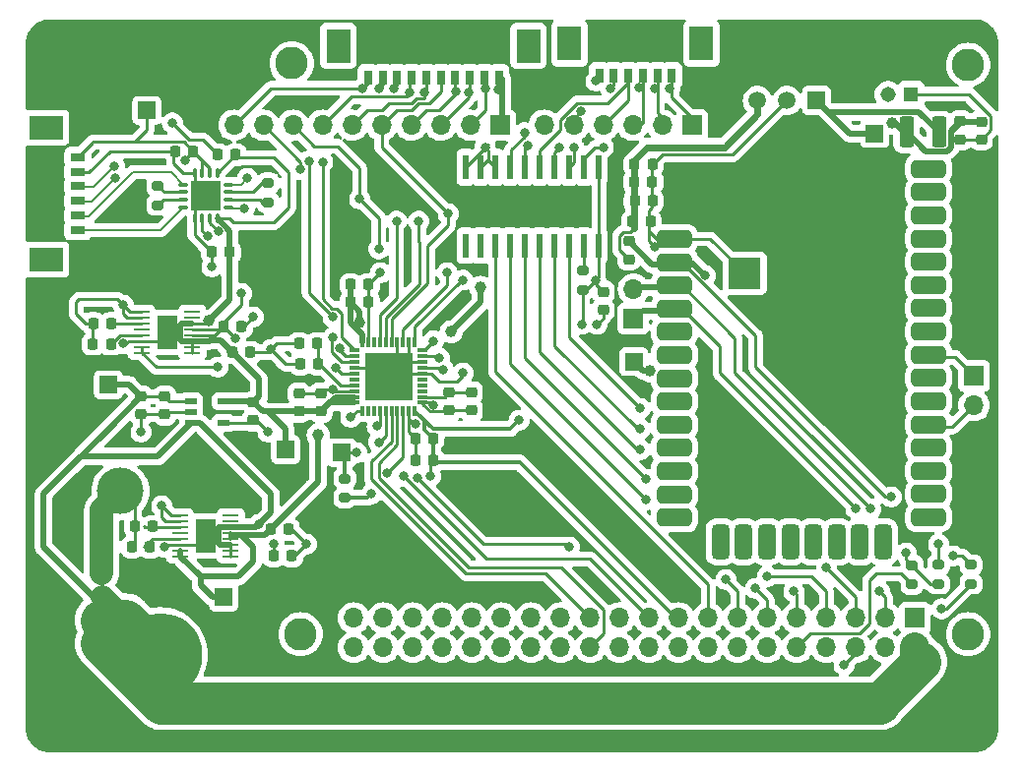
<source format=gtl>
%TF.GenerationSoftware,KiCad,Pcbnew,7.0.7*%
%TF.CreationDate,2024-08-03T11:40:46-04:00*%
%TF.ProjectId,mainbox1.0,6d61696e-626f-4783-912e-302e6b696361,rev?*%
%TF.SameCoordinates,Original*%
%TF.FileFunction,Copper,L1,Top*%
%TF.FilePolarity,Positive*%
%FSLAX46Y46*%
G04 Gerber Fmt 4.6, Leading zero omitted, Abs format (unit mm)*
G04 Created by KiCad (PCBNEW 7.0.7) date 2024-08-03 11:40:46*
%MOMM*%
%LPD*%
G01*
G04 APERTURE LIST*
G04 Aperture macros list*
%AMRoundRect*
0 Rectangle with rounded corners*
0 $1 Rounding radius*
0 $2 $3 $4 $5 $6 $7 $8 $9 X,Y pos of 4 corners*
0 Add a 4 corners polygon primitive as box body*
4,1,4,$2,$3,$4,$5,$6,$7,$8,$9,$2,$3,0*
0 Add four circle primitives for the rounded corners*
1,1,$1+$1,$2,$3*
1,1,$1+$1,$4,$5*
1,1,$1+$1,$6,$7*
1,1,$1+$1,$8,$9*
0 Add four rect primitives between the rounded corners*
20,1,$1+$1,$2,$3,$4,$5,0*
20,1,$1+$1,$4,$5,$6,$7,0*
20,1,$1+$1,$6,$7,$8,$9,0*
20,1,$1+$1,$8,$9,$2,$3,0*%
G04 Aperture macros list end*
%TA.AperFunction,ComponentPad*%
%ADD10C,2.800000*%
%TD*%
%TA.AperFunction,ComponentPad*%
%ADD11C,1.300000*%
%TD*%
%TA.AperFunction,SMDPad,CuDef*%
%ADD12RoundRect,0.100000X-1.295000X-1.295000X1.295000X-1.295000X1.295000X1.295000X-1.295000X1.295000X0*%
%TD*%
%TA.AperFunction,SMDPad,CuDef*%
%ADD13RoundRect,0.380000X-1.120000X-0.380000X1.120000X-0.380000X1.120000X0.380000X-1.120000X0.380000X0*%
%TD*%
%TA.AperFunction,SMDPad,CuDef*%
%ADD14RoundRect,0.380000X0.380000X-1.120000X0.380000X1.120000X-0.380000X1.120000X-0.380000X-1.120000X0*%
%TD*%
%TA.AperFunction,ComponentPad*%
%ADD15O,1.700000X1.700000*%
%TD*%
%TA.AperFunction,ComponentPad*%
%ADD16R,1.700000X1.700000*%
%TD*%
%TA.AperFunction,SMDPad,CuDef*%
%ADD17R,1.500000X1.500000*%
%TD*%
%TA.AperFunction,SMDPad,CuDef*%
%ADD18RoundRect,0.225000X-0.225000X-0.250000X0.225000X-0.250000X0.225000X0.250000X-0.225000X0.250000X0*%
%TD*%
%TA.AperFunction,SMDPad,CuDef*%
%ADD19RoundRect,0.040000X0.380000X0.120000X-0.380000X0.120000X-0.380000X-0.120000X0.380000X-0.120000X0*%
%TD*%
%TA.AperFunction,SMDPad,CuDef*%
%ADD20RoundRect,0.040000X0.120000X0.380000X-0.120000X0.380000X-0.120000X-0.380000X0.120000X-0.380000X0*%
%TD*%
%TA.AperFunction,SMDPad,CuDef*%
%ADD21R,2.600000X2.600000*%
%TD*%
%TA.AperFunction,SMDPad,CuDef*%
%ADD22RoundRect,0.200000X0.275000X-0.200000X0.275000X0.200000X-0.275000X0.200000X-0.275000X-0.200000X0*%
%TD*%
%TA.AperFunction,SMDPad,CuDef*%
%ADD23RoundRect,0.250000X-0.375000X-1.075000X0.375000X-1.075000X0.375000X1.075000X-0.375000X1.075000X0*%
%TD*%
%TA.AperFunction,SMDPad,CuDef*%
%ADD24R,1.003300X0.508000*%
%TD*%
%TA.AperFunction,SMDPad,CuDef*%
%ADD25RoundRect,0.225000X0.225000X0.250000X-0.225000X0.250000X-0.225000X-0.250000X0.225000X-0.250000X0*%
%TD*%
%TA.AperFunction,SMDPad,CuDef*%
%ADD26RoundRect,0.225000X0.250000X-0.225000X0.250000X0.225000X-0.250000X0.225000X-0.250000X-0.225000X0*%
%TD*%
%TA.AperFunction,SMDPad,CuDef*%
%ADD27R,1.397000X0.279400*%
%TD*%
%TA.AperFunction,SMDPad,CuDef*%
%ADD28R,1.651000X2.844800*%
%TD*%
%TA.AperFunction,SMDPad,CuDef*%
%ADD29RoundRect,0.218750X-0.256250X0.218750X-0.256250X-0.218750X0.256250X-0.218750X0.256250X0.218750X0*%
%TD*%
%TA.AperFunction,SMDPad,CuDef*%
%ADD30RoundRect,0.225000X-0.250000X0.225000X-0.250000X-0.225000X0.250000X-0.225000X0.250000X0.225000X0*%
%TD*%
%TA.AperFunction,ComponentPad*%
%ADD31R,1.308000X1.308000*%
%TD*%
%TA.AperFunction,ComponentPad*%
%ADD32C,1.308000*%
%TD*%
%TA.AperFunction,SMDPad,CuDef*%
%ADD33R,0.850000X0.300000*%
%TD*%
%TA.AperFunction,SMDPad,CuDef*%
%ADD34R,0.300000X0.850000*%
%TD*%
%TA.AperFunction,SMDPad,CuDef*%
%ADD35R,4.050000X4.050000*%
%TD*%
%TA.AperFunction,ComponentPad*%
%ADD36R,1.508000X1.508000*%
%TD*%
%TA.AperFunction,ComponentPad*%
%ADD37C,1.508000*%
%TD*%
%TA.AperFunction,SMDPad,CuDef*%
%ADD38R,0.558800X2.159000*%
%TD*%
%TA.AperFunction,SMDPad,CuDef*%
%ADD39RoundRect,0.200000X-0.275000X0.200000X-0.275000X-0.200000X0.275000X-0.200000X0.275000X0.200000X0*%
%TD*%
%TA.AperFunction,SMDPad,CuDef*%
%ADD40R,2.100000X3.000000*%
%TD*%
%TA.AperFunction,SMDPad,CuDef*%
%ADD41R,0.800000X1.300000*%
%TD*%
%TA.AperFunction,ComponentPad*%
%ADD42R,1.200000X1.200000*%
%TD*%
%TA.AperFunction,ComponentPad*%
%ADD43C,1.200000*%
%TD*%
%TA.AperFunction,SMDPad,CuDef*%
%ADD44R,3.000000X2.100000*%
%TD*%
%TA.AperFunction,SMDPad,CuDef*%
%ADD45R,1.300000X0.800000*%
%TD*%
%TA.AperFunction,ViaPad*%
%ADD46C,0.800000*%
%TD*%
%TA.AperFunction,ViaPad*%
%ADD47C,4.000000*%
%TD*%
%TA.AperFunction,ViaPad*%
%ADD48C,1.000000*%
%TD*%
%TA.AperFunction,ViaPad*%
%ADD49C,7.190000*%
%TD*%
%TA.AperFunction,Conductor*%
%ADD50C,0.500000*%
%TD*%
%TA.AperFunction,Conductor*%
%ADD51C,0.250000*%
%TD*%
%TA.AperFunction,Conductor*%
%ADD52C,0.600000*%
%TD*%
%TA.AperFunction,Conductor*%
%ADD53C,2.000000*%
%TD*%
%TA.AperFunction,Conductor*%
%ADD54C,0.300000*%
%TD*%
%TA.AperFunction,Conductor*%
%ADD55C,0.350000*%
%TD*%
%TA.AperFunction,Conductor*%
%ADD56C,2.500000*%
%TD*%
%TA.AperFunction,Conductor*%
%ADD57C,3.600000*%
%TD*%
%TA.AperFunction,Conductor*%
%ADD58C,3.500000*%
%TD*%
%TA.AperFunction,Conductor*%
%ADD59C,0.200000*%
%TD*%
G04 APERTURE END LIST*
D10*
%TO.P,H4,1*%
%TO.N,N/C*%
X167894000Y-53217000D03*
%TD*%
D11*
%TO.P,IC2,38,GND_6*%
%TO.N,GND*%
X149225000Y-71755000D03*
D12*
X148690000Y-71170000D03*
D11*
X148105000Y-70595000D03*
D13*
%TO.P,IC2,37,[RESERVED]_8*%
%TO.N,unconnected-(IC2-[RESERVED]_8-Pad37)*%
X164495000Y-62175000D03*
%TO.P,IC2,36,RF_PAD*%
%TO.N,unconnected-(IC2-RF_PAD-Pad36)*%
X164495000Y-64175000D03*
%TO.P,IC2,35,GND_5*%
%TO.N,unconnected-(IC2-GND_5-Pad35)*%
X164495000Y-66175000D03*
%TO.P,IC2,34,[RESERVED]_7*%
%TO.N,unconnected-(IC2-[RESERVED]_7-Pad34)*%
X164495000Y-68175000D03*
%TO.P,IC2,33,DIO0/AD0*%
%TO.N,unconnected-(IC2-DIO0{slash}AD0-Pad33)*%
X164495000Y-70175000D03*
%TO.P,IC2,32,DIO1/AD1*%
%TO.N,unconnected-(IC2-DIO1{slash}AD1-Pad32)*%
X164495000Y-72175000D03*
%TO.P,IC2,31,DIO2/AD2*%
%TO.N,unconnected-(IC2-DIO2{slash}AD2-Pad31)*%
X164495000Y-74175000D03*
%TO.P,IC2,30,DIO3/AD3*%
%TO.N,unconnected-(IC2-DIO3{slash}AD3-Pad30)*%
X164495000Y-76175000D03*
%TO.P,IC2,29,DIO6/~{RTS}*%
%TO.N,Net-(IC2-DIO6{slash}~{RTS})*%
X164495000Y-78175000D03*
%TO.P,IC2,28,DIO5/ASSOC*%
%TO.N,unconnected-(IC2-DIO5{slash}ASSOC-Pad28)*%
X164495000Y-80175000D03*
%TO.P,IC2,27,VREF*%
%TO.N,unconnected-(IC2-VREF-Pad27)*%
X164495000Y-82175000D03*
%TO.P,IC2,26,DIO9/ON/~{SLEEP}*%
%TO.N,Net-(IC2-DIO9{slash}ON{slash}~{SLEEP})*%
X164495000Y-84175000D03*
%TO.P,IC2,25,DIO7/~{CTS}*%
%TO.N,unconnected-(IC2-DIO7{slash}~{CTS}-Pad25)*%
X164495000Y-86175000D03*
%TO.P,IC2,24,DIO4*%
%TO.N,unconnected-(IC2-DIO4-Pad24)*%
X164495000Y-88175000D03*
%TO.P,IC2,23,[RESERVED]_6*%
%TO.N,unconnected-(IC2-[RESERVED]_6-Pad23)*%
X164495000Y-90175000D03*
%TO.P,IC2,22,GND_4*%
%TO.N,unconnected-(IC2-GND_4-Pad22)*%
X164495000Y-92175000D03*
D14*
%TO.P,IC2,21,[RESERVED]_5*%
%TO.N,unconnected-(IC2-[RESERVED]_5-Pad21)*%
X160595000Y-94285000D03*
%TO.P,IC2,20,[RESERVED]_4*%
%TO.N,unconnected-(IC2-[RESERVED]_4-Pad20)*%
X158595000Y-94285000D03*
%TO.P,IC2,19,[RESERVED]_3*%
%TO.N,unconnected-(IC2-[RESERVED]_3-Pad19)*%
X156595000Y-94285000D03*
%TO.P,IC2,18,[RESERVED]_2*%
%TO.N,unconnected-(IC2-[RESERVED]_2-Pad18)*%
X154595000Y-94285000D03*
%TO.P,IC2,17,DO15/SPI_MISO*%
%TO.N,unconnected-(IC2-DO15{slash}SPI_MISO-Pad17)*%
X152595000Y-94285000D03*
%TO.P,IC2,16,DO16/SPI_MOSI*%
%TO.N,unconnected-(IC2-DO16{slash}SPI_MOSI-Pad16)*%
X150595000Y-94285000D03*
%TO.P,IC2,15,DO17/SPI_~{SSEL}*%
%TO.N,unconnected-(IC2-DO17{slash}SPI_~{SSEL}-Pad15)*%
X148595000Y-94285000D03*
%TO.P,IC2,14,DO18/SPI_CLK*%
%TO.N,unconnected-(IC2-DO18{slash}SPI_CLK-Pad14)*%
X146595000Y-94285000D03*
D13*
%TO.P,IC2,13,GND_3*%
%TO.N,unconnected-(IC2-GND_3-Pad13)*%
X142635000Y-92205000D03*
%TO.P,IC2,12,DO19/SPI_~{ATTN}*%
%TO.N,unconnected-(IC2-DO19{slash}SPI_~{ATTN}-Pad12)*%
X142635000Y-90205000D03*
%TO.P,IC2,11,GND_2*%
%TO.N,unconnected-(IC2-GND_2-Pad11)*%
X142635000Y-88205000D03*
%TO.P,IC2,10,DIO8/~{DTR_}/SLEEP__RQ*%
%TO.N,unconnected-(IC2-DIO8{slash}~{DTR_}{slash}SLEEP__RQ-Pad10)*%
X142635000Y-86205000D03*
%TO.P,IC2,9,[RESERVED]_1*%
%TO.N,unconnected-(IC2-[RESERVED]_1-Pad9)*%
X142635000Y-84205000D03*
%TO.P,IC2,8,DIO11/PWM1*%
%TO.N,unconnected-(IC2-DIO11{slash}PWM1-Pad8)*%
X142635000Y-82205000D03*
%TO.P,IC2,7,DIO10/RSSI/PWM0*%
%TO.N,unconnected-(IC2-DIO10{slash}RSSI{slash}PWM0-Pad7)*%
X142635000Y-80205000D03*
%TO.P,IC2,6,~{RESET}*%
%TO.N,unconnected-(IC2-~{RESET}-Pad6)*%
X142635000Y-78205000D03*
%TO.P,IC2,5,DIO12*%
%TO.N,unconnected-(IC2-DIO12-Pad5)*%
X142635000Y-76205000D03*
%TO.P,IC2,4,DIN/DIO14/~{CONFIG}*%
%TO.N,DINXBee*%
X142635000Y-74205000D03*
%TO.P,IC2,3,DIO13/DOUT*%
%TO.N,DOUTXBee*%
X142635000Y-72205000D03*
%TO.P,IC2,2,VCC*%
%TO.N,VOUT*%
X142635000Y-70205000D03*
%TO.P,IC2,1,GND_1*%
%TO.N,GND*%
X142635000Y-68205000D03*
%TD*%
D10*
%TO.P,H3,1*%
%TO.N,N/C*%
X109728000Y-53090000D03*
%TD*%
%TO.P,H2,1*%
%TO.N,N/C*%
X110490000Y-102235000D03*
%TD*%
%TO.P,H1,1*%
%TO.N,N/C*%
X167894000Y-102239000D03*
%TD*%
D15*
%TO.P,J9,6,Pin_6*%
%TO.N,DS6*%
X131445000Y-58420000D03*
%TO.P,J9,5,Pin_5*%
%TO.N,DS5*%
X133985000Y-58420000D03*
%TO.P,J9,4,Pin_4*%
%TO.N,DS4*%
X136525000Y-58420000D03*
%TO.P,J9,3,Pin_3*%
%TO.N,DS3*%
X139065000Y-58420000D03*
%TO.P,J9,2,Pin_2*%
%TO.N,DS2*%
X141605000Y-58420000D03*
D16*
%TO.P,J9,1,Pin_1*%
%TO.N,DS1*%
X144145000Y-58420000D03*
%TD*%
D15*
%TO.P,J8,10,Pin_10*%
%TO.N,ANI3*%
X104775000Y-58420000D03*
%TO.P,J8,9,Pin_9*%
%TO.N,ANI16*%
X107315000Y-58420000D03*
%TO.P,J8,8,Pin_8*%
%TO.N,ANI1*%
X109855000Y-58420000D03*
%TO.P,J8,7,Pin_7*%
%TO.N,ANI15*%
X112395000Y-58420000D03*
%TO.P,J8,6,Pin_6*%
%TO.N,ANI14*%
X114935000Y-58420000D03*
%TO.P,J8,5,Pin_5*%
%TO.N,ANI13*%
X117475000Y-58420000D03*
%TO.P,J8,4,Pin_4*%
%TO.N,ANI11*%
X120015000Y-58420000D03*
%TO.P,J8,3,Pin_3*%
%TO.N,ANI9*%
X122555000Y-58420000D03*
%TO.P,J8,2,Pin_2*%
%TO.N,GND*%
X125095000Y-58420000D03*
D16*
%TO.P,J8,1,Pin_1*%
%TO.N,5VASupply{slash}Ref*%
X127635000Y-58420000D03*
%TD*%
D17*
%TO.P,TP16,1,1*%
%TO.N,Net-(PS1-+VIN)*%
X159867600Y-59131200D03*
%TD*%
D18*
%TO.P,C18,1*%
%TO.N,GND*%
X96253000Y-92964000D03*
%TO.P,C18,2*%
%TO.N,Net-(U4-BYPASS)*%
X97803000Y-92964000D03*
%TD*%
D19*
%TO.P,U5,1,-IN1*%
%TO.N,SG1-*%
X104307000Y-65491000D03*
%TO.P,U5,2,RG1*%
%TO.N,Net-(U5-RG1)*%
X104307000Y-64841000D03*
%TO.P,U5,3,RG1__1*%
%TO.N,Net-(U5-RG1__1)*%
X104307000Y-64191000D03*
%TO.P,U5,4,+IN1*%
%TO.N,SG1+*%
X104307000Y-63541000D03*
D20*
%TO.P,U5,5,+VS*%
%TO.N,5VADC*%
X103337000Y-62571000D03*
%TO.P,U5,6,REF1*%
%TO.N,2.5V*%
X102687000Y-62571000D03*
%TO.P,U5,7,REF2*%
X102037000Y-62571000D03*
%TO.P,U5,8,-VS__1*%
%TO.N,GND*%
X101387000Y-62571000D03*
D19*
%TO.P,U5,9,+IN2*%
%TO.N,SG2+*%
X100417000Y-63541000D03*
%TO.P,U5,10,RG2*%
%TO.N,Net-(U5-RG2)*%
X100417000Y-64191000D03*
%TO.P,U5,11,RG2__1*%
%TO.N,Net-(U5-RG2__1)*%
X100417000Y-64841000D03*
%TO.P,U5,12,-IN2*%
%TO.N,SG2-*%
X100417000Y-65491000D03*
D20*
%TO.P,U5,13,-VS*%
%TO.N,GND*%
X101387000Y-66461000D03*
%TO.P,U5,14,OUT2*%
%TO.N,SG2*%
X102037000Y-66461000D03*
%TO.P,U5,15,OUT1*%
%TO.N,SG1*%
X102687000Y-66461000D03*
%TO.P,U5,16,+VS__1*%
%TO.N,5VADC*%
X103337000Y-66461000D03*
D21*
%TO.P,U5,17,EP*%
%TO.N,GND*%
X102362000Y-64516000D03*
%TD*%
D22*
%TO.P,R2,1*%
%TO.N,3V3*%
X134747000Y-72580000D03*
%TO.P,R2,2*%
%TO.N,Net-(U1-\u002AOE)*%
X134747000Y-70930000D03*
%TD*%
D17*
%TO.P,TP13,1,1*%
%TO.N,5.2V*%
X93980000Y-80772000D03*
%TD*%
D16*
%TO.P,J12,1,Pin_1*%
%TO.N,unconnected-(J12-Pin_1-Pad1)*%
X163322000Y-100838000D03*
D15*
%TO.P,J12,2,Pin_2*%
%TO.N,5.2V*%
X163322000Y-103378000D03*
%TO.P,J12,3,Pin_3*%
%TO.N,DO1*%
X160782000Y-100838000D03*
%TO.P,J12,4,Pin_4*%
%TO.N,5.2V*%
X160782000Y-103378000D03*
%TO.P,J12,5,Pin_5*%
%TO.N,DO2*%
X158242000Y-100838000D03*
%TO.P,J12,6,Pin_6*%
%TO.N,GND*%
X158242000Y-103378000D03*
%TO.P,J12,7,Pin_7*%
%TO.N,DO3*%
X155702000Y-100838000D03*
%TO.P,J12,8,Pin_8*%
%TO.N,Net-(J12-Pin_8)*%
X155702000Y-103378000D03*
%TO.P,J12,9,Pin_9*%
%TO.N,GND*%
X153162000Y-100838000D03*
%TO.P,J12,10,Pin_10*%
%TO.N,Net-(J12-Pin_10)*%
X153162000Y-103378000D03*
%TO.P,J12,11,Pin_11*%
%TO.N,DO4*%
X150622000Y-100838000D03*
%TO.P,J12,12,Pin_12*%
%TO.N,unconnected-(J12-Pin_12-Pad12)*%
X150622000Y-103378000D03*
%TO.P,J12,13,Pin_13*%
%TO.N,DO5*%
X148082000Y-100838000D03*
%TO.P,J12,14,Pin_14*%
%TO.N,unconnected-(J12-Pin_14-Pad14)*%
X148082000Y-103378000D03*
%TO.P,J12,15,Pin_15*%
%TO.N,DO6*%
X145542000Y-100838000D03*
%TO.P,J12,16,Pin_16*%
%TO.N,unconnected-(J12-Pin_16-Pad16)*%
X145542000Y-103378000D03*
%TO.P,J12,17,Pin_17*%
%TO.N,3V3*%
X143002000Y-100838000D03*
%TO.P,J12,18,Pin_18*%
%TO.N,unconnected-(J12-Pin_18-Pad18)*%
X143002000Y-103378000D03*
%TO.P,J12,19,Pin_19*%
%TO.N,DIN*%
X140462000Y-100838000D03*
%TO.P,J12,20,Pin_20*%
%TO.N,unconnected-(J12-Pin_20-Pad20)*%
X140462000Y-103378000D03*
%TO.P,J12,21,Pin_21*%
%TO.N,DOUT*%
X137922000Y-100838000D03*
%TO.P,J12,22,Pin_22*%
%TO.N,unconnected-(J12-Pin_22-Pad22)*%
X137922000Y-103378000D03*
%TO.P,J12,23,Pin_23*%
%TO.N,SCLK*%
X135382000Y-100838000D03*
%TO.P,J12,24,Pin_24*%
%TO.N,CS*%
X135382000Y-103378000D03*
%TO.P,J12,25,Pin_25*%
%TO.N,unconnected-(J12-Pin_25-Pad25)*%
X132842000Y-100838000D03*
%TO.P,J12,26,Pin_26*%
%TO.N,unconnected-(J12-Pin_26-Pad26)*%
X132842000Y-103378000D03*
%TO.P,J12,27,Pin_27*%
%TO.N,unconnected-(J12-Pin_27-Pad27)*%
X130302000Y-100838000D03*
%TO.P,J12,28,Pin_28*%
%TO.N,unconnected-(J12-Pin_28-Pad28)*%
X130302000Y-103378000D03*
%TO.P,J12,29,Pin_29*%
%TO.N,unconnected-(J12-Pin_29-Pad29)*%
X127762000Y-100838000D03*
%TO.P,J12,30,Pin_30*%
%TO.N,unconnected-(J12-Pin_30-Pad30)*%
X127762000Y-103378000D03*
%TO.P,J12,31,Pin_31*%
%TO.N,unconnected-(J12-Pin_31-Pad31)*%
X125222000Y-100838000D03*
%TO.P,J12,32,Pin_32*%
%TO.N,unconnected-(J12-Pin_32-Pad32)*%
X125222000Y-103378000D03*
%TO.P,J12,33,Pin_33*%
%TO.N,unconnected-(J12-Pin_33-Pad33)*%
X122682000Y-100838000D03*
%TO.P,J12,34,Pin_34*%
%TO.N,unconnected-(J12-Pin_34-Pad34)*%
X122682000Y-103378000D03*
%TO.P,J12,35,Pin_35*%
%TO.N,unconnected-(J12-Pin_35-Pad35)*%
X120142000Y-100838000D03*
%TO.P,J12,36,Pin_36*%
%TO.N,unconnected-(J12-Pin_36-Pad36)*%
X120142000Y-103378000D03*
%TO.P,J12,37,Pin_37*%
%TO.N,unconnected-(J12-Pin_37-Pad37)*%
X117602000Y-100838000D03*
%TO.P,J12,38,Pin_38*%
%TO.N,unconnected-(J12-Pin_38-Pad38)*%
X117602000Y-103378000D03*
%TO.P,J12,39,Pin_39*%
%TO.N,unconnected-(J12-Pin_39-Pad39)*%
X115062000Y-100838000D03*
%TO.P,J12,40,Pin_40*%
%TO.N,unconnected-(J12-Pin_40-Pad40)*%
X115062000Y-103378000D03*
%TD*%
D23*
%TO.P,L1,1,1*%
%TO.N,5VXbee*%
X162604800Y-59004200D03*
%TO.P,L1,2,2*%
%TO.N,Net-(PS1-+VIN)*%
X165404800Y-59004200D03*
%TD*%
D24*
%TO.P,U2,1,IN*%
%TO.N,5.2V*%
X101092000Y-82173998D03*
%TO.P,U2,2,GND*%
%TO.N,GND*%
X101092000Y-83123999D03*
%TO.P,U2,3,EN*%
%TO.N,5.2V*%
X101092000Y-84074000D03*
%TO.P,U2,4,GND*%
%TO.N,GND*%
X103847900Y-84074000D03*
%TO.P,U2,5,OUT*%
%TO.N,5VADC*%
X103847900Y-82173998D03*
%TD*%
D18*
%TO.P,C15,1*%
%TO.N,GND*%
X92646200Y-77266800D03*
%TO.P,C15,2*%
%TO.N,Net-(U3-NR)*%
X94196200Y-77266800D03*
%TD*%
%TO.P,C6,1*%
%TO.N,5VASupply{slash}Ref*%
X114795000Y-73660000D03*
%TO.P,C6,2*%
%TO.N,GND*%
X116345000Y-73660000D03*
%TD*%
D22*
%TO.P,R1,1*%
%TO.N,3V3*%
X114300000Y-90487000D03*
%TO.P,R1,2*%
%TO.N,Net-(IC1-~{ERROR})*%
X114300000Y-88837000D03*
%TD*%
D25*
%TO.P,C24,1*%
%TO.N,2.5V*%
X101272000Y-60665000D03*
%TO.P,C24,2*%
%TO.N,GND*%
X99722000Y-60665000D03*
%TD*%
D18*
%TO.P,C17,1*%
%TO.N,5VADC*%
X104635000Y-77978000D03*
%TO.P,C17,2*%
%TO.N,GND*%
X106185000Y-77978000D03*
%TD*%
D26*
%TO.P,C13,1*%
%TO.N,GND*%
X98806000Y-83325000D03*
%TO.P,C13,2*%
%TO.N,5.2V*%
X98806000Y-81775000D03*
%TD*%
D17*
%TO.P,TP1,1,1*%
%TO.N,Net-(IC1-~{ERROR})*%
X114046000Y-86614000D03*
%TD*%
D22*
%TO.P,R8,1*%
%TO.N,Net-(J12-Pin_8)*%
X168148000Y-97916000D03*
%TO.P,R8,2*%
%TO.N,DOUTXBee*%
X168148000Y-96266000D03*
%TD*%
D18*
%TO.P,C5,1*%
%TO.N,5VASupply{slash}Ref*%
X114795000Y-72136000D03*
%TO.P,C5,2*%
%TO.N,GND*%
X116345000Y-72136000D03*
%TD*%
D27*
%TO.P,U4,1,GND*%
%TO.N,GND*%
X100126800Y-92026798D03*
%TO.P,U4,2,GND*%
X100126800Y-92526800D03*
%TO.P,U4,3,BYPASS*%
%TO.N,Net-(U4-BYPASS)*%
X100126800Y-93026799D03*
%TO.P,U4,4,DNC*%
%TO.N,unconnected-(U4-DNC-Pad4)*%
X100126800Y-93526800D03*
%TO.P,U4,5,NR*%
%TO.N,Net-(U4-NR)*%
X100126800Y-94026800D03*
%TO.P,U4,6,GND*%
%TO.N,GND*%
X100126800Y-94526798D03*
%TO.P,U4,7,VOUT2_S*%
%TO.N,5VASupply{slash}Ref*%
X100126800Y-95026800D03*
%TO.P,U4,8,VOUT2_F*%
X100126800Y-95526799D03*
%TO.P,U4,9,\u002AOD*%
%TO.N,5.2V*%
X104495600Y-95526802D03*
%TO.P,U4,10,VIN2*%
X104495600Y-95026800D03*
%TO.P,U4,11,VIN1*%
X104495600Y-94526801D03*
%TO.P,U4,12,VOUT1_F*%
%TO.N,5VASupply{slash}Ref*%
X104495600Y-94026800D03*
%TO.P,U4,13,VOUT1_S*%
X104495600Y-93526800D03*
%TO.P,U4,14,VIN*%
%TO.N,5.2V*%
X104495600Y-93026802D03*
%TO.P,U4,15,NC*%
%TO.N,unconnected-(U4-NC-Pad15)*%
X104495600Y-92526800D03*
%TO.P,U4,16,DNC*%
%TO.N,unconnected-(U4-DNC-Pad16)*%
X104495600Y-92026801D03*
D28*
%TO.P,U4,EPAD,EPAD*%
%TO.N,GND*%
X102311200Y-93776800D03*
%TD*%
D25*
%TO.P,C29,1*%
%TO.N,GND*%
X140729000Y-63296800D03*
%TO.P,C29,2*%
%TO.N,Net-(D1-A)*%
X139179000Y-63296800D03*
%TD*%
D29*
%TO.P,D1,1,K*%
%TO.N,VOUT*%
X138709400Y-68402100D03*
%TO.P,D1,2,A*%
%TO.N,Net-(D1-A)*%
X138709400Y-69977100D03*
%TD*%
D22*
%TO.P,R10,1*%
%TO.N,DINXBee*%
X165354000Y-97916000D03*
%TO.P,R10,2*%
%TO.N,VOUT*%
X165354000Y-96266000D03*
%TD*%
D30*
%TO.P,C26,1*%
%TO.N,5VXbee*%
X169037000Y-58102200D03*
%TO.P,C26,2*%
%TO.N,GND*%
X169037000Y-59652200D03*
%TD*%
D26*
%TO.P,C16,1*%
%TO.N,GND*%
X106426000Y-83833000D03*
%TO.P,C16,2*%
%TO.N,5VADC*%
X106426000Y-82283000D03*
%TD*%
%TO.P,C2,1*%
%TO.N,5VADC*%
X110344000Y-83071000D03*
%TO.P,C2,2*%
%TO.N,GND*%
X110344000Y-81521000D03*
%TD*%
%TO.P,C11,1*%
%TO.N,GND*%
X136525000Y-74295000D03*
%TO.P,C11,2*%
%TO.N,3V3*%
X136525000Y-72745000D03*
%TD*%
D18*
%TO.P,C14,1*%
%TO.N,GND*%
X92659200Y-75488800D03*
%TO.P,C14,2*%
%TO.N,Net-(U3-BYPASS)*%
X94209200Y-75488800D03*
%TD*%
D16*
%TO.P,J6,1,Pin_1*%
%TO.N,Net-(IC2-DIO6{slash}~{RTS})*%
X168402000Y-80005000D03*
D15*
%TO.P,J6,2,Pin_2*%
%TO.N,Net-(IC2-DIO9{slash}ON{slash}~{SLEEP})*%
X168402000Y-82545000D03*
%TD*%
D25*
%TO.P,C28,1*%
%TO.N,GND*%
X140754400Y-61798200D03*
%TO.P,C28,2*%
%TO.N,Net-(D1-A)*%
X139204400Y-61798200D03*
%TD*%
D30*
%TO.P,C10,1*%
%TO.N,Net-(IC1-REGCAPD)*%
X125199200Y-81415800D03*
%TO.P,C10,2*%
%TO.N,GND*%
X125199200Y-82965800D03*
%TD*%
D17*
%TO.P,TP12,1,1*%
%TO.N,5VADC*%
X109220000Y-86360000D03*
%TD*%
D18*
%TO.P,C19,1*%
%TO.N,GND*%
X95999000Y-94742000D03*
%TO.P,C19,2*%
%TO.N,Net-(U4-NR)*%
X97549000Y-94742000D03*
%TD*%
%TO.P,C21,1*%
%TO.N,5.2V*%
X108191000Y-95504000D03*
%TO.P,C21,2*%
%TO.N,GND*%
X109741000Y-95504000D03*
%TD*%
D30*
%TO.P,C27,1*%
%TO.N,5VXbee*%
X167233600Y-58076800D03*
%TO.P,C27,2*%
%TO.N,GND*%
X167233600Y-59626800D03*
%TD*%
D22*
%TO.P,R4,1*%
%TO.N,Net-(U5-RG2__1)*%
X98211000Y-65300000D03*
%TO.P,R4,2*%
%TO.N,Net-(U5-RG2)*%
X98211000Y-63650000D03*
%TD*%
D25*
%TO.P,C22,1*%
%TO.N,GND*%
X109474000Y-93218000D03*
%TO.P,C22,2*%
%TO.N,5VASupply{slash}Ref*%
X107924000Y-93218000D03*
%TD*%
D18*
%TO.P,C3,1*%
%TO.N,GND*%
X110477000Y-78994000D03*
%TO.P,C3,2*%
%TO.N,Net-(IC1-REGCAPA)*%
X112027000Y-78994000D03*
%TD*%
D31*
%TO.P,J5,1,Pin_1*%
%TO.N,GND*%
X163001200Y-55755700D03*
D32*
%TO.P,J5,2,Pin_2*%
%TO.N,5VXbee*%
X161001200Y-55755700D03*
%TD*%
D25*
%TO.P,C31,1*%
%TO.N,GND*%
X140576600Y-66725800D03*
%TO.P,C31,2*%
%TO.N,Net-(D1-A)*%
X139026600Y-66725800D03*
%TD*%
D17*
%TO.P,TP8,1,1*%
%TO.N,2.5V*%
X97282000Y-57150000D03*
%TD*%
D33*
%TO.P,IC1,1,AIN16*%
%TO.N,ANI16*%
X115109200Y-77810800D03*
%TO.P,IC1,2,AIN0/REF2-*%
%TO.N,GND*%
X115109200Y-78310800D03*
%TO.P,IC1,3,AIN1/REF2+*%
%TO.N,ANI1*%
X115109200Y-78810800D03*
%TO.P,IC1,4,AIN2*%
%TO.N,GND*%
X115109200Y-79310800D03*
%TO.P,IC1,5,AIN3*%
%TO.N,ANI3*%
X115109200Y-79810800D03*
%TO.P,IC1,6,REFOUT*%
%TO.N,unconnected-(IC1-REFOUT-Pad6)*%
X115109200Y-80310800D03*
%TO.P,IC1,7,REGCAPA*%
%TO.N,Net-(IC1-REGCAPA)*%
X115109200Y-80810800D03*
%TO.P,IC1,8,AVSS*%
%TO.N,GND*%
X115109200Y-81310800D03*
%TO.P,IC1,9,AVDD1*%
%TO.N,5VADC*%
X115109200Y-81810800D03*
%TO.P,IC1,10,AVDD2*%
X115109200Y-82310800D03*
D34*
%TO.P,IC1,11,PDSW*%
%TO.N,GND*%
X115809200Y-83010800D03*
%TO.P,IC1,12,XTAL1*%
%TO.N,unconnected-(IC1-XTAL1-Pad12)*%
X116309200Y-83010800D03*
%TO.P,IC1,13,XTAL2/CLKIO*%
%TO.N,unconnected-(IC1-XTAL2{slash}CLKIO-Pad13)*%
X116809200Y-83010800D03*
%TO.P,IC1,14,DOUT/~{RDY}*%
%TO.N,DOUT*%
X117309200Y-83010800D03*
%TO.P,IC1,15,DIN*%
%TO.N,DIN*%
X117809200Y-83010800D03*
%TO.P,IC1,16,SCLK*%
%TO.N,SCLK*%
X118309200Y-83010800D03*
%TO.P,IC1,17,~{CS}*%
%TO.N,CS*%
X118809200Y-83010800D03*
%TO.P,IC1,18,~{ERROR}*%
%TO.N,Net-(IC1-~{ERROR})*%
X119309200Y-83010800D03*
%TO.P,IC1,19,~{SYNC}*%
%TO.N,GND*%
X119809200Y-83010800D03*
%TO.P,IC1,20,IOVDD*%
%TO.N,3V3*%
X120309200Y-83010800D03*
D33*
%TO.P,IC1,21,DGND*%
%TO.N,GND*%
X121009200Y-82310800D03*
%TO.P,IC1,22,REGCAPD*%
%TO.N,Net-(IC1-REGCAPD)*%
X121009200Y-81810800D03*
%TO.P,IC1,23,GPIO0*%
%TO.N,unconnected-(IC1-GPIO0-Pad23)*%
X121009200Y-81310800D03*
%TO.P,IC1,24,GPIO1*%
%TO.N,unconnected-(IC1-GPIO1-Pad24)*%
X121009200Y-80810800D03*
%TO.P,IC1,25,GPO2*%
%TO.N,unconnected-(IC1-GPO2-Pad25)*%
X121009200Y-80310800D03*
%TO.P,IC1,26,AIN4*%
%TO.N,GND*%
X121009200Y-79810800D03*
%TO.P,IC1,27,AIN5*%
%TO.N,SG1*%
X121009200Y-79310800D03*
%TO.P,IC1,28,AIN6*%
%TO.N,GND*%
X121009200Y-78810800D03*
%TO.P,IC1,29,AIN7*%
%TO.N,SG2*%
X121009200Y-78310800D03*
%TO.P,IC1,30,AIN8*%
%TO.N,GND*%
X121009200Y-77810800D03*
D34*
%TO.P,IC1,31,AIN9*%
%TO.N,ANI9*%
X120309200Y-77110800D03*
%TO.P,IC1,32,AIN10*%
%TO.N,GND*%
X119809200Y-77110800D03*
%TO.P,IC1,33,AIN11*%
%TO.N,ANI11*%
X119309200Y-77110800D03*
%TO.P,IC1,34,AIN12*%
%TO.N,GND*%
X118809200Y-77110800D03*
%TO.P,IC1,35,AIN13*%
%TO.N,ANI13*%
X118309200Y-77110800D03*
%TO.P,IC1,36,AIN14*%
%TO.N,ANI14*%
X117809200Y-77110800D03*
%TO.P,IC1,37,AIN15*%
%TO.N,ANI15*%
X117309200Y-77110800D03*
%TO.P,IC1,38,GPO3*%
%TO.N,unconnected-(IC1-GPO3-Pad38)*%
X116809200Y-77110800D03*
%TO.P,IC1,39,REF-*%
%TO.N,GND*%
X116309200Y-77110800D03*
%TO.P,IC1,40,REF+*%
%TO.N,5VASupply{slash}Ref*%
X115809200Y-77110800D03*
D35*
%TO.P,IC1,41,EP*%
%TO.N,GND*%
X118059200Y-80060800D03*
%TD*%
D30*
%TO.P,C9,1*%
%TO.N,Net-(IC1-REGCAPD)*%
X123294200Y-81415800D03*
%TO.P,C9,2*%
%TO.N,GND*%
X123294200Y-82965800D03*
%TD*%
D18*
%TO.P,C1,1*%
%TO.N,GND*%
X110352000Y-77216000D03*
%TO.P,C1,2*%
%TO.N,Net-(IC1-REGCAPA)*%
X111902000Y-77216000D03*
%TD*%
D36*
%TO.P,PS1,1,+VIN*%
%TO.N,Net-(PS1-+VIN)*%
X154863800Y-56286400D03*
D37*
%TO.P,PS1,2,GND*%
%TO.N,GND*%
X152323800Y-56286400D03*
%TO.P,PS1,3,+VOUT*%
%TO.N,Net-(D1-A)*%
X149783800Y-56286400D03*
%TD*%
D18*
%TO.P,C25,1*%
%TO.N,GND*%
X102857000Y-69342000D03*
%TO.P,C25,2*%
%TO.N,5VADC*%
X104407000Y-69342000D03*
%TD*%
D38*
%TO.P,U1,1,DIR*%
%TO.N,3V3*%
X136118600Y-62026800D03*
%TO.P,U1,2,A1*%
%TO.N,DS1*%
X134848600Y-62026800D03*
%TO.P,U1,3,A2*%
%TO.N,DS2*%
X133578600Y-62026800D03*
%TO.P,U1,4,A3*%
%TO.N,DS3*%
X132308600Y-62026800D03*
%TO.P,U1,5,A4*%
%TO.N,DS4*%
X131038600Y-62026800D03*
%TO.P,U1,6,A5*%
%TO.N,DS5*%
X129768600Y-62026800D03*
%TO.P,U1,7,A6*%
%TO.N,DS6*%
X128498600Y-62026800D03*
%TO.P,U1,8,A7*%
%TO.N,GND*%
X127228600Y-62026800D03*
%TO.P,U1,9,A8*%
X125958600Y-62026800D03*
%TO.P,U1,10,GND*%
X124688600Y-62026800D03*
%TO.P,U1,11,B8*%
%TO.N,unconnected-(U1-B8-Pad11)*%
X124688600Y-68783200D03*
%TO.P,U1,12,B7*%
%TO.N,unconnected-(U1-B7-Pad12)*%
X125958600Y-68783200D03*
%TO.P,U1,13,B6*%
%TO.N,DO6*%
X127228600Y-68783200D03*
%TO.P,U1,14,B5*%
%TO.N,DO5*%
X128498600Y-68783200D03*
%TO.P,U1,15,B4*%
%TO.N,DO4*%
X129768600Y-68783200D03*
%TO.P,U1,16,B3*%
%TO.N,DO3*%
X131038600Y-68783200D03*
%TO.P,U1,17,B2*%
%TO.N,DO2*%
X132308600Y-68783200D03*
%TO.P,U1,18,B1*%
%TO.N,DO1*%
X133578600Y-68783200D03*
%TO.P,U1,19,\u002AOE*%
%TO.N,Net-(U1-\u002AOE)*%
X134848600Y-68783200D03*
%TO.P,U1,20,VCC*%
%TO.N,3V3*%
X136118600Y-68783200D03*
%TD*%
D25*
%TO.P,C20,1*%
%TO.N,GND*%
X105423000Y-75742800D03*
%TO.P,C20,2*%
%TO.N,2.5V*%
X103873000Y-75742800D03*
%TD*%
D18*
%TO.P,C23,1*%
%TO.N,GND*%
X103365000Y-60960000D03*
%TO.P,C23,2*%
%TO.N,5VADC*%
X104915000Y-60960000D03*
%TD*%
D27*
%TO.P,U3,1,GND*%
%TO.N,GND*%
X96824800Y-74500798D03*
%TO.P,U3,2,GND*%
X96824800Y-75000800D03*
%TO.P,U3,3,BYPASS*%
%TO.N,Net-(U3-BYPASS)*%
X96824800Y-75500799D03*
%TO.P,U3,4,DNC*%
%TO.N,unconnected-(U3-DNC-Pad4)*%
X96824800Y-76000800D03*
%TO.P,U3,5,NR*%
%TO.N,Net-(U3-NR)*%
X96824800Y-76500800D03*
%TO.P,U3,6,GND*%
%TO.N,GND*%
X96824800Y-77000798D03*
%TO.P,U3,7,VOUT2_S*%
%TO.N,2.5V*%
X96824800Y-77500800D03*
%TO.P,U3,8,VOUT2_F*%
X96824800Y-78000799D03*
%TO.P,U3,9,\u002AOD*%
%TO.N,5VADC*%
X101193600Y-78000802D03*
%TO.P,U3,10,VIN2*%
X101193600Y-77500800D03*
%TO.P,U3,11,VIN1*%
X101193600Y-77000801D03*
%TO.P,U3,12,VOUT1_F*%
%TO.N,2.5V*%
X101193600Y-76500800D03*
%TO.P,U3,13,VOUT1_S*%
X101193600Y-76000800D03*
%TO.P,U3,14,VIN*%
%TO.N,5VADC*%
X101193600Y-75500802D03*
%TO.P,U3,15,NC*%
%TO.N,unconnected-(U3-NC-Pad15)*%
X101193600Y-75000800D03*
%TO.P,U3,16,DNC*%
%TO.N,unconnected-(U3-DNC-Pad16)*%
X101193600Y-74500801D03*
D28*
%TO.P,U3,EPAD,EPAD*%
%TO.N,GND*%
X99009200Y-76250800D03*
%TD*%
D26*
%TO.P,C4,1*%
%TO.N,5VADC*%
X112249000Y-83071000D03*
%TO.P,C4,2*%
%TO.N,GND*%
X112249000Y-81521000D03*
%TD*%
D39*
%TO.P,R3,1*%
%TO.N,Net-(U5-RG1__1)*%
X107696000Y-63396000D03*
%TO.P,R3,2*%
%TO.N,Net-(U5-RG1)*%
X107696000Y-65046000D03*
%TD*%
D25*
%TO.P,C30,1*%
%TO.N,GND*%
X140779800Y-64947800D03*
%TO.P,C30,2*%
%TO.N,Net-(D1-A)*%
X139229800Y-64947800D03*
%TD*%
D26*
%TO.P,C12,1*%
%TO.N,GND*%
X96774000Y-83325000D03*
%TO.P,C12,2*%
%TO.N,5.2V*%
X96774000Y-81775000D03*
%TD*%
D17*
%TO.P,TP11,1,1*%
%TO.N,5VASupply{slash}Ref*%
X103886000Y-99060000D03*
%TD*%
D40*
%TO.P,J3,S2*%
%TO.N,N/C*%
X130095000Y-51578000D03*
%TO.P,J3,S1*%
X113745000Y-51578000D03*
D41*
%TO.P,J3,10,Pin_10*%
%TO.N,ANI3*%
X116295000Y-54328000D03*
%TO.P,J3,9,Pin_9*%
%TO.N,ANI16*%
X117545000Y-54328000D03*
%TO.P,J3,8,Pin_8*%
%TO.N,ANI1*%
X118795000Y-54328000D03*
%TO.P,J3,7,Pin_7*%
%TO.N,ANI15*%
X120045000Y-54328000D03*
%TO.P,J3,6,Pin_6*%
%TO.N,ANI14*%
X121295000Y-54328000D03*
%TO.P,J3,5,Pin_5*%
%TO.N,ANI13*%
X122545000Y-54328000D03*
%TO.P,J3,4,Pin_4*%
%TO.N,ANI11*%
X123795000Y-54328000D03*
%TO.P,J3,3,Pin_3*%
%TO.N,ANI9*%
X125045000Y-54328000D03*
%TO.P,J3,2,Pin_2*%
%TO.N,GND*%
X126295000Y-54328000D03*
%TO.P,J3,1,Pin_1*%
%TO.N,5VASupply{slash}Ref*%
X127545000Y-54328000D03*
%TD*%
D17*
%TO.P,TP3,1,1*%
%TO.N,VOUT*%
X139141200Y-78765400D03*
%TD*%
D42*
%TO.P,J7,1,Pin_1*%
%TO.N,GND*%
X93382000Y-93023500D03*
D43*
%TO.P,J7,2,Pin_2*%
X93382000Y-95023500D03*
%TO.P,J7,3,Pin_3*%
X93382000Y-97023500D03*
%TO.P,J7,4,Pin_4*%
%TO.N,5.2V*%
X93382000Y-99023500D03*
%TO.P,J7,5,Pin_5*%
X93382000Y-101023500D03*
%TO.P,J7,6,Pin_6*%
X93382000Y-103023500D03*
%TD*%
D16*
%TO.P,J4,1,Pin_1*%
%TO.N,DINXBee*%
X139115800Y-75057000D03*
D15*
%TO.P,J4,2,Pin_2*%
%TO.N,DOUTXBee*%
X139115800Y-72517000D03*
%TD*%
D25*
%TO.P,C7,1*%
%TO.N,3V3*%
X121910200Y-85365800D03*
%TO.P,C7,2*%
%TO.N,GND*%
X120360200Y-85365800D03*
%TD*%
D39*
%TO.P,R9,1*%
%TO.N,DINXBee*%
X163068000Y-96304600D03*
%TO.P,R9,2*%
%TO.N,Net-(J12-Pin_10)*%
X163068000Y-97954600D03*
%TD*%
D25*
%TO.P,C8,1*%
%TO.N,3V3*%
X121910200Y-87270800D03*
%TO.P,C8,2*%
%TO.N,GND*%
X120360200Y-87270800D03*
%TD*%
D40*
%TO.P,J2,S2*%
%TO.N,N/C*%
X133618600Y-51390100D03*
%TO.P,J2,S1*%
X144968600Y-51390100D03*
D41*
%TO.P,J2,6,Pin_6*%
%TO.N,DS6*%
X136168600Y-54140100D03*
%TO.P,J2,5,Pin_5*%
%TO.N,DS5*%
X137418600Y-54140100D03*
%TO.P,J2,4,Pin_4*%
%TO.N,DS4*%
X138668600Y-54140100D03*
%TO.P,J2,3,Pin_3*%
%TO.N,DS3*%
X139918600Y-54140100D03*
%TO.P,J2,2,Pin_2*%
%TO.N,DS2*%
X141168600Y-54140100D03*
%TO.P,J2,1,Pin_1*%
%TO.N,DS1*%
X142418600Y-54140100D03*
%TD*%
D44*
%TO.P,J1,S2*%
%TO.N,N/C*%
X88588400Y-69983200D03*
%TO.P,J1,S1*%
X88588400Y-58633200D03*
D45*
%TO.P,J1,6,Pin_6*%
%TO.N,SG2-*%
X91338400Y-67433200D03*
%TO.P,J1,5,Pin_5*%
%TO.N,SG2+*%
X91338400Y-66183200D03*
%TO.P,J1,4,Pin_4*%
%TO.N,SG1-*%
X91338400Y-64933200D03*
%TO.P,J1,3,Pin_3*%
%TO.N,SG1+*%
X91338400Y-63683200D03*
%TO.P,J1,2,Pin_2*%
%TO.N,GND*%
X91338400Y-62433200D03*
%TO.P,J1,1,Pin_1*%
%TO.N,2.5V*%
X91338400Y-61183200D03*
%TD*%
D46*
%TO.N,VOUT*%
X145288000Y-71374000D03*
%TO.N,DS5*%
X134620000Y-57239500D03*
%TO.N,DS3*%
X139626850Y-55171851D03*
X132715000Y-60325000D03*
%TO.N,DS2*%
X133985000Y-60325000D03*
X140970000Y-55245000D03*
%TO.N,DS1*%
X136525000Y-60325000D03*
X142240000Y-55245000D03*
%TO.N,DS5*%
X137160000Y-55245000D03*
X130011024Y-60161024D03*
%TO.N,DS6*%
X129754500Y-59055000D03*
X135890000Y-54610000D03*
%TO.N,ANI16*%
X110490000Y-62230000D03*
%TO.N,5VASupply{slash}Ref*%
X127508000Y-55372000D03*
%TO.N,ANI3*%
X111210795Y-61505500D03*
X115824000Y-55245000D03*
%TO.N,ANI16*%
X112395000Y-61595000D03*
X117231267Y-55245991D03*
%TO.N,ANI1*%
X115570000Y-64770000D03*
X118481244Y-55245500D03*
%TO.N,ANI15*%
X119883003Y-55621003D03*
X118745000Y-66675000D03*
%TO.N,ANI14*%
X121158000Y-55626000D03*
X120650000Y-66675000D03*
%TO.N,ANI13*%
X123190000Y-66040000D03*
%TO.N,GND*%
X126365000Y-55245000D03*
X126365000Y-60325000D03*
X110998000Y-94488000D03*
X120371901Y-84098099D03*
X121927639Y-82535300D03*
X98806000Y-94751300D03*
X152908000Y-98552000D03*
X98552000Y-91186000D03*
X124460000Y-79756000D03*
X114808000Y-83566000D03*
X135994851Y-75565000D03*
X121939799Y-76981799D03*
X95250000Y-77216000D03*
X140970000Y-68884800D03*
X102870000Y-70612000D03*
X157226000Y-104902000D03*
X113894900Y-77621100D03*
X95250000Y-73914000D03*
X99466400Y-58228500D03*
X106426000Y-74930000D03*
X107696000Y-84836000D03*
X113226233Y-81143843D03*
X117348000Y-71120000D03*
X96774000Y-84836000D03*
D47*
X94996000Y-89916000D03*
D46*
X107950000Y-77724000D03*
D48*
%TO.N,5VADC*%
X102620181Y-75276300D03*
X104635000Y-77978000D03*
%TO.N,5VASupply{slash}Ref*%
X115585070Y-75442797D03*
X125984000Y-72390000D03*
X112014000Y-85090000D03*
X123444000Y-76200000D03*
D46*
%TO.N,3V3*%
X116586000Y-90170000D03*
X135890000Y-71755000D03*
X129286000Y-83820000D03*
X121666000Y-88646000D03*
X134645400Y-75565000D03*
%TO.N,5.2V*%
X108204000Y-94488000D03*
D49*
X98425000Y-104013000D03*
D46*
X106893185Y-92793460D03*
%TO.N,2.5V*%
X100584000Y-61468000D03*
X105410000Y-72898000D03*
X104882700Y-76754632D03*
X103378000Y-79248000D03*
D48*
%TO.N,5VXbee*%
X161391600Y-58226500D03*
D46*
%TO.N,VOUT*%
X161290000Y-90424000D03*
D48*
X140538200Y-79578200D03*
D46*
X165354000Y-94488000D03*
%TO.N,ANI1*%
X117221000Y-69050500D03*
X113295500Y-76708000D03*
%TO.N,ANI3*%
X113284000Y-74930000D03*
X113502221Y-79278324D03*
%TO.N,DOUT*%
X133604000Y-94742000D03*
X120523000Y-88764402D03*
X117084700Y-84328000D03*
%TO.N,DIN*%
X119380000Y-88646000D03*
X117216701Y-85720701D03*
%TO.N,Net-(IC1-~{ERROR})*%
X117954700Y-88387701D03*
X115316000Y-86614000D03*
%TO.N,SG1*%
X122744070Y-79434211D03*
X103405431Y-67553347D03*
%TO.N,SG2*%
X102486799Y-67947201D03*
X122428000Y-78486000D03*
%TO.N,ANI9*%
X124460000Y-71755000D03*
X124968000Y-55626000D03*
%TO.N,ANI11*%
X123113800Y-71120000D03*
X123825000Y-55523600D03*
%TO.N,SG1-*%
X105664000Y-65565500D03*
X94518274Y-62949644D03*
%TO.N,SG1+*%
X105918000Y-62992000D03*
X94488000Y-61950600D03*
%TO.N,DO5*%
X140208000Y-90678000D03*
X147066000Y-97536000D03*
%TO.N,DO4*%
X140208000Y-88900000D03*
X149606000Y-98298000D03*
%TO.N,DO3*%
X150622000Y-97282000D03*
X139700000Y-86360000D03*
%TO.N,DO2*%
X155702000Y-96520000D03*
X139700000Y-84582000D03*
%TO.N,DO1*%
X139700000Y-82804000D03*
X160274000Y-98552000D03*
%TO.N,DOUTXBee*%
X159512000Y-91440000D03*
X166624000Y-95504000D03*
%TO.N,DINXBee*%
X158242000Y-91440000D03*
X162560000Y-95250000D03*
%TO.N,Net-(J12-Pin_8)*%
X165608000Y-100059503D03*
%TD*%
D50*
%TO.N,5VASupply{slash}Ref*%
X127829000Y-54438200D02*
X127853600Y-54462800D01*
X127853600Y-54462800D02*
X127853600Y-58201400D01*
X127853600Y-58201400D02*
X127635000Y-58420000D01*
X127508000Y-55372000D02*
X127545000Y-55335000D01*
X127545000Y-55335000D02*
X127545000Y-54328000D01*
D51*
%TO.N,GND*%
X126295000Y-54328000D02*
X126295000Y-55175000D01*
X126295000Y-55175000D02*
X126365000Y-55245000D01*
X126365000Y-55245000D02*
X126365000Y-57150000D01*
X126365000Y-57150000D02*
X125095000Y-58420000D01*
%TO.N,ANI9*%
X125045000Y-54328000D02*
X125045000Y-55549000D01*
X125045000Y-55549000D02*
X124968000Y-55626000D01*
X124968000Y-55626000D02*
X124968000Y-56007000D01*
X124968000Y-56007000D02*
X122555000Y-58420000D01*
%TO.N,ANI11*%
X123795000Y-54328000D02*
X123795000Y-55493600D01*
X123795000Y-55493600D02*
X123825000Y-55523600D01*
X123825000Y-55523600D02*
X123825000Y-55711500D01*
X122386500Y-57150000D02*
X121285000Y-57150000D01*
X123825000Y-55711500D02*
X122386500Y-57150000D01*
X121285000Y-57150000D02*
X120015000Y-58420000D01*
%TO.N,ANI13*%
X122545000Y-54328000D02*
X122545000Y-55509000D01*
X122545000Y-55509000D02*
X121539000Y-56515000D01*
X120650000Y-56515000D02*
X120015000Y-57150000D01*
X121539000Y-56515000D02*
X120650000Y-56515000D01*
X118745000Y-57150000D02*
X117475000Y-58420000D01*
X120015000Y-57150000D02*
X118745000Y-57150000D01*
%TO.N,ANI14*%
X121158000Y-55626000D02*
X121158000Y-56007000D01*
X120463604Y-56065000D02*
X120013604Y-56515000D01*
X121158000Y-56007000D02*
X121100000Y-56065000D01*
X121295000Y-55489000D02*
X121295000Y-54328000D01*
X116205000Y-57150000D02*
X114935000Y-58420000D01*
X121100000Y-56065000D02*
X120463604Y-56065000D01*
X118110000Y-56515000D02*
X117475000Y-57150000D01*
X120013604Y-56515000D02*
X118110000Y-56515000D01*
X117475000Y-57150000D02*
X116205000Y-57150000D01*
X121158000Y-55626000D02*
X121295000Y-55489000D01*
%TO.N,ANI15*%
X119883003Y-55621003D02*
X119883003Y-54489997D01*
X119883003Y-54489997D02*
X120045000Y-54328000D01*
X114845000Y-55970000D02*
X112395000Y-58420000D01*
X119697200Y-55970000D02*
X114845000Y-55970000D01*
%TO.N,ANI1*%
X118481244Y-55245500D02*
X118795000Y-54931744D01*
X118795000Y-54931744D02*
X118795000Y-54328000D01*
%TO.N,ANI16*%
X117231267Y-55245991D02*
X117545000Y-54932258D01*
X117545000Y-54932258D02*
X117545000Y-54328000D01*
%TO.N,ANI3*%
X115824000Y-55245000D02*
X116295000Y-54774000D01*
X116295000Y-54774000D02*
X116295000Y-54328000D01*
X107950000Y-55245000D02*
X104775000Y-58420000D01*
X115824000Y-55245000D02*
X107950000Y-55245000D01*
%TO.N,GND*%
X148105000Y-70595000D02*
X145715000Y-68205000D01*
X145715000Y-68205000D02*
X142635000Y-68205000D01*
X143264000Y-68834000D02*
X142635000Y-68205000D01*
D50*
%TO.N,VOUT*%
X145288000Y-71374000D02*
X144119000Y-70205000D01*
X144119000Y-70205000D02*
X142635000Y-70205000D01*
D51*
%TO.N,3V3*%
X135890000Y-71755000D02*
X135890000Y-72110000D01*
X135890000Y-72110000D02*
X136525000Y-72745000D01*
%TO.N,GND*%
X136525000Y-75034851D02*
X136525000Y-74295000D01*
%TO.N,ANI13*%
X117475000Y-58420000D02*
X117475000Y-60325000D01*
X117475000Y-60325000D02*
X123190000Y-66040000D01*
%TO.N,DS5*%
X133985000Y-57874500D02*
X134620000Y-57239500D01*
X133985000Y-58420000D02*
X133985000Y-57874500D01*
%TO.N,DS3*%
X132308600Y-62026800D02*
X132308600Y-60731400D01*
X132308600Y-60731400D02*
X132715000Y-60325000D01*
X139626851Y-55171850D02*
X139626850Y-55171851D01*
%TO.N,DS2*%
X133985000Y-60325000D02*
X133985000Y-61620400D01*
X133985000Y-61620400D02*
X133578600Y-62026800D01*
%TO.N,DS3*%
X139918600Y-54880101D02*
X139626851Y-55171850D01*
X139918600Y-54140100D02*
X139918600Y-54880101D01*
%TO.N,DS2*%
X141168600Y-55046400D02*
X140970000Y-55245000D01*
X141168600Y-54140100D02*
X141168600Y-55046400D01*
%TO.N,DS1*%
X135811500Y-60325000D02*
X134848600Y-61287900D01*
X136525000Y-60325000D02*
X135811500Y-60325000D01*
X134848600Y-61287900D02*
X134848600Y-62026800D01*
X142418600Y-55066400D02*
X142240000Y-55245000D01*
X142418600Y-54140100D02*
X142418600Y-55066400D01*
%TO.N,DS4*%
X131038600Y-62026800D02*
X131038600Y-60564904D01*
X132810000Y-58793504D02*
X132810000Y-57933299D01*
X131038600Y-60564904D02*
X132810000Y-58793504D01*
X136915305Y-56515000D02*
X138668600Y-54761705D01*
X132810000Y-57933299D02*
X134228299Y-56515000D01*
X134228299Y-56515000D02*
X136915305Y-56515000D01*
X138668600Y-54761705D02*
X138668600Y-54140100D01*
X138668600Y-54140100D02*
X138668600Y-56276400D01*
X138668600Y-56276400D02*
X136525000Y-58420000D01*
%TO.N,DS1*%
X142418600Y-54140100D02*
X142418600Y-56058600D01*
X142418600Y-56058600D02*
X144780000Y-58420000D01*
%TO.N,DS2*%
X141168600Y-54140100D02*
X141168600Y-57348600D01*
X141168600Y-57348600D02*
X142240000Y-58420000D01*
%TO.N,DS3*%
X139918600Y-54140100D02*
X139918600Y-58201400D01*
X139918600Y-58201400D02*
X139700000Y-58420000D01*
%TO.N,DS5*%
X130011024Y-60161024D02*
X129999448Y-60172600D01*
X129768600Y-60172600D02*
X129768600Y-62026800D01*
X129999448Y-60172600D02*
X129768600Y-60172600D01*
X137418600Y-54986400D02*
X137160000Y-55245000D01*
X137418600Y-54140100D02*
X137418600Y-54986400D01*
%TO.N,DS6*%
X129754500Y-59055000D02*
X129754500Y-59392950D01*
X129754500Y-59392950D02*
X128617296Y-60530154D01*
X128617296Y-60530154D02*
X128617296Y-61908104D01*
X128617296Y-61908104D02*
X128498600Y-62026800D01*
X136168600Y-54140100D02*
X136168600Y-54331400D01*
X136168600Y-54331400D02*
X135890000Y-54610000D01*
%TO.N,ANI16*%
X112395000Y-61595000D02*
X112395000Y-73404604D01*
X112395000Y-73404604D02*
X113195396Y-74205000D01*
X113195396Y-74205000D02*
X113584305Y-74205000D01*
X114020500Y-74641195D02*
X114020500Y-76722100D01*
X113584305Y-74205000D02*
X114020500Y-74641195D01*
X114020500Y-76722100D02*
X115109200Y-77810800D01*
%TO.N,ANI14*%
X120650000Y-68478400D02*
X120675400Y-68503800D01*
X120675400Y-72110600D02*
X117809200Y-74976800D01*
X120650000Y-66675000D02*
X120650000Y-68478400D01*
X120675400Y-68503800D02*
X120675400Y-72110600D01*
X117809200Y-74976800D02*
X117809200Y-77110800D01*
%TO.N,ANI15*%
X118745000Y-66675000D02*
X118745000Y-73279000D01*
X118745000Y-73279000D02*
X117309200Y-74714800D01*
X117309200Y-74714800D02*
X117309200Y-77110800D01*
%TO.N,ANI1*%
X115570000Y-62119695D02*
X113667385Y-60217080D01*
X115570000Y-64770000D02*
X117221000Y-66421000D01*
X113667385Y-60217080D02*
X111652080Y-60217080D01*
X115570000Y-64770000D02*
X115570000Y-62119695D01*
X111652080Y-60217080D02*
X109855000Y-58420000D01*
X117221000Y-66421000D02*
X117221000Y-69050500D01*
%TO.N,ANI3*%
X111210795Y-61505500D02*
X111215000Y-61509705D01*
X111215000Y-72861000D02*
X113284000Y-74930000D01*
X111215000Y-61509705D02*
X111215000Y-72861000D01*
%TO.N,ANI16*%
X110490000Y-62230000D02*
X110490000Y-61595000D01*
X110490000Y-61595000D02*
X107315000Y-58420000D01*
%TO.N,3V3*%
X136144000Y-61976000D02*
X136144000Y-68059000D01*
D52*
%TO.N,Net-(D1-A)*%
X149783800Y-56286400D02*
X149783800Y-57480200D01*
X139179000Y-61445000D02*
X139179000Y-67310000D01*
X149783800Y-57480200D02*
X146939000Y-60325000D01*
X146939000Y-60325000D02*
X140299000Y-60325000D01*
X140299000Y-60325000D02*
X139179000Y-61445000D01*
D51*
%TO.N,GND*%
X147650200Y-60960000D02*
X141605000Y-60960000D01*
X141605000Y-60960000D02*
X140729000Y-61836000D01*
X152323800Y-56286400D02*
X147650200Y-60960000D01*
X140475000Y-65786000D02*
X140475000Y-67564000D01*
X140729000Y-65532000D02*
X140475000Y-65786000D01*
X140729000Y-61836000D02*
X140729000Y-65532000D01*
X99466400Y-58228500D02*
X100652900Y-59415000D01*
X102095000Y-59690000D02*
X103365000Y-60960000D01*
X100652900Y-59415000D02*
X100658396Y-59415000D01*
X100933396Y-59690000D02*
X102095000Y-59690000D01*
X100658396Y-59415000D02*
X100933396Y-59690000D01*
%TO.N,5VADC*%
X103337000Y-62571000D02*
X103337000Y-62525000D01*
X103337000Y-62525000D02*
X104902000Y-60960000D01*
X104902000Y-60960000D02*
X104915000Y-60960000D01*
%TO.N,ANI13*%
X123190000Y-67059695D02*
X121412000Y-68837695D01*
X121412000Y-72010396D02*
X118309200Y-75113196D01*
X121412000Y-68837695D02*
X121412000Y-72010396D01*
X123190000Y-66040000D02*
X123190000Y-67059695D01*
X118309200Y-75113196D02*
X118309200Y-77110800D01*
%TO.N,GND*%
X126365000Y-60325000D02*
X124688600Y-62001400D01*
X126619000Y-61366400D02*
X125958600Y-62026800D01*
X124688600Y-62001400D02*
X124688600Y-62026800D01*
X126365000Y-60325000D02*
X126619000Y-60579000D01*
X126619000Y-61417200D02*
X127228600Y-62026800D01*
X126619000Y-60579000D02*
X126619000Y-61366400D01*
X126619000Y-60579000D02*
X126619000Y-61417200D01*
X126365000Y-60325000D02*
X126603600Y-60086400D01*
%TO.N,Net-(U1-\u002AOE)*%
X134848600Y-68783200D02*
X134874000Y-68808600D01*
X134874000Y-68808600D02*
X134874000Y-70803000D01*
X134874000Y-70803000D02*
X134747000Y-70930000D01*
%TO.N,DO1*%
X133578600Y-68783200D02*
X133604000Y-68808600D01*
X133604000Y-68808600D02*
X133604000Y-76708000D01*
X133604000Y-76708000D02*
X139700000Y-82804000D01*
%TO.N,DO2*%
X132308600Y-68783200D02*
X132334000Y-68808600D01*
X132334000Y-68808600D02*
X132334000Y-77435600D01*
X132334000Y-77435600D02*
X139480400Y-84582000D01*
X139480400Y-84582000D02*
X139700000Y-84582000D01*
%TO.N,DO3*%
X131038600Y-68783200D02*
X131038600Y-77952600D01*
X131038600Y-77952600D02*
X139446000Y-86360000D01*
X139446000Y-86360000D02*
X139700000Y-86360000D01*
%TO.N,DO4*%
X129768600Y-68783200D02*
X129794000Y-68808600D01*
X129794000Y-68808600D02*
X129794000Y-78486000D01*
X129794000Y-78486000D02*
X140208000Y-88900000D01*
%TO.N,DO5*%
X128498600Y-68783200D02*
X128524000Y-68808600D01*
X128524000Y-68808600D02*
X128524000Y-78994000D01*
X128524000Y-78994000D02*
X140208000Y-90678000D01*
%TO.N,DO6*%
X127228600Y-68783200D02*
X127254000Y-68808600D01*
X145542000Y-97950270D02*
X145542000Y-100838000D01*
X127254000Y-68808600D02*
X127254000Y-79662270D01*
X127254000Y-79662270D02*
X145542000Y-97950270D01*
%TO.N,ANI11*%
X123113800Y-71120000D02*
X123113800Y-72217596D01*
X123113800Y-72217596D02*
X119309200Y-76022196D01*
X119309200Y-76022196D02*
X119309200Y-77110800D01*
%TO.N,ANI9*%
X124460000Y-71755000D02*
X124333000Y-71755000D01*
X124333000Y-71755000D02*
X120309200Y-75778800D01*
X120309200Y-75778800D02*
X120309200Y-77110800D01*
D50*
%TO.N,5VASupply{slash}Ref*%
X125984000Y-72390000D02*
X125984000Y-73660000D01*
X125984000Y-73660000D02*
X123444000Y-76200000D01*
D51*
%TO.N,3V3*%
X134840600Y-72486400D02*
X134747000Y-72580000D01*
X135890000Y-71755000D02*
X135158600Y-72486400D01*
X135158600Y-72486400D02*
X134840600Y-72486400D01*
X135890000Y-71755000D02*
X136118600Y-71526400D01*
X136118600Y-71526400D02*
X136118600Y-68021200D01*
X134645400Y-75565000D02*
X134747000Y-75463400D01*
X134747000Y-75463400D02*
X134747000Y-72580000D01*
%TO.N,GND*%
X135994851Y-75565000D02*
X136525000Y-75034851D01*
X124460000Y-80010000D02*
X124460000Y-79756000D01*
X115363200Y-83010800D02*
X114808000Y-83566000D01*
X116345000Y-72123000D02*
X117348000Y-71120000D01*
X105613200Y-75742800D02*
X106426000Y-74930000D01*
X95836798Y-74500798D02*
X95250000Y-73914000D01*
X95574800Y-75000800D02*
X95250000Y-74676000D01*
X101387000Y-63541000D02*
X102362000Y-64516000D01*
X109728000Y-93218000D02*
X110998000Y-94488000D01*
X98876800Y-92526800D02*
X98552000Y-92202000D01*
X158242000Y-103886000D02*
X157226000Y-104902000D01*
X99030502Y-94526798D02*
X98806000Y-94751300D01*
X96253000Y-92964000D02*
X96253000Y-94488000D01*
X121009200Y-77810800D02*
X121110798Y-77810800D01*
X106426000Y-83833000D02*
X106693000Y-83833000D01*
X101561202Y-94526798D02*
X102311200Y-93776800D01*
X92646200Y-75501800D02*
X92659200Y-75488800D01*
X115109200Y-79310800D02*
X115134200Y-79285800D01*
X106185000Y-77978000D02*
X107696000Y-77978000D01*
X118809200Y-79310800D02*
X118059200Y-80060800D01*
X91998800Y-75488800D02*
X91186000Y-74676000D01*
X121009200Y-79810800D02*
X121734200Y-79810800D01*
D53*
X93382000Y-97023500D02*
X93382000Y-93023500D01*
D51*
X100417000Y-62571000D02*
X99568000Y-61722000D01*
X101387000Y-66461000D02*
X101387000Y-65491000D01*
X102870000Y-70612000D02*
X102870000Y-69355000D01*
X100126800Y-92026798D02*
X99392798Y-92026798D01*
X96774000Y-84836000D02*
X96774000Y-83325000D01*
X96824800Y-77000798D02*
X98259202Y-77000798D01*
X153162000Y-100838000D02*
X153162000Y-98806000D01*
X121734200Y-79810800D02*
X122441400Y-80518000D01*
X109982000Y-95504000D02*
X110998000Y-94488000D01*
X96253000Y-91173000D02*
X94996000Y-89916000D01*
X114384200Y-78310800D02*
X115170500Y-78310800D01*
X118809200Y-77110800D02*
X118809200Y-79310800D01*
X98552000Y-92202000D02*
X98552000Y-91186000D01*
X113226233Y-81143843D02*
X113393190Y-81310800D01*
X92299000Y-62488600D02*
X94122600Y-60665000D01*
X119309200Y-78810800D02*
X118059200Y-80060800D01*
X113894900Y-77621100D02*
X113894900Y-77821500D01*
X142827530Y-68401400D02*
X141312400Y-68401400D01*
X108458000Y-77216000D02*
X107950000Y-77724000D01*
X101387000Y-65491000D02*
X102362000Y-64516000D01*
X169037000Y-59652200D02*
X167259000Y-59652200D01*
X94742000Y-73406000D02*
X95250000Y-73914000D01*
X163001200Y-55755700D02*
X167943317Y-55755700D01*
X100126800Y-94526798D02*
X101561202Y-94526798D01*
D53*
X93382000Y-91530000D02*
X93382000Y-93023500D01*
D51*
X96253000Y-94488000D02*
X95999000Y-94742000D01*
X100126800Y-92526800D02*
X98876800Y-92526800D01*
X91186000Y-73660000D02*
X91440000Y-73406000D01*
X113393190Y-81310800D02*
X115109200Y-81310800D01*
X119809200Y-83010800D02*
X119809200Y-84814800D01*
X109220000Y-78994000D02*
X107950000Y-77724000D01*
X117284200Y-79285800D02*
X118059200Y-80060800D01*
X119809200Y-83010800D02*
X119809200Y-83735800D01*
X121009200Y-82310800D02*
X121009200Y-82401200D01*
X110477000Y-78994000D02*
X109220000Y-78994000D01*
X113226233Y-81143843D02*
X112626157Y-81143843D01*
X115134200Y-79285800D02*
X117284200Y-79285800D01*
X101092000Y-83123999D02*
X99007001Y-83123999D01*
X167259000Y-59652200D02*
X167233600Y-59626800D01*
X101387000Y-66461000D02*
X101387000Y-67872000D01*
X95728502Y-77000798D02*
X95504000Y-77225300D01*
X99568000Y-60819000D02*
X99722000Y-60665000D01*
X94122600Y-60665000D02*
X99722000Y-60665000D01*
X116309200Y-77110800D02*
X116309200Y-73695800D01*
X121110798Y-77810800D02*
X121939799Y-76981799D01*
X90893900Y-62488600D02*
X92299000Y-62488600D01*
X113956200Y-77821500D02*
X114095300Y-77821500D01*
X119809200Y-78310800D02*
X118059200Y-80060800D01*
X109474000Y-93218000D02*
X109728000Y-93218000D01*
X116345000Y-73660000D02*
X116345000Y-72136000D01*
X100126800Y-94526798D02*
X99030502Y-94526798D01*
X101387000Y-62571000D02*
X100417000Y-62571000D01*
X105423000Y-75742800D02*
X105613200Y-75742800D01*
X101387000Y-62571000D02*
X101387000Y-63541000D01*
X96824800Y-74500798D02*
X95836798Y-74500798D01*
X169837000Y-57649383D02*
X169837000Y-58852200D01*
X119809200Y-77110800D02*
X119809200Y-78310800D01*
X121009200Y-78810800D02*
X119309200Y-78810800D01*
X101387000Y-67872000D02*
X102857000Y-69342000D01*
X96824800Y-75000800D02*
X95574800Y-75000800D01*
X91440000Y-73406000D02*
X94742000Y-73406000D01*
X115809200Y-83010800D02*
X115363200Y-83010800D01*
X107696000Y-77978000D02*
X107950000Y-77724000D01*
X140475000Y-68389800D02*
X140475000Y-67564000D01*
X110344000Y-81521000D02*
X112249000Y-81521000D01*
X121666000Y-83058000D02*
X123202000Y-83058000D01*
X99568000Y-61722000D02*
X99568000Y-60819000D01*
X106693000Y-83833000D02*
X107696000Y-84836000D01*
X110352000Y-77216000D02*
X108458000Y-77216000D01*
X96824800Y-77000798D02*
X95728502Y-77000798D01*
X123952000Y-80518000D02*
X124460000Y-80010000D01*
X120360200Y-87270800D02*
X120360200Y-85365800D01*
X91186000Y-74676000D02*
X91186000Y-73660000D01*
X123202000Y-83058000D02*
X123294200Y-82965800D01*
X120396000Y-84074000D02*
X120371901Y-84098099D01*
X116345000Y-72136000D02*
X116345000Y-72123000D01*
X121703139Y-82310800D02*
X121927639Y-82535300D01*
X119809200Y-83735800D02*
X120147400Y-84074000D01*
X121009200Y-79810800D02*
X118309200Y-79810800D01*
X113894900Y-77821500D02*
X114384200Y-78310800D01*
X167943317Y-55755700D02*
X169837000Y-57649383D01*
X120147400Y-84074000D02*
X120396000Y-84074000D01*
X158242000Y-103378000D02*
X158242000Y-103886000D01*
X112626157Y-81143843D02*
X112249000Y-81521000D01*
X99007001Y-83123999D02*
X98806000Y-83325000D01*
X140970000Y-68884800D02*
X140475000Y-68389800D01*
X116309200Y-73695800D02*
X116345000Y-73660000D01*
X122441400Y-80518000D02*
X123952000Y-80518000D01*
X96253000Y-92964000D02*
X96253000Y-91173000D01*
X153162000Y-98806000D02*
X152908000Y-98552000D01*
X95250000Y-74676000D02*
X95250000Y-73914000D01*
X121009200Y-82401200D02*
X121666000Y-83058000D01*
X92659200Y-75488800D02*
X91998800Y-75488800D01*
X109741000Y-95504000D02*
X109982000Y-95504000D01*
X98806000Y-83325000D02*
X96774000Y-83325000D01*
X119809200Y-84814800D02*
X120360200Y-85365800D01*
X169837000Y-58852200D02*
X169037000Y-59652200D01*
X125199200Y-82965800D02*
X123294200Y-82965800D01*
X118309200Y-79810800D02*
X118059200Y-80060800D01*
X103847900Y-84074000D02*
X106185000Y-84074000D01*
X121009200Y-82310800D02*
X121703139Y-82310800D01*
X98259202Y-77000798D02*
X99009200Y-76250800D01*
X92646200Y-77266800D02*
X92646200Y-75501800D01*
X102870000Y-69355000D02*
X102857000Y-69342000D01*
X106185000Y-84074000D02*
X106426000Y-83833000D01*
X99392798Y-92026798D02*
X98552000Y-91186000D01*
X141312400Y-68401400D02*
X140475000Y-67564000D01*
D53*
X94996000Y-89916000D02*
X93382000Y-91530000D01*
D51*
%TO.N,Net-(IC1-REGCAPA)*%
X113918495Y-80810800D02*
X112101695Y-78994000D01*
X112027000Y-77341000D02*
X111902000Y-77216000D01*
X115109200Y-80810800D02*
X113918495Y-80810800D01*
X112027000Y-78994000D02*
X112027000Y-77341000D01*
X112101695Y-78994000D02*
X112027000Y-78994000D01*
D50*
%TO.N,5VADC*%
X102693602Y-76962000D02*
X103619000Y-76962000D01*
X100205401Y-77000801D02*
X101193600Y-77000801D01*
X115109200Y-81810800D02*
X113509200Y-81810800D01*
X106426000Y-82283000D02*
X106934000Y-81775000D01*
D51*
X109474000Y-65532000D02*
X109474000Y-62484000D01*
X100170100Y-76965500D02*
X100205401Y-77000801D01*
D50*
X104407000Y-67531000D02*
X104407000Y-69342000D01*
D51*
X101193600Y-78000802D02*
X101193600Y-77000801D01*
D50*
X106934000Y-80277000D02*
X104635000Y-77978000D01*
X109220000Y-86360000D02*
X109220000Y-84595000D01*
D51*
X103337000Y-66461000D02*
X104353188Y-66461000D01*
D50*
X100170100Y-75575802D02*
X100170100Y-76965500D01*
D51*
X102654801Y-77000801D02*
X102693602Y-76962000D01*
D50*
X109220000Y-84595000D02*
X107696000Y-83071000D01*
D51*
X104353188Y-66461000D02*
X104694188Y-66802000D01*
D50*
X113509200Y-81810800D02*
X113009200Y-82310800D01*
D51*
X104684637Y-77978000D02*
X104635000Y-77978000D01*
D50*
X107214000Y-83071000D02*
X107696000Y-83071000D01*
X107696000Y-83071000D02*
X110344000Y-83071000D01*
D51*
X106316998Y-82173998D02*
X106426000Y-82283000D01*
D50*
X104407000Y-73489481D02*
X104407000Y-69342000D01*
D51*
X108204000Y-61214000D02*
X104869000Y-61214000D01*
D50*
X101193600Y-77000801D02*
X102654801Y-77000801D01*
X106426000Y-82283000D02*
X107214000Y-83071000D01*
X103337000Y-66461000D02*
X104407000Y-67531000D01*
D51*
X100245100Y-75500802D02*
X100170100Y-75575802D01*
D50*
X101193600Y-75500802D02*
X100245100Y-75500802D01*
D51*
X109474000Y-62484000D02*
X108204000Y-61214000D01*
X104694188Y-66802000D02*
X108204000Y-66802000D01*
D50*
X106934000Y-81775000D02*
X106934000Y-80277000D01*
D51*
X108204000Y-66802000D02*
X109474000Y-65532000D01*
X101193600Y-75500802D02*
X102395679Y-75500802D01*
D50*
X112249000Y-83071000D02*
X110344000Y-83071000D01*
X112249000Y-83071000D02*
X113009200Y-82310800D01*
X103847900Y-82173998D02*
X106316998Y-82173998D01*
X113009200Y-82310800D02*
X115109200Y-82310800D01*
D51*
X102395679Y-75500802D02*
X102620181Y-75276300D01*
D50*
X103619000Y-76962000D02*
X104635000Y-77978000D01*
X102620181Y-75276300D02*
X104407000Y-73489481D01*
%TO.N,5VASupply{slash}Ref*%
X102926002Y-99060000D02*
X101882001Y-98015999D01*
X104648000Y-93726000D02*
X107416000Y-93726000D01*
X103886000Y-99060000D02*
X102926002Y-99060000D01*
D51*
X107615200Y-93526800D02*
X107924000Y-93218000D01*
D50*
X114795000Y-75425000D02*
X114795000Y-73660000D01*
X115809200Y-77110800D02*
X115809200Y-76439200D01*
X111480000Y-89662000D02*
X107924000Y-93218000D01*
X115585070Y-75442797D02*
X115585070Y-74450070D01*
X106426000Y-96012000D02*
X106426000Y-94742000D01*
X105156000Y-97282000D02*
X106426000Y-96012000D01*
X101882001Y-97282000D02*
X105156000Y-97282000D01*
X115585070Y-74450070D02*
X114795000Y-73660000D01*
X101882001Y-98015999D02*
X101882001Y-97282000D01*
X111506000Y-89662000D02*
X111480000Y-89662000D01*
X105410802Y-93726802D02*
X105156000Y-93726802D01*
D54*
X104495600Y-94026800D02*
X104495600Y-93526800D01*
D50*
X112014000Y-89154000D02*
X112014000Y-85090000D01*
X107416000Y-93726000D02*
X107924000Y-93218000D01*
X115809200Y-76439200D02*
X114795000Y-75425000D01*
X100126800Y-95026800D02*
X100126800Y-95526799D01*
X114795000Y-73660000D02*
X114795000Y-72136000D01*
X101882001Y-97282000D02*
X100126800Y-95526799D01*
X111506000Y-89662000D02*
X112014000Y-89154000D01*
X106426000Y-94742000D02*
X105410802Y-93726802D01*
D51*
%TO.N,3V3*%
X121666000Y-88646000D02*
X121666000Y-87515000D01*
D55*
X121910200Y-87270800D02*
X122091600Y-87452200D01*
X121158000Y-83859600D02*
X121158000Y-84613600D01*
X129540000Y-87630000D02*
X142748000Y-100838000D01*
X114300000Y-90487000D02*
X116269000Y-90487000D01*
X121158000Y-84613600D02*
X121910200Y-85365800D01*
X128524000Y-84582000D02*
X121880400Y-84582000D01*
X121910200Y-87270800D02*
X121910200Y-85365800D01*
D51*
X120309200Y-83010800D02*
X121158000Y-83859600D01*
D55*
X142748000Y-100838000D02*
X143002000Y-100838000D01*
D51*
X122142400Y-85598000D02*
X121910200Y-85365800D01*
D55*
X122091600Y-87452200D02*
X129362200Y-87452200D01*
X121880400Y-84582000D02*
X120376200Y-83077800D01*
X129362200Y-87452200D02*
X129540000Y-87630000D01*
X116269000Y-90487000D02*
X116586000Y-90170000D01*
X129286000Y-83820000D02*
X128524000Y-84582000D01*
D51*
X121666000Y-87515000D02*
X121910200Y-87270800D01*
%TO.N,Net-(IC1-REGCAPD)*%
X125199200Y-81415800D02*
X123294200Y-81415800D01*
X121009200Y-81810800D02*
X122899200Y-81810800D01*
X122899200Y-81810800D02*
X123294200Y-81415800D01*
D56*
%TO.N,5.2V*%
X163322000Y-104140000D02*
X163322000Y-103378000D01*
D50*
X93382000Y-99023500D02*
X92673500Y-99023500D01*
D51*
X103472100Y-94491500D02*
X103507401Y-94526801D01*
D50*
X107950000Y-90170000D02*
X107950000Y-91736645D01*
X106893185Y-92793460D02*
X106659843Y-93026802D01*
X103472100Y-93062100D02*
X103472100Y-94491500D01*
D57*
X93382000Y-103023500D02*
X98562500Y-108204000D01*
D51*
X108191000Y-94501000D02*
X108204000Y-94488000D01*
D57*
X93382000Y-101023500D02*
X95435500Y-101023500D01*
D51*
X99204998Y-82173998D02*
X98806000Y-81775000D01*
X108191000Y-95504000D02*
X108191000Y-94501000D01*
D50*
X103507401Y-94526801D02*
X104495600Y-94526801D01*
D58*
X160274000Y-108204000D02*
X163830000Y-104648000D01*
D50*
X107950000Y-91736645D02*
X106893185Y-92793460D01*
X90671500Y-87877500D02*
X93846500Y-84702500D01*
X106659843Y-93026802D02*
X104495600Y-93026802D01*
D51*
X108160200Y-95534800D02*
X108191000Y-95504000D01*
X104495600Y-95526802D02*
X104495600Y-94601800D01*
X101092000Y-82173998D02*
X99204998Y-82173998D01*
X103507398Y-93026802D02*
X103472100Y-93062100D01*
D50*
X93435500Y-99023500D02*
X93382000Y-99023500D01*
X93980000Y-80772000D02*
X95771000Y-80772000D01*
X95771000Y-80772000D02*
X96774000Y-81775000D01*
X101092000Y-84074000D02*
X101854000Y-84074000D01*
X92673500Y-99023500D02*
X88392000Y-94742000D01*
D51*
X98806000Y-81775000D02*
X96774000Y-81775000D01*
D50*
X101854000Y-84074000D02*
X107950000Y-90170000D01*
X104495600Y-93026802D02*
X103507398Y-93026802D01*
D53*
X98425000Y-104013000D02*
X93435500Y-99023500D01*
D51*
X163830000Y-104648000D02*
X163322000Y-104140000D01*
D50*
X90671500Y-87877500D02*
X91604800Y-86944200D01*
X93846500Y-84702500D02*
X96774000Y-81775000D01*
X88392000Y-94742000D02*
X88392000Y-90157000D01*
X98221800Y-86944200D02*
X101092000Y-84074000D01*
D57*
X95435500Y-101023500D02*
X98425000Y-104013000D01*
D50*
X88392000Y-90157000D02*
X90671500Y-87877500D01*
D51*
X108204000Y-95517000D02*
X108191000Y-95504000D01*
D57*
X98562500Y-108204000D02*
X160274000Y-108204000D01*
D50*
X91604800Y-86944200D02*
X98221800Y-86944200D01*
D51*
%TO.N,Net-(U3-BYPASS)*%
X94209200Y-75488800D02*
X94221199Y-75500799D01*
X94221199Y-75500799D02*
X96824800Y-75500799D01*
%TO.N,Net-(U3-NR)*%
X94962200Y-76500800D02*
X94196200Y-77266800D01*
X96824800Y-76500800D02*
X94962200Y-76500800D01*
%TO.N,Net-(U4-BYPASS)*%
X100126800Y-93026799D02*
X97103799Y-93026799D01*
X97081000Y-93004000D02*
X97041000Y-92964000D01*
X97103799Y-93026799D02*
X97041000Y-92964000D01*
%TO.N,Net-(U4-NR)*%
X100126800Y-94026800D02*
X97743200Y-94026800D01*
X97743200Y-94026800D02*
X97028000Y-94742000D01*
%TO.N,2.5V*%
X100472000Y-59865000D02*
X101272000Y-60665000D01*
X99060000Y-59865000D02*
X99568000Y-59865000D01*
X105410000Y-73914000D02*
X103873000Y-75451000D01*
X101272000Y-60665000D02*
X102037000Y-61430000D01*
X96266000Y-59865000D02*
X99060000Y-59865000D01*
X92608400Y-59865000D02*
X96266000Y-59865000D01*
X104882700Y-76754632D02*
X104882700Y-76752500D01*
X101193600Y-76500800D02*
X103115000Y-76500800D01*
X103615000Y-76000800D02*
X103873000Y-75742800D01*
X100584000Y-61353000D02*
X101272000Y-60665000D01*
X102037000Y-61430000D02*
X102037000Y-62571000D01*
X103115000Y-76500800D02*
X103615000Y-76000800D01*
X99568000Y-59865000D02*
X100472000Y-59865000D01*
X102687000Y-62571000D02*
X102687000Y-62080000D01*
X92608400Y-59913200D02*
X92608400Y-59865000D01*
X103873000Y-75451000D02*
X103873000Y-75742800D01*
X103056200Y-76000800D02*
X103615000Y-76000800D01*
X98072001Y-79248000D02*
X96824800Y-78000799D01*
X97282000Y-57150000D02*
X97282000Y-58849000D01*
X91283000Y-61238600D02*
X92608400Y-59913200D01*
X103378000Y-79248000D02*
X98072001Y-79248000D01*
X103056200Y-76000800D02*
X101193600Y-76000800D01*
X105410000Y-72898000D02*
X105410000Y-73914000D01*
X104882700Y-76752500D02*
X103873000Y-75742800D01*
X90893900Y-61238600D02*
X91283000Y-61238600D01*
X97282000Y-58849000D02*
X96266000Y-59865000D01*
X102687000Y-62080000D02*
X102037000Y-61430000D01*
X100584000Y-61468000D02*
X100584000Y-61353000D01*
X96824800Y-78000799D02*
X96824800Y-77500800D01*
D50*
%TO.N,5VXbee*%
X164254800Y-60654200D02*
X166091600Y-60654200D01*
X169037000Y-58102200D02*
X167259000Y-58102200D01*
X166091600Y-60654200D02*
X166433600Y-60312200D01*
X162604800Y-59004200D02*
X164254800Y-60654200D01*
X162394300Y-59004200D02*
X161616600Y-58226500D01*
D51*
X167259000Y-58102200D02*
X167233600Y-58076800D01*
D52*
X166433600Y-58876800D02*
X167233600Y-58076800D01*
D50*
X161616600Y-58226500D02*
X161391600Y-58226500D01*
D51*
X162604800Y-59004200D02*
X162394300Y-59004200D01*
D50*
X166433600Y-60312200D02*
X166433600Y-58876800D01*
D51*
%TO.N,Net-(D1-A)*%
X138849400Y-67639600D02*
X138227921Y-67639600D01*
X137909400Y-69126300D02*
X138773000Y-69989900D01*
X137909400Y-67958121D02*
X137909400Y-69126300D01*
X138227921Y-67639600D02*
X137909400Y-67958121D01*
X139179000Y-67310000D02*
X138849400Y-67639600D01*
%TO.N,VOUT*%
X149606000Y-76519470D02*
X149606000Y-79248000D01*
X143487930Y-70401400D02*
X149606000Y-76519470D01*
X160782000Y-90424000D02*
X161290000Y-90424000D01*
X165354000Y-94488000D02*
X165354000Y-96266000D01*
X149606000Y-79248000D02*
X160782000Y-90424000D01*
D50*
X140708700Y-70401400D02*
X142827530Y-70401400D01*
X139954000Y-79578200D02*
X139141200Y-78765400D01*
X138709400Y-68402100D02*
X140708700Y-70401400D01*
D51*
X142827530Y-70401400D02*
X143487930Y-70401400D01*
D50*
X140538200Y-79578200D02*
X139954000Y-79578200D01*
D51*
%TO.N,ANI1*%
X113169900Y-77921405D02*
X114059295Y-78810800D01*
X113169900Y-76833600D02*
X113169900Y-77921405D01*
X114059295Y-78810800D02*
X115109200Y-78810800D01*
X113295500Y-76708000D02*
X113169900Y-76833600D01*
%TO.N,ANI3*%
X113502221Y-79278324D02*
X114034697Y-79810800D01*
X114034697Y-79810800D02*
X115109200Y-79810800D01*
%TO.N,DOUT*%
X133604000Y-94742000D02*
X133350000Y-94488000D01*
X117309200Y-84103500D02*
X117084700Y-84328000D01*
X117309200Y-83010800D02*
X117309200Y-84103500D01*
X126246598Y-94488000D02*
X120523000Y-88764402D01*
X133350000Y-94488000D02*
X126246598Y-94488000D01*
%TO.N,DIN*%
X117809200Y-85136800D02*
X117809200Y-83010800D01*
X126492000Y-95758000D02*
X135382000Y-95758000D01*
X117225299Y-85720701D02*
X117809200Y-85136800D01*
X135382000Y-95758000D02*
X140462000Y-100838000D01*
X117216701Y-85720701D02*
X117225299Y-85720701D01*
X119380000Y-88646000D02*
X126492000Y-95758000D01*
%TO.N,SCLK*%
X118309200Y-85652800D02*
X118309200Y-83010800D01*
X135382000Y-100838000D02*
X131572000Y-97028000D01*
X116586000Y-87376000D02*
X118309200Y-85652800D01*
X124714000Y-97028000D02*
X116586000Y-88900000D01*
X116586000Y-88900000D02*
X116586000Y-87376000D01*
X131572000Y-97028000D02*
X124714000Y-97028000D01*
%TO.N,CS*%
X118809200Y-83010800D02*
X118809200Y-85914800D01*
X136557000Y-100161299D02*
X136557000Y-102203000D01*
X132915701Y-96520000D02*
X136557000Y-100161299D01*
X117230200Y-87493800D02*
X117230200Y-88782200D01*
X136557000Y-102203000D02*
X135382000Y-103378000D01*
X117230200Y-88782200D02*
X124968000Y-96520000D01*
X118809200Y-85914800D02*
X117230200Y-87493800D01*
X124968000Y-96520000D02*
X132915701Y-96520000D01*
D55*
%TO.N,Net-(IC1-~{ERROR})*%
X114300000Y-88837000D02*
X114300000Y-86868000D01*
D51*
X117954700Y-88387701D02*
X119309200Y-87033201D01*
X114300000Y-86868000D02*
X114046000Y-86614000D01*
X119309200Y-87033201D02*
X119309200Y-83010800D01*
X115316000Y-86614000D02*
X114046000Y-86614000D01*
%TO.N,SG1*%
X121009200Y-79310800D02*
X122620659Y-79310800D01*
X102687000Y-66834916D02*
X103405431Y-67553347D01*
X102687000Y-66461000D02*
X102687000Y-66834916D01*
X122620659Y-79310800D02*
X122744070Y-79434211D01*
%TO.N,SG2*%
X102037000Y-67497402D02*
X102037000Y-66461000D01*
X121009200Y-78310800D02*
X122252800Y-78310800D01*
X122252800Y-78310800D02*
X122428000Y-78486000D01*
X102486799Y-67947201D02*
X102037000Y-67497402D01*
%TO.N,Net-(IC2-DIO9{slash}ON{slash}~{SLEEP})*%
X166545600Y-84401400D02*
X164315930Y-84401400D01*
X168402000Y-82545000D02*
X166545600Y-84401400D01*
%TO.N,Net-(IC2-DIO6{slash}~{RTS})*%
X166798400Y-78401400D02*
X164315930Y-78401400D01*
X168402000Y-80005000D02*
X166798400Y-78401400D01*
%TO.N,DS2*%
X141168600Y-54590100D02*
X141168600Y-54114700D01*
X141168600Y-54114700D02*
X141143200Y-54089300D01*
%TO.N,DS1*%
X142418600Y-54590100D02*
X142418600Y-54114700D01*
X142418600Y-54114700D02*
X142393200Y-54089300D01*
D59*
%TO.N,SG1-*%
X92479318Y-64988600D02*
X94518274Y-62949644D01*
X104381500Y-65565500D02*
X104307000Y-65491000D01*
X90893900Y-64988600D02*
X92479318Y-64988600D01*
X105664000Y-65565500D02*
X104381500Y-65565500D01*
%TO.N,SG1+*%
X92700000Y-63738600D02*
X94488000Y-61950600D01*
X105369000Y-63541000D02*
X104307000Y-63541000D01*
X105918000Y-62992000D02*
X105369000Y-63541000D01*
X90893900Y-63738600D02*
X92700000Y-63738600D01*
%TO.N,SG2-*%
X90945500Y-67437000D02*
X98471000Y-67437000D01*
X90893900Y-67488600D02*
X90945500Y-67437000D01*
X98471000Y-67437000D02*
X100417000Y-65491000D01*
%TO.N,SG2+*%
X90893900Y-66238600D02*
X92308200Y-66238600D01*
X92308200Y-66238600D02*
X96062800Y-62484000D01*
X99360000Y-62484000D02*
X100417000Y-63541000D01*
X96062800Y-62484000D02*
X99360000Y-62484000D01*
D51*
%TO.N,DO5*%
X148082000Y-98552000D02*
X148082000Y-100838000D01*
X147066000Y-97536000D02*
X148082000Y-98552000D01*
%TO.N,DO4*%
X150622000Y-99314000D02*
X150622000Y-100838000D01*
X149606000Y-98298000D02*
X150622000Y-99314000D01*
%TO.N,DO3*%
X155702000Y-98552000D02*
X155702000Y-100838000D01*
X154432000Y-97282000D02*
X155702000Y-98552000D01*
X150622000Y-97282000D02*
X154432000Y-97282000D01*
%TO.N,DO2*%
X155702000Y-96520000D02*
X158242000Y-99060000D01*
X158242000Y-99060000D02*
X158242000Y-100838000D01*
%TO.N,DO1*%
X160782000Y-99060000D02*
X160782000Y-100838000D01*
X160274000Y-98552000D02*
X160782000Y-99060000D01*
%TO.N,Net-(PS1-+VIN)*%
X155854400Y-57277000D02*
X154863800Y-56286400D01*
D50*
X157708600Y-59131200D02*
X154863800Y-56286400D01*
X165404800Y-59004200D02*
X163677600Y-57277000D01*
X163677600Y-57277000D02*
X155854400Y-57277000D01*
X159867600Y-59131200D02*
X157708600Y-59131200D01*
D51*
%TO.N,Net-(U5-RG1__1)*%
X106393000Y-64191000D02*
X107188000Y-63396000D01*
X104307000Y-64191000D02*
X106393000Y-64191000D01*
%TO.N,Net-(U5-RG1)*%
X106983000Y-64841000D02*
X107188000Y-65046000D01*
X104307000Y-64841000D02*
X106983000Y-64841000D01*
%TO.N,Net-(U5-RG2__1)*%
X98670000Y-64841000D02*
X100417000Y-64841000D01*
X98211000Y-65300000D02*
X98670000Y-64841000D01*
%TO.N,Net-(U5-RG2)*%
X98752000Y-64191000D02*
X98211000Y-63650000D01*
X100417000Y-64191000D02*
X98752000Y-64191000D01*
D50*
%TO.N,DOUTXBee*%
X142827530Y-72401400D02*
X139363400Y-72401400D01*
D51*
X142827530Y-72401400D02*
X143487930Y-72401400D01*
X143487930Y-72401400D02*
X147828000Y-76741470D01*
X139363400Y-72401400D02*
X139166600Y-72598200D01*
X167386000Y-95504000D02*
X168148000Y-96266000D01*
X147828000Y-76741470D02*
X147828000Y-79756000D01*
X166624000Y-95504000D02*
X167386000Y-95504000D01*
X147828000Y-79756000D02*
X159512000Y-91440000D01*
%TO.N,DINXBee*%
X162560000Y-95796600D02*
X163068000Y-96304600D01*
X143487930Y-74401400D02*
X146558000Y-77471470D01*
X146558000Y-79756000D02*
X158242000Y-91440000D01*
X162560000Y-95250000D02*
X162560000Y-95796600D01*
D50*
X142827530Y-74401400D02*
X139903400Y-74401400D01*
D51*
X146558000Y-77471470D02*
X146558000Y-79756000D01*
X164679400Y-97916000D02*
X163068000Y-96304600D01*
X165354000Y-97916000D02*
X164679400Y-97916000D01*
X139903400Y-74401400D02*
X139166600Y-75138200D01*
X142827530Y-74401400D02*
X143487930Y-74401400D01*
%TO.N,Net-(J12-Pin_8)*%
X166004497Y-100059503D02*
X165608000Y-100059503D01*
X168148000Y-97916000D02*
X168148000Y-98053305D01*
X168148000Y-97916000D02*
X166004497Y-100059503D01*
%TO.N,Net-(J12-Pin_10)*%
X163068000Y-97954600D02*
X162141400Y-97028000D01*
X154337000Y-102203000D02*
X153162000Y-103378000D01*
X162141400Y-97028000D02*
X160020000Y-97028000D01*
X153162000Y-103632000D02*
X153162000Y-103378000D01*
X159417000Y-101324701D02*
X158538701Y-102203000D01*
X160020000Y-97028000D02*
X159417000Y-97631000D01*
X158538701Y-102203000D02*
X154337000Y-102203000D01*
X159417000Y-97631000D02*
X159417000Y-101324701D01*
%TD*%
%TA.AperFunction,NonConductor*%
G36*
X125676474Y-56313942D02*
G01*
X125725169Y-56364048D01*
X125739499Y-56421915D01*
X125739499Y-56839546D01*
X125719814Y-56906585D01*
X125703180Y-56927227D01*
X125550646Y-57079761D01*
X125489323Y-57113246D01*
X125430873Y-57111855D01*
X125330408Y-57084937D01*
X125095001Y-57064341D01*
X125094611Y-57064341D01*
X125094445Y-57064292D01*
X125089606Y-57063869D01*
X125089691Y-57062896D01*
X125027572Y-57044656D01*
X124981817Y-56991852D01*
X124971873Y-56922694D01*
X125000898Y-56859138D01*
X125006930Y-56852660D01*
X125176510Y-56683080D01*
X125351788Y-56507801D01*
X125364042Y-56497986D01*
X125363859Y-56497764D01*
X125369866Y-56492792D01*
X125369877Y-56492786D01*
X125406289Y-56454011D01*
X125417227Y-56442364D01*
X125438114Y-56421477D01*
X125438114Y-56421476D01*
X125438120Y-56421471D01*
X125442377Y-56415982D01*
X125446152Y-56411561D01*
X125478062Y-56377582D01*
X125478064Y-56377577D01*
X125480500Y-56374226D01*
X125507932Y-56346795D01*
X125524673Y-56334632D01*
X125542615Y-56321596D01*
X125608420Y-56298117D01*
X125676474Y-56313942D01*
G37*
%TD.AperFunction*%
%TA.AperFunction,NonConductor*%
G36*
X115642585Y-56615185D02*
G01*
X115688340Y-56667989D01*
X115698284Y-56737147D01*
X115669259Y-56800703D01*
X115663227Y-56807181D01*
X115390646Y-57079761D01*
X115329323Y-57113246D01*
X115270873Y-57111855D01*
X115170408Y-57084937D01*
X114935001Y-57064341D01*
X114934612Y-57064341D01*
X114934446Y-57064292D01*
X114929606Y-57063869D01*
X114929691Y-57062896D01*
X114867573Y-57044656D01*
X114821818Y-56991852D01*
X114811874Y-56922694D01*
X114840899Y-56859138D01*
X114846931Y-56852660D01*
X115067772Y-56631819D01*
X115129095Y-56598334D01*
X115155453Y-56595500D01*
X115575546Y-56595500D01*
X115642585Y-56615185D01*
G37*
%TD.AperFunction*%
%TA.AperFunction,NonConductor*%
G36*
X167699904Y-56400885D02*
G01*
X167720546Y-56417519D01*
X168392102Y-57089076D01*
X168425587Y-57150399D01*
X168420603Y-57220091D01*
X168378731Y-57276024D01*
X168369521Y-57282294D01*
X168333955Y-57304232D01*
X168322807Y-57315381D01*
X168261484Y-57348866D01*
X168235126Y-57351700D01*
X168060874Y-57351700D01*
X167993835Y-57332015D01*
X167973193Y-57315381D01*
X167936644Y-57278832D01*
X167936640Y-57278829D01*
X167792305Y-57189801D01*
X167792299Y-57189798D01*
X167792297Y-57189797D01*
X167787167Y-57188097D01*
X167631309Y-57136451D01*
X167531946Y-57126300D01*
X166935262Y-57126300D01*
X166935244Y-57126301D01*
X166835892Y-57136450D01*
X166835889Y-57136451D01*
X166674905Y-57189796D01*
X166674894Y-57189801D01*
X166530559Y-57278829D01*
X166530555Y-57278832D01*
X166448357Y-57361029D01*
X166387034Y-57394514D01*
X166317342Y-57389528D01*
X166272996Y-57361028D01*
X166248457Y-57336489D01*
X166248456Y-57336488D01*
X166104442Y-57247660D01*
X166099136Y-57244387D01*
X166099131Y-57244385D01*
X166062673Y-57232304D01*
X165932597Y-57189201D01*
X165932595Y-57189200D01*
X165829810Y-57178700D01*
X164979798Y-57178700D01*
X164979780Y-57178701D01*
X164877003Y-57189200D01*
X164876999Y-57189201D01*
X164779979Y-57221351D01*
X164710150Y-57223753D01*
X164653294Y-57191326D01*
X164253329Y-56791361D01*
X164241549Y-56777730D01*
X164233948Y-56767521D01*
X164227212Y-56758472D01*
X164191561Y-56728557D01*
X164187187Y-56724886D01*
X164183212Y-56721244D01*
X164179071Y-56717103D01*
X164177379Y-56715410D01*
X164169417Y-56709115D01*
X164129040Y-56652093D01*
X164125900Y-56582294D01*
X164130146Y-56568513D01*
X164149289Y-56517188D01*
X164149291Y-56517183D01*
X164150594Y-56505068D01*
X164152005Y-56491944D01*
X164178743Y-56427393D01*
X164236136Y-56387545D01*
X164275294Y-56381200D01*
X167632865Y-56381200D01*
X167699904Y-56400885D01*
G37*
%TD.AperFunction*%
%TA.AperFunction,NonConductor*%
G36*
X141999303Y-56524339D02*
G01*
X142005781Y-56530371D01*
X142781781Y-57306371D01*
X142815266Y-57367694D01*
X142810282Y-57437386D01*
X142810281Y-57437388D01*
X142802188Y-57459085D01*
X142760316Y-57515017D01*
X142694851Y-57539433D01*
X142626578Y-57524580D01*
X142598326Y-57503430D01*
X142476402Y-57381506D01*
X142476396Y-57381502D01*
X142399518Y-57327671D01*
X142282834Y-57245967D01*
X142282830Y-57245965D01*
X142227343Y-57220091D01*
X142068663Y-57146097D01*
X142068659Y-57146096D01*
X142068655Y-57146094D01*
X141886007Y-57097155D01*
X141826346Y-57060790D01*
X141795817Y-56997943D01*
X141794100Y-56977380D01*
X141794100Y-56618052D01*
X141813785Y-56551013D01*
X141866589Y-56505258D01*
X141935747Y-56495314D01*
X141999303Y-56524339D01*
G37*
%TD.AperFunction*%
%TA.AperFunction,NonConductor*%
G36*
X113827586Y-55890185D02*
G01*
X113873341Y-55942989D01*
X113883285Y-56012147D01*
X113854260Y-56075703D01*
X113848228Y-56082181D01*
X112850646Y-57079761D01*
X112789323Y-57113246D01*
X112730873Y-57111855D01*
X112630408Y-57084937D01*
X112395001Y-57064341D01*
X112394999Y-57064341D01*
X112159596Y-57084936D01*
X112159586Y-57084938D01*
X111931344Y-57146094D01*
X111931335Y-57146098D01*
X111717171Y-57245964D01*
X111717169Y-57245965D01*
X111523597Y-57381505D01*
X111356505Y-57548597D01*
X111226575Y-57734158D01*
X111171998Y-57777783D01*
X111102500Y-57784977D01*
X111040145Y-57753454D01*
X111023425Y-57734158D01*
X110893494Y-57548597D01*
X110726402Y-57381506D01*
X110726396Y-57381502D01*
X110649518Y-57327671D01*
X110532834Y-57245967D01*
X110532830Y-57245965D01*
X110477343Y-57220091D01*
X110318663Y-57146097D01*
X110318659Y-57146096D01*
X110318655Y-57146094D01*
X110090413Y-57084938D01*
X110090403Y-57084936D01*
X109855001Y-57064341D01*
X109854999Y-57064341D01*
X109619596Y-57084936D01*
X109619586Y-57084938D01*
X109391344Y-57146094D01*
X109391335Y-57146098D01*
X109177171Y-57245964D01*
X109177169Y-57245965D01*
X108983597Y-57381505D01*
X108816505Y-57548597D01*
X108686575Y-57734158D01*
X108631998Y-57777783D01*
X108562500Y-57784977D01*
X108500145Y-57753454D01*
X108483425Y-57734158D01*
X108353494Y-57548597D01*
X108186402Y-57381506D01*
X108186396Y-57381502D01*
X108109518Y-57327671D01*
X107992834Y-57245967D01*
X107992830Y-57245965D01*
X107937343Y-57220091D01*
X107778663Y-57146097D01*
X107778659Y-57146096D01*
X107778655Y-57146094D01*
X107550413Y-57084938D01*
X107550403Y-57084936D01*
X107315001Y-57064341D01*
X107314611Y-57064341D01*
X107314445Y-57064292D01*
X107309606Y-57063869D01*
X107309691Y-57062896D01*
X107247572Y-57044656D01*
X107201817Y-56991852D01*
X107191873Y-56922694D01*
X107220898Y-56859138D01*
X107226930Y-56852660D01*
X107586805Y-56492786D01*
X108172771Y-55906819D01*
X108234095Y-55873334D01*
X108260453Y-55870500D01*
X113760547Y-55870500D01*
X113827586Y-55890185D01*
G37*
%TD.AperFunction*%
%TA.AperFunction,NonConductor*%
G36*
X158603787Y-58047185D02*
G01*
X158649542Y-58099989D01*
X158659486Y-58169147D01*
X158652930Y-58194832D01*
X158623509Y-58273714D01*
X158621726Y-58281262D01*
X158619453Y-58280725D01*
X158597171Y-58334512D01*
X158539777Y-58374357D01*
X158500624Y-58380700D01*
X158070829Y-58380700D01*
X158003790Y-58361015D01*
X157983148Y-58344381D01*
X157877948Y-58239181D01*
X157844463Y-58177858D01*
X157849447Y-58108166D01*
X157891319Y-58052233D01*
X157956783Y-58027816D01*
X157965629Y-58027500D01*
X158536748Y-58027500D01*
X158603787Y-58047185D01*
G37*
%TD.AperFunction*%
%TA.AperFunction,NonConductor*%
G36*
X98510197Y-58257774D02*
G01*
X98559603Y-58307179D01*
X98574092Y-58353643D01*
X98580726Y-58416756D01*
X98580727Y-58416759D01*
X98639218Y-58596777D01*
X98639221Y-58596784D01*
X98733867Y-58760716D01*
X98838750Y-58877200D01*
X98860529Y-58901388D01*
X99017153Y-59015182D01*
X99059819Y-59070512D01*
X99065798Y-59140125D01*
X99033192Y-59201920D01*
X98972354Y-59236277D01*
X98944268Y-59239500D01*
X97987385Y-59239500D01*
X97920346Y-59219815D01*
X97874591Y-59167011D01*
X97864647Y-59097853D01*
X97867278Y-59084672D01*
X97868197Y-59081092D01*
X97873177Y-59061692D01*
X97879478Y-59043288D01*
X97887438Y-59024896D01*
X97894730Y-58978849D01*
X97895911Y-58973152D01*
X97897806Y-58965772D01*
X97907500Y-58928019D01*
X97907500Y-58907982D01*
X97909027Y-58888582D01*
X97909806Y-58883664D01*
X97912160Y-58868804D01*
X97908207Y-58826990D01*
X97907775Y-58822415D01*
X97907500Y-58816577D01*
X97907500Y-58524499D01*
X97927185Y-58457460D01*
X97979989Y-58411705D01*
X98031500Y-58400499D01*
X98079871Y-58400499D01*
X98079872Y-58400499D01*
X98139483Y-58394091D01*
X98274331Y-58343796D01*
X98376463Y-58267339D01*
X98441924Y-58242923D01*
X98510197Y-58257774D01*
G37*
%TD.AperFunction*%
%TA.AperFunction,NonConductor*%
G36*
X163935502Y-58596714D02*
G01*
X163941965Y-58602732D01*
X164242982Y-58903749D01*
X164276466Y-58965070D01*
X164279300Y-58991428D01*
X164279300Y-59317970D01*
X164259615Y-59385009D01*
X164206811Y-59430764D01*
X164137653Y-59440708D01*
X164074097Y-59411683D01*
X164067619Y-59405651D01*
X163766618Y-59104650D01*
X163733133Y-59043327D01*
X163730299Y-59016969D01*
X163730299Y-58690427D01*
X163749984Y-58623388D01*
X163802788Y-58577633D01*
X163871946Y-58567689D01*
X163935502Y-58596714D01*
G37*
%TD.AperFunction*%
%TA.AperFunction,NonConductor*%
G36*
X140419855Y-59086546D02*
G01*
X140436575Y-59105842D01*
X140566501Y-59291396D01*
X140566506Y-59291402D01*
X140587923Y-59312819D01*
X140621408Y-59374142D01*
X140616424Y-59443834D01*
X140574552Y-59499767D01*
X140509088Y-59524184D01*
X140500242Y-59524500D01*
X140389194Y-59524500D01*
X140208806Y-59524500D01*
X140200565Y-59526380D01*
X140189928Y-59528808D01*
X140120190Y-59524531D01*
X140063834Y-59483229D01*
X140038754Y-59418016D01*
X140052912Y-59349596D01*
X140074656Y-59320239D01*
X140103495Y-59291401D01*
X140233426Y-59105841D01*
X140288002Y-59062217D01*
X140357500Y-59055023D01*
X140419855Y-59086546D01*
G37*
%TD.AperFunction*%
%TA.AperFunction,NonConductor*%
G36*
X113749855Y-59086546D02*
G01*
X113766575Y-59105842D01*
X113896501Y-59291396D01*
X113896506Y-59291402D01*
X114033150Y-59428046D01*
X114066635Y-59489369D01*
X114061651Y-59559061D01*
X114019779Y-59614994D01*
X113954315Y-59639411D01*
X113907204Y-59632157D01*
X113907034Y-59632823D01*
X113900301Y-59631094D01*
X113899825Y-59631021D01*
X113899473Y-59630881D01*
X113880078Y-59625902D01*
X113861666Y-59619598D01*
X113843283Y-59611642D01*
X113843277Y-59611640D01*
X113797259Y-59604352D01*
X113791537Y-59603167D01*
X113746406Y-59591580D01*
X113746404Y-59591580D01*
X113726369Y-59591580D01*
X113706971Y-59590053D01*
X113699547Y-59588877D01*
X113687190Y-59586920D01*
X113687189Y-59586920D01*
X113640801Y-59591305D01*
X113634963Y-59591580D01*
X113432678Y-59591580D01*
X113365639Y-59571895D01*
X113319884Y-59519091D01*
X113309940Y-59449933D01*
X113338965Y-59386377D01*
X113344997Y-59379899D01*
X113386911Y-59337985D01*
X113433495Y-59291401D01*
X113563426Y-59105841D01*
X113618002Y-59062217D01*
X113687500Y-59055023D01*
X113749855Y-59086546D01*
G37*
%TD.AperFunction*%
%TA.AperFunction,NonConductor*%
G36*
X135339855Y-59086546D02*
G01*
X135356575Y-59105842D01*
X135486501Y-59291396D01*
X135486506Y-59291402D01*
X135653597Y-59458493D01*
X135653603Y-59458498D01*
X135700402Y-59491267D01*
X135744027Y-59545844D01*
X135751221Y-59615342D01*
X135719698Y-59677697D01*
X135660122Y-59712945D01*
X135654711Y-59714334D01*
X135611384Y-59731488D01*
X135605857Y-59733380D01*
X135561110Y-59746381D01*
X135561109Y-59746382D01*
X135543867Y-59756579D01*
X135526399Y-59765137D01*
X135507769Y-59772513D01*
X135507767Y-59772514D01*
X135470076Y-59799898D01*
X135465194Y-59803105D01*
X135425079Y-59826830D01*
X135410908Y-59841000D01*
X135396123Y-59853628D01*
X135379912Y-59865407D01*
X135350209Y-59901310D01*
X135346277Y-59905631D01*
X135073714Y-60178193D01*
X135012391Y-60211678D01*
X134942699Y-60206694D01*
X134886766Y-60164822D01*
X134868103Y-60128832D01*
X134822566Y-59988683D01*
X134812181Y-59956721D01*
X134812178Y-59956715D01*
X134796218Y-59929072D01*
X134717533Y-59792784D01*
X134680406Y-59751550D01*
X134650177Y-59688560D01*
X134658801Y-59619225D01*
X134701431Y-59567006D01*
X134856401Y-59458495D01*
X135023495Y-59291401D01*
X135153426Y-59105841D01*
X135208002Y-59062217D01*
X135277500Y-59055023D01*
X135339855Y-59086546D01*
G37*
%TD.AperFunction*%
%TA.AperFunction,NonConductor*%
G36*
X128260036Y-59790184D02*
G01*
X128305791Y-59842988D01*
X128315735Y-59912146D01*
X128286710Y-59975702D01*
X128280677Y-59982181D01*
X128233503Y-60029354D01*
X128221247Y-60039174D01*
X128221430Y-60039395D01*
X128215419Y-60044367D01*
X128168068Y-60094790D01*
X128147185Y-60115673D01*
X128147173Y-60115686D01*
X128142917Y-60121171D01*
X128139133Y-60125601D01*
X128107233Y-60159572D01*
X128107232Y-60159574D01*
X128097580Y-60177130D01*
X128086906Y-60193380D01*
X128074625Y-60209215D01*
X128074620Y-60209222D01*
X128056111Y-60251992D01*
X128053541Y-60257238D01*
X128031099Y-60298060D01*
X128026118Y-60317461D01*
X128019817Y-60335864D01*
X128011858Y-60354256D01*
X128011857Y-60354259D01*
X128004567Y-60400281D01*
X128003383Y-60406000D01*
X127989856Y-60458688D01*
X127986784Y-60457899D01*
X127964654Y-60508546D01*
X127943942Y-60528151D01*
X127937923Y-60532658D01*
X127872462Y-60557084D01*
X127804187Y-60542241D01*
X127789289Y-60532668D01*
X127783255Y-60528151D01*
X127750331Y-60503504D01*
X127750329Y-60503503D01*
X127750328Y-60503502D01*
X127615482Y-60453208D01*
X127615483Y-60453208D01*
X127555883Y-60446801D01*
X127555881Y-60446800D01*
X127555873Y-60446800D01*
X127555865Y-60446800D01*
X127394460Y-60446800D01*
X127327421Y-60427115D01*
X127281666Y-60374311D01*
X127272317Y-60331339D01*
X127271139Y-60331463D01*
X127270460Y-60324999D01*
X127250674Y-60136744D01*
X127235119Y-60088873D01*
X127229602Y-60062233D01*
X127218887Y-59948867D01*
X127214434Y-59936500D01*
X127210248Y-59866757D01*
X127244432Y-59805821D01*
X127306134Y-59773039D01*
X127331105Y-59770499D01*
X128192997Y-59770499D01*
X128260036Y-59790184D01*
G37*
%TD.AperFunction*%
%TA.AperFunction,NonConductor*%
G36*
X106129854Y-59086546D02*
G01*
X106146574Y-59105841D01*
X106162663Y-59128818D01*
X106276505Y-59291401D01*
X106443599Y-59458495D01*
X106537413Y-59524184D01*
X106637165Y-59594032D01*
X106637167Y-59594033D01*
X106637170Y-59594035D01*
X106851337Y-59693903D01*
X106851343Y-59693904D01*
X106851344Y-59693905D01*
X106900283Y-59707018D01*
X107079592Y-59755063D01*
X107256274Y-59770521D01*
X107314999Y-59775659D01*
X107315000Y-59775659D01*
X107315001Y-59775659D01*
X107373726Y-59770521D01*
X107550408Y-59755063D01*
X107650873Y-59728143D01*
X107720722Y-59729806D01*
X107770647Y-59760237D01*
X108388490Y-60378080D01*
X108421975Y-60439403D01*
X108416991Y-60509095D01*
X108375119Y-60565028D01*
X108309655Y-60589445D01*
X108285279Y-60588785D01*
X108283021Y-60588500D01*
X108283019Y-60588500D01*
X108262984Y-60588500D01*
X108243586Y-60586973D01*
X108236162Y-60585797D01*
X108223805Y-60583840D01*
X108223804Y-60583840D01*
X108177416Y-60588225D01*
X108171578Y-60588500D01*
X105953575Y-60588500D01*
X105886536Y-60568815D01*
X105840781Y-60516011D01*
X105835869Y-60503504D01*
X105818879Y-60452233D01*
X105802003Y-60401303D01*
X105801999Y-60401297D01*
X105801998Y-60401294D01*
X105712970Y-60256959D01*
X105712967Y-60256955D01*
X105593044Y-60137032D01*
X105593040Y-60137029D01*
X105448705Y-60048001D01*
X105448699Y-60047998D01*
X105448697Y-60047997D01*
X105392436Y-60029354D01*
X105287709Y-59994651D01*
X105188352Y-59984500D01*
X105096011Y-59984500D01*
X105028972Y-59964815D01*
X104983217Y-59912011D01*
X104973273Y-59842853D01*
X105002298Y-59779297D01*
X105061076Y-59741523D01*
X105063901Y-59740729D01*
X105238663Y-59693903D01*
X105452830Y-59594035D01*
X105646401Y-59458495D01*
X105813495Y-59291401D01*
X105943426Y-59105840D01*
X105998001Y-59062217D01*
X106067499Y-59055023D01*
X106129854Y-59086546D01*
G37*
%TD.AperFunction*%
%TA.AperFunction,NonConductor*%
G36*
X110260722Y-59729806D02*
G01*
X110310647Y-59760237D01*
X110987038Y-60436629D01*
X111020523Y-60497952D01*
X111015539Y-60567644D01*
X110973667Y-60623577D01*
X110936544Y-60640427D01*
X110937169Y-60642349D01*
X110930987Y-60644357D01*
X110758065Y-60721348D01*
X110758061Y-60721351D01*
X110694817Y-60767300D01*
X110629011Y-60790779D01*
X110560957Y-60774953D01*
X110534252Y-60754662D01*
X109766931Y-59987340D01*
X109733446Y-59926017D01*
X109738430Y-59856325D01*
X109780302Y-59800392D01*
X109845766Y-59775975D01*
X109854612Y-59775659D01*
X109855001Y-59775659D01*
X109913726Y-59770521D01*
X110090408Y-59755063D01*
X110190873Y-59728143D01*
X110260722Y-59729806D01*
G37*
%TD.AperFunction*%
%TA.AperFunction,NonConductor*%
G36*
X93180187Y-60510185D02*
G01*
X93225942Y-60562989D01*
X93235886Y-60632147D01*
X93206861Y-60695703D01*
X93200835Y-60702174D01*
X93073460Y-60829549D01*
X92700580Y-61202428D01*
X92639257Y-61235913D01*
X92569565Y-61230929D01*
X92513632Y-61189057D01*
X92489215Y-61123593D01*
X92488899Y-61114748D01*
X92488899Y-61048732D01*
X92488899Y-60968649D01*
X92508582Y-60901613D01*
X92525212Y-60880976D01*
X92879370Y-60526819D01*
X92940694Y-60493334D01*
X92967052Y-60490500D01*
X93113148Y-60490500D01*
X93180187Y-60510185D01*
G37*
%TD.AperFunction*%
%TA.AperFunction,NonConductor*%
G36*
X98874035Y-61310185D02*
G01*
X98912532Y-61349400D01*
X98924032Y-61368044D01*
X98924034Y-61368046D01*
X98924039Y-61368054D01*
X98942500Y-61433151D01*
X98942500Y-61639255D01*
X98940775Y-61654872D01*
X98941061Y-61654899D01*
X98940326Y-61662665D01*
X98942500Y-61731814D01*
X98942500Y-61759500D01*
X98922815Y-61826539D01*
X98870011Y-61872294D01*
X98818500Y-61883500D01*
X96106228Y-61883500D01*
X96098129Y-61882969D01*
X96062800Y-61878318D01*
X96023439Y-61883500D01*
X95906039Y-61898955D01*
X95906037Y-61898956D01*
X95759957Y-61959464D01*
X95634519Y-62055716D01*
X95612819Y-62083994D01*
X95607468Y-62090096D01*
X95599545Y-62098018D01*
X95538222Y-62131503D01*
X95468530Y-62126519D01*
X95412597Y-62084647D01*
X95388180Y-62019183D01*
X95388542Y-61997384D01*
X95393460Y-61950600D01*
X95373674Y-61762344D01*
X95315179Y-61582316D01*
X95254085Y-61476499D01*
X95237613Y-61408600D01*
X95260466Y-61342573D01*
X95315387Y-61299382D01*
X95361473Y-61290500D01*
X98806996Y-61290500D01*
X98874035Y-61310185D01*
G37*
%TD.AperFunction*%
%TA.AperFunction,NonConductor*%
G36*
X107960587Y-61859185D02*
G01*
X107981229Y-61875819D01*
X108543159Y-62437749D01*
X108576644Y-62499072D01*
X108571660Y-62568764D01*
X108529788Y-62624697D01*
X108464324Y-62649114D01*
X108396051Y-62634262D01*
X108391341Y-62631555D01*
X108260606Y-62552522D01*
X108098196Y-62501914D01*
X108098194Y-62501913D01*
X108098192Y-62501913D01*
X108048778Y-62497423D01*
X108027616Y-62495500D01*
X107364384Y-62495500D01*
X107345144Y-62497248D01*
X107293807Y-62501913D01*
X107131393Y-62552522D01*
X106985811Y-62640530D01*
X106985809Y-62640531D01*
X106951396Y-62674945D01*
X106890073Y-62708430D01*
X106820381Y-62703444D01*
X106764448Y-62661572D01*
X106747886Y-62629631D01*
X106747825Y-62629659D01*
X106747365Y-62628626D01*
X106745784Y-62625577D01*
X106745181Y-62623722D01*
X106745180Y-62623721D01*
X106745179Y-62623716D01*
X106650533Y-62459784D01*
X106523871Y-62319112D01*
X106523870Y-62319111D01*
X106370734Y-62207851D01*
X106370729Y-62207848D01*
X106197807Y-62130857D01*
X106197802Y-62130855D01*
X106036343Y-62096537D01*
X106012646Y-62091500D01*
X105823354Y-62091500D01*
X105799657Y-62096537D01*
X105638197Y-62130855D01*
X105638192Y-62130857D01*
X105465270Y-62207848D01*
X105465265Y-62207851D01*
X105312129Y-62319111D01*
X105185466Y-62459785D01*
X105090821Y-62623715D01*
X105090818Y-62623722D01*
X105032326Y-62803742D01*
X105032325Y-62803745D01*
X105031976Y-62807073D01*
X105031236Y-62808869D01*
X105030976Y-62810097D01*
X105030751Y-62810049D01*
X105005390Y-62871687D01*
X104948091Y-62911669D01*
X104878272Y-62914327D01*
X104863166Y-62909461D01*
X104816175Y-62890930D01*
X104803766Y-62889440D01*
X104729320Y-62880500D01*
X104729314Y-62880500D01*
X104165452Y-62880500D01*
X104098413Y-62860815D01*
X104052658Y-62808011D01*
X104042714Y-62738853D01*
X104071739Y-62675297D01*
X104077771Y-62668819D01*
X104774771Y-61971818D01*
X104836094Y-61938333D01*
X104862452Y-61935499D01*
X105188338Y-61935499D01*
X105188344Y-61935499D01*
X105188352Y-61935498D01*
X105188355Y-61935498D01*
X105284105Y-61925717D01*
X105287708Y-61925349D01*
X105448697Y-61872003D01*
X105471461Y-61857961D01*
X105536558Y-61839500D01*
X107893548Y-61839500D01*
X107960587Y-61859185D01*
G37*
%TD.AperFunction*%
%TA.AperFunction,NonConductor*%
G36*
X108725314Y-62620073D02*
G01*
X108729250Y-62623840D01*
X108812181Y-62706771D01*
X108845666Y-62768094D01*
X108848500Y-62794452D01*
X108848500Y-62848718D01*
X108828815Y-62915757D01*
X108776011Y-62961512D01*
X108706853Y-62971456D01*
X108643297Y-62942431D01*
X108620292Y-62911643D01*
X108618358Y-62912813D01*
X108614478Y-62906394D01*
X108535451Y-62775668D01*
X108517616Y-62708117D01*
X108539133Y-62641643D01*
X108593174Y-62597355D01*
X108662579Y-62589314D01*
X108725314Y-62620073D01*
G37*
%TD.AperFunction*%
%TA.AperFunction,NonConductor*%
G36*
X108790648Y-63838398D02*
G01*
X108836851Y-63890811D01*
X108848500Y-63943281D01*
X108848500Y-64498718D01*
X108828815Y-64565757D01*
X108776011Y-64611512D01*
X108706853Y-64621456D01*
X108643297Y-64592431D01*
X108620292Y-64561643D01*
X108618358Y-64562813D01*
X108610666Y-64550089D01*
X108526472Y-64410815D01*
X108526470Y-64410813D01*
X108526469Y-64410811D01*
X108424339Y-64308681D01*
X108390854Y-64247358D01*
X108395838Y-64177666D01*
X108424339Y-64133319D01*
X108526468Y-64031189D01*
X108526469Y-64031188D01*
X108526472Y-64031185D01*
X108614478Y-63885606D01*
X108614478Y-63885604D01*
X108618358Y-63879187D01*
X108621294Y-63880962D01*
X108656574Y-63839540D01*
X108723444Y-63819285D01*
X108790648Y-63838398D01*
G37*
%TD.AperFunction*%
%TA.AperFunction,NonConductor*%
G36*
X106778261Y-65542011D02*
G01*
X106793821Y-65562567D01*
X106865528Y-65681185D01*
X106865530Y-65681188D01*
X106985811Y-65801469D01*
X106985813Y-65801470D01*
X106985815Y-65801472D01*
X107131394Y-65889478D01*
X107274642Y-65934115D01*
X107332789Y-65972852D01*
X107360764Y-66036877D01*
X107349683Y-66105862D01*
X107303065Y-66157905D01*
X107237752Y-66176500D01*
X106565821Y-66176500D01*
X106498782Y-66156815D01*
X106453027Y-66104011D01*
X106443083Y-66034853D01*
X106458434Y-65990500D01*
X106468623Y-65972852D01*
X106491179Y-65933784D01*
X106549674Y-65753756D01*
X106564387Y-65613760D01*
X106590971Y-65549147D01*
X106648269Y-65509162D01*
X106718088Y-65506502D01*
X106778261Y-65542011D01*
G37*
%TD.AperFunction*%
%TA.AperFunction,NonConductor*%
G36*
X97214690Y-63104185D02*
G01*
X97260445Y-63156989D01*
X97270389Y-63226147D01*
X97266037Y-63245389D01*
X97241914Y-63322805D01*
X97235499Y-63393386D01*
X97235499Y-63906613D01*
X97241913Y-63977192D01*
X97241913Y-63977194D01*
X97241914Y-63977196D01*
X97292522Y-64139606D01*
X97319710Y-64184581D01*
X97380530Y-64285188D01*
X97482661Y-64387319D01*
X97516146Y-64448642D01*
X97511162Y-64518334D01*
X97482661Y-64562681D01*
X97380531Y-64664810D01*
X97380530Y-64664811D01*
X97292522Y-64810393D01*
X97241913Y-64972807D01*
X97235499Y-65043386D01*
X97235499Y-65556613D01*
X97241913Y-65627192D01*
X97241913Y-65627194D01*
X97241914Y-65627196D01*
X97292522Y-65789606D01*
X97356592Y-65895591D01*
X97380530Y-65935188D01*
X97500811Y-66055469D01*
X97500813Y-66055470D01*
X97500815Y-66055472D01*
X97646394Y-66143478D01*
X97808804Y-66194086D01*
X97879384Y-66200500D01*
X97879387Y-66200500D01*
X98542614Y-66200500D01*
X98542616Y-66200500D01*
X98548740Y-66199943D01*
X98617286Y-66213475D01*
X98667635Y-66261918D01*
X98683801Y-66329892D01*
X98660651Y-66395815D01*
X98647650Y-66411114D01*
X98258584Y-66800181D01*
X98197261Y-66833666D01*
X98170903Y-66836500D01*
X92858896Y-66836500D01*
X92791857Y-66816815D01*
X92746102Y-66764011D01*
X92736158Y-66694853D01*
X92765183Y-66631297D01*
X92771215Y-66624819D01*
X96275216Y-63120819D01*
X96336539Y-63087334D01*
X96362897Y-63084500D01*
X97147651Y-63084500D01*
X97214690Y-63104185D01*
G37*
%TD.AperFunction*%
%TA.AperFunction,NonConductor*%
G36*
X116289854Y-59086546D02*
G01*
X116306574Y-59105841D01*
X116322663Y-59128818D01*
X116436505Y-59291401D01*
X116603599Y-59458495D01*
X116796624Y-59593653D01*
X116840248Y-59648228D01*
X116849500Y-59695226D01*
X116849500Y-60242254D01*
X116847775Y-60257872D01*
X116848061Y-60257899D01*
X116847326Y-60265666D01*
X116849499Y-60334814D01*
X116849499Y-60364351D01*
X116850368Y-60371232D01*
X116850826Y-60377051D01*
X116852290Y-60423624D01*
X116852291Y-60423627D01*
X116857880Y-60442867D01*
X116861824Y-60461911D01*
X116864336Y-60481792D01*
X116877008Y-60513798D01*
X116881490Y-60525119D01*
X116883382Y-60530647D01*
X116894471Y-60568815D01*
X116896382Y-60575390D01*
X116906529Y-60592549D01*
X116906580Y-60592634D01*
X116915138Y-60610103D01*
X116922514Y-60628732D01*
X116949898Y-60666423D01*
X116953106Y-60671307D01*
X116976827Y-60711416D01*
X116976833Y-60711424D01*
X116990990Y-60725580D01*
X117003628Y-60740376D01*
X117015405Y-60756586D01*
X117015406Y-60756587D01*
X117051309Y-60786288D01*
X117055620Y-60790210D01*
X119658794Y-63393384D01*
X122251038Y-65985628D01*
X122284523Y-66046951D01*
X122286678Y-66060347D01*
X122291462Y-66105862D01*
X122304326Y-66228256D01*
X122304327Y-66228259D01*
X122362818Y-66408277D01*
X122362821Y-66408284D01*
X122457466Y-66572215D01*
X122532649Y-66655715D01*
X122562879Y-66718707D01*
X122564499Y-66738675D01*
X122564500Y-66749229D01*
X122544822Y-66816271D01*
X122528181Y-66836922D01*
X121487181Y-67877923D01*
X121425858Y-67911408D01*
X121356166Y-67906424D01*
X121300233Y-67864552D01*
X121275816Y-67799088D01*
X121275500Y-67790242D01*
X121275500Y-67373687D01*
X121295185Y-67306648D01*
X121307350Y-67290715D01*
X121341593Y-67252684D01*
X121382533Y-67207216D01*
X121477179Y-67043284D01*
X121535674Y-66863256D01*
X121555460Y-66675000D01*
X121535674Y-66486744D01*
X121477179Y-66306716D01*
X121382533Y-66142784D01*
X121255871Y-66002112D01*
X121255870Y-66002111D01*
X121102734Y-65890851D01*
X121102729Y-65890848D01*
X120929807Y-65813857D01*
X120929802Y-65813855D01*
X120784001Y-65782865D01*
X120744646Y-65774500D01*
X120555354Y-65774500D01*
X120522897Y-65781398D01*
X120370197Y-65813855D01*
X120370192Y-65813857D01*
X120197270Y-65890848D01*
X120197265Y-65890851D01*
X120044129Y-66002111D01*
X119917466Y-66142785D01*
X119822821Y-66306715D01*
X119822819Y-66306721D01*
X119815429Y-66329463D01*
X119775989Y-66387137D01*
X119711630Y-66414333D01*
X119642784Y-66402417D01*
X119591310Y-66355171D01*
X119579569Y-66329461D01*
X119572179Y-66306716D01*
X119477533Y-66142784D01*
X119350871Y-66002112D01*
X119350870Y-66002111D01*
X119197734Y-65890851D01*
X119197729Y-65890848D01*
X119024807Y-65813857D01*
X119024802Y-65813855D01*
X118879001Y-65782865D01*
X118839646Y-65774500D01*
X118650354Y-65774500D01*
X118617897Y-65781398D01*
X118465197Y-65813855D01*
X118465192Y-65813857D01*
X118292270Y-65890848D01*
X118292265Y-65890851D01*
X118139129Y-66002111D01*
X118012465Y-66142785D01*
X118005291Y-66155212D01*
X117954723Y-66203427D01*
X117886115Y-66216648D01*
X117821251Y-66190679D01*
X117791170Y-66156325D01*
X117789413Y-66153354D01*
X117780861Y-66135894D01*
X117773487Y-66117270D01*
X117773486Y-66117268D01*
X117746079Y-66079545D01*
X117742888Y-66074686D01*
X117719172Y-66034583D01*
X117719165Y-66034574D01*
X117705006Y-66020415D01*
X117692368Y-66005619D01*
X117689820Y-66002112D01*
X117680594Y-65989413D01*
X117644688Y-65959709D01*
X117640376Y-65955786D01*
X116508960Y-64824369D01*
X116475475Y-64763046D01*
X116473323Y-64749668D01*
X116455674Y-64581744D01*
X116397179Y-64401716D01*
X116302533Y-64237784D01*
X116254629Y-64184581D01*
X116227350Y-64154284D01*
X116197120Y-64091292D01*
X116195500Y-64071312D01*
X116195500Y-62202437D01*
X116197224Y-62186817D01*
X116196939Y-62186791D01*
X116197671Y-62179035D01*
X116197673Y-62179028D01*
X116195500Y-62109880D01*
X116195500Y-62080345D01*
X116194631Y-62073467D01*
X116194172Y-62067638D01*
X116193797Y-62055716D01*
X116192709Y-62021068D01*
X116192161Y-62019183D01*
X116187122Y-62001839D01*
X116183174Y-61982779D01*
X116180663Y-61962899D01*
X116163512Y-61919582D01*
X116161619Y-61914053D01*
X116148618Y-61869304D01*
X116148616Y-61869301D01*
X116138423Y-61852066D01*
X116129861Y-61834589D01*
X116122487Y-61815965D01*
X116122486Y-61815963D01*
X116095079Y-61778240D01*
X116091888Y-61773381D01*
X116068172Y-61733278D01*
X116068165Y-61733269D01*
X116054006Y-61719110D01*
X116041368Y-61704314D01*
X116029594Y-61688108D01*
X116014271Y-61675432D01*
X115993688Y-61658404D01*
X115989376Y-61654481D01*
X114168188Y-59833292D01*
X114158365Y-59821030D01*
X114158144Y-59821214D01*
X114153169Y-59815201D01*
X114147097Y-59809498D01*
X114111704Y-59749256D01*
X114114499Y-59679442D01*
X114154594Y-59622222D01*
X114219260Y-59595762D01*
X114284384Y-59606725D01*
X114471337Y-59693903D01*
X114471342Y-59693904D01*
X114471344Y-59693905D01*
X114520283Y-59707018D01*
X114699592Y-59755063D01*
X114876274Y-59770521D01*
X114934999Y-59775659D01*
X114935000Y-59775659D01*
X114935001Y-59775659D01*
X114993726Y-59770521D01*
X115170408Y-59755063D01*
X115398663Y-59693903D01*
X115612830Y-59594035D01*
X115806401Y-59458495D01*
X115973495Y-59291401D01*
X116103426Y-59105840D01*
X116158001Y-59062217D01*
X116227499Y-59055023D01*
X116289854Y-59086546D01*
G37*
%TD.AperFunction*%
%TA.AperFunction,NonConductor*%
G36*
X118051703Y-67252208D02*
G01*
X118062651Y-67262950D01*
X118087651Y-67290716D01*
X118117880Y-67353708D01*
X118119500Y-67373687D01*
X118119500Y-68379578D01*
X118099815Y-68446617D01*
X118047011Y-68492372D01*
X117977853Y-68502316D01*
X117914297Y-68473291D01*
X117903349Y-68462549D01*
X117878349Y-68434783D01*
X117848120Y-68371791D01*
X117846500Y-68351812D01*
X117846500Y-67345921D01*
X117866185Y-67278882D01*
X117918989Y-67233127D01*
X117988147Y-67223183D01*
X118051703Y-67252208D01*
G37*
%TD.AperFunction*%
%TA.AperFunction,NonConductor*%
G36*
X123909855Y-59086546D02*
G01*
X123926575Y-59105842D01*
X124056500Y-59291395D01*
X124056505Y-59291401D01*
X124223599Y-59458495D01*
X124317413Y-59524184D01*
X124417165Y-59594032D01*
X124417167Y-59594033D01*
X124417170Y-59594035D01*
X124631337Y-59693903D01*
X124631343Y-59693904D01*
X124631344Y-59693905D01*
X124680283Y-59707018D01*
X124859592Y-59755063D01*
X125036274Y-59770521D01*
X125094999Y-59775659D01*
X125095000Y-59775659D01*
X125095001Y-59775659D01*
X125153726Y-59770521D01*
X125330408Y-59755063D01*
X125424352Y-59729891D01*
X125494199Y-59731554D01*
X125552062Y-59770716D01*
X125579566Y-59834945D01*
X125567980Y-59903847D01*
X125563831Y-59911664D01*
X125537822Y-59956713D01*
X125537818Y-59956722D01*
X125481771Y-60129219D01*
X125479326Y-60136744D01*
X125462371Y-60298062D01*
X125461679Y-60304650D01*
X125435094Y-60369264D01*
X125426046Y-60379362D01*
X125378293Y-60427115D01*
X125333377Y-60472031D01*
X125272053Y-60505515D01*
X125202364Y-60500531D01*
X125075488Y-60453210D01*
X125075484Y-60453209D01*
X125075483Y-60453209D01*
X125015873Y-60446800D01*
X125015863Y-60446800D01*
X124361329Y-60446800D01*
X124361323Y-60446801D01*
X124301716Y-60453208D01*
X124166871Y-60503502D01*
X124166864Y-60503506D01*
X124051655Y-60589752D01*
X124051652Y-60589755D01*
X123965406Y-60704964D01*
X123965402Y-60704971D01*
X123915108Y-60839817D01*
X123908701Y-60899416D01*
X123908700Y-60899435D01*
X123908700Y-63154170D01*
X123908701Y-63154176D01*
X123915108Y-63213783D01*
X123965402Y-63348628D01*
X123965406Y-63348635D01*
X124051652Y-63463844D01*
X124051655Y-63463847D01*
X124166864Y-63550093D01*
X124166871Y-63550097D01*
X124208169Y-63565500D01*
X124301717Y-63600391D01*
X124361327Y-63606800D01*
X125015872Y-63606799D01*
X125075483Y-63600391D01*
X125210331Y-63550096D01*
X125249292Y-63520929D01*
X125314752Y-63496513D01*
X125383025Y-63511364D01*
X125397897Y-63520921D01*
X125436869Y-63550096D01*
X125571717Y-63600391D01*
X125631327Y-63606800D01*
X126285872Y-63606799D01*
X126345483Y-63600391D01*
X126480331Y-63550096D01*
X126519292Y-63520929D01*
X126584752Y-63496513D01*
X126653025Y-63511364D01*
X126667897Y-63520921D01*
X126706869Y-63550096D01*
X126841717Y-63600391D01*
X126901327Y-63606800D01*
X127555872Y-63606799D01*
X127615483Y-63600391D01*
X127750331Y-63550096D01*
X127789291Y-63520930D01*
X127854749Y-63496513D01*
X127923023Y-63511363D01*
X127937909Y-63520930D01*
X127976869Y-63550096D01*
X128111717Y-63600391D01*
X128171327Y-63606800D01*
X128825872Y-63606799D01*
X128885483Y-63600391D01*
X129020331Y-63550096D01*
X129059291Y-63520930D01*
X129124749Y-63496513D01*
X129193023Y-63511363D01*
X129207909Y-63520930D01*
X129246869Y-63550096D01*
X129381717Y-63600391D01*
X129441327Y-63606800D01*
X130095872Y-63606799D01*
X130155483Y-63600391D01*
X130290331Y-63550096D01*
X130329292Y-63520929D01*
X130394752Y-63496513D01*
X130463025Y-63511364D01*
X130477897Y-63520921D01*
X130516869Y-63550096D01*
X130651717Y-63600391D01*
X130711327Y-63606800D01*
X131365872Y-63606799D01*
X131425483Y-63600391D01*
X131560331Y-63550096D01*
X131599292Y-63520929D01*
X131664752Y-63496513D01*
X131733025Y-63511364D01*
X131747897Y-63520921D01*
X131786869Y-63550096D01*
X131921717Y-63600391D01*
X131981327Y-63606800D01*
X132635872Y-63606799D01*
X132695483Y-63600391D01*
X132830331Y-63550096D01*
X132869292Y-63520929D01*
X132934752Y-63496513D01*
X133003025Y-63511364D01*
X133017897Y-63520921D01*
X133056869Y-63550096D01*
X133191717Y-63600391D01*
X133251327Y-63606800D01*
X133905872Y-63606799D01*
X133965483Y-63600391D01*
X134100331Y-63550096D01*
X134139291Y-63520930D01*
X134204749Y-63496513D01*
X134273023Y-63511363D01*
X134287909Y-63520930D01*
X134326869Y-63550096D01*
X134461717Y-63600391D01*
X134521327Y-63606800D01*
X135175872Y-63606799D01*
X135235483Y-63600391D01*
X135235488Y-63600389D01*
X135351167Y-63557244D01*
X135420859Y-63552260D01*
X135482182Y-63585745D01*
X135515666Y-63647069D01*
X135518500Y-63673426D01*
X135518500Y-67136573D01*
X135498815Y-67203612D01*
X135446011Y-67249367D01*
X135376853Y-67259311D01*
X135351168Y-67252755D01*
X135235488Y-67209610D01*
X135235484Y-67209609D01*
X135235483Y-67209609D01*
X135175873Y-67203200D01*
X135175863Y-67203200D01*
X134521329Y-67203200D01*
X134521323Y-67203201D01*
X134461716Y-67209608D01*
X134326871Y-67259902D01*
X134326865Y-67259906D01*
X134287908Y-67289068D01*
X134222443Y-67313484D01*
X134154170Y-67298631D01*
X134139288Y-67289067D01*
X134100331Y-67259904D01*
X134100328Y-67259902D01*
X133965486Y-67209610D01*
X133965485Y-67209609D01*
X133965483Y-67209609D01*
X133905873Y-67203200D01*
X133905863Y-67203200D01*
X133251329Y-67203200D01*
X133251323Y-67203201D01*
X133191716Y-67209608D01*
X133056871Y-67259902D01*
X133056869Y-67259903D01*
X133017910Y-67289068D01*
X132952445Y-67313484D01*
X132884172Y-67298632D01*
X132869290Y-67289068D01*
X132830330Y-67259903D01*
X132830328Y-67259902D01*
X132695486Y-67209610D01*
X132695485Y-67209609D01*
X132695483Y-67209609D01*
X132635873Y-67203200D01*
X132635863Y-67203200D01*
X131981329Y-67203200D01*
X131981323Y-67203201D01*
X131921716Y-67209608D01*
X131786871Y-67259902D01*
X131786869Y-67259903D01*
X131747910Y-67289068D01*
X131682445Y-67313484D01*
X131614172Y-67298632D01*
X131599290Y-67289068D01*
X131560330Y-67259903D01*
X131560328Y-67259902D01*
X131425486Y-67209610D01*
X131425485Y-67209609D01*
X131425483Y-67209609D01*
X131365873Y-67203200D01*
X131365863Y-67203200D01*
X130711329Y-67203200D01*
X130711323Y-67203201D01*
X130651716Y-67209608D01*
X130516871Y-67259902D01*
X130516869Y-67259903D01*
X130477910Y-67289068D01*
X130412445Y-67313484D01*
X130344172Y-67298632D01*
X130329290Y-67289068D01*
X130290330Y-67259903D01*
X130290328Y-67259902D01*
X130155486Y-67209610D01*
X130155485Y-67209609D01*
X130155483Y-67209609D01*
X130095873Y-67203200D01*
X130095863Y-67203200D01*
X129441329Y-67203200D01*
X129441323Y-67203201D01*
X129381716Y-67209608D01*
X129246871Y-67259902D01*
X129246869Y-67259903D01*
X129207910Y-67289068D01*
X129142445Y-67313484D01*
X129074172Y-67298632D01*
X129059290Y-67289068D01*
X129020330Y-67259903D01*
X129020328Y-67259902D01*
X128885486Y-67209610D01*
X128885485Y-67209609D01*
X128885483Y-67209609D01*
X128825873Y-67203200D01*
X128825863Y-67203200D01*
X128171329Y-67203200D01*
X128171323Y-67203201D01*
X128111716Y-67209608D01*
X127976871Y-67259902D01*
X127976869Y-67259903D01*
X127937910Y-67289068D01*
X127872445Y-67313484D01*
X127804172Y-67298632D01*
X127789290Y-67289068D01*
X127750330Y-67259903D01*
X127750328Y-67259902D01*
X127615486Y-67209610D01*
X127615485Y-67209609D01*
X127615483Y-67209609D01*
X127555873Y-67203200D01*
X127555863Y-67203200D01*
X126901329Y-67203200D01*
X126901323Y-67203201D01*
X126841716Y-67209608D01*
X126706871Y-67259902D01*
X126706869Y-67259903D01*
X126667910Y-67289068D01*
X126602445Y-67313484D01*
X126534172Y-67298632D01*
X126519290Y-67289068D01*
X126480330Y-67259903D01*
X126480328Y-67259902D01*
X126345486Y-67209610D01*
X126345485Y-67209609D01*
X126345483Y-67209609D01*
X126285873Y-67203200D01*
X126285863Y-67203200D01*
X125631329Y-67203200D01*
X125631323Y-67203201D01*
X125571716Y-67209608D01*
X125436871Y-67259902D01*
X125436865Y-67259906D01*
X125397908Y-67289068D01*
X125332443Y-67313484D01*
X125264170Y-67298631D01*
X125249288Y-67289067D01*
X125210331Y-67259904D01*
X125210328Y-67259902D01*
X125075486Y-67209610D01*
X125075485Y-67209609D01*
X125075483Y-67209609D01*
X125015873Y-67203200D01*
X125015863Y-67203200D01*
X124361329Y-67203200D01*
X124361323Y-67203201D01*
X124301716Y-67209608D01*
X124166871Y-67259902D01*
X124166864Y-67259906D01*
X124051655Y-67346152D01*
X124051652Y-67346155D01*
X123962717Y-67464957D01*
X123959976Y-67467008D01*
X123960207Y-67473209D01*
X123956195Y-67486056D01*
X123915109Y-67596214D01*
X123915108Y-67596216D01*
X123909991Y-67643818D01*
X123908701Y-67655823D01*
X123908700Y-67655835D01*
X123908700Y-69910570D01*
X123908701Y-69910576D01*
X123915108Y-69970183D01*
X123965402Y-70105028D01*
X123965406Y-70105035D01*
X124051652Y-70220244D01*
X124051655Y-70220247D01*
X124166864Y-70306493D01*
X124166871Y-70306497D01*
X124211818Y-70323261D01*
X124301717Y-70356791D01*
X124361327Y-70363200D01*
X125015872Y-70363199D01*
X125075483Y-70356791D01*
X125210331Y-70306496D01*
X125249292Y-70277329D01*
X125314752Y-70252913D01*
X125383025Y-70267764D01*
X125397897Y-70277321D01*
X125436869Y-70306496D01*
X125571717Y-70356791D01*
X125631327Y-70363200D01*
X126285872Y-70363199D01*
X126345483Y-70356791D01*
X126401626Y-70335851D01*
X126461167Y-70313644D01*
X126530859Y-70308660D01*
X126592182Y-70342145D01*
X126625666Y-70403469D01*
X126628500Y-70429826D01*
X126628500Y-71393155D01*
X126608815Y-71460194D01*
X126556011Y-71505949D01*
X126486853Y-71515893D01*
X126446048Y-71502514D01*
X126368731Y-71461188D01*
X126368730Y-71461187D01*
X126368727Y-71461186D01*
X126180132Y-71403976D01*
X126180129Y-71403975D01*
X125984000Y-71384659D01*
X125787870Y-71403975D01*
X125599266Y-71461188D01*
X125484594Y-71522482D01*
X125416191Y-71536724D01*
X125350947Y-71511724D01*
X125309577Y-71455418D01*
X125308210Y-71451442D01*
X125287181Y-71386721D01*
X125287178Y-71386715D01*
X125285991Y-71384659D01*
X125192533Y-71222784D01*
X125065871Y-71082112D01*
X125064429Y-71081064D01*
X124912734Y-70970851D01*
X124912729Y-70970848D01*
X124739807Y-70893857D01*
X124739802Y-70893855D01*
X124582535Y-70860428D01*
X124554646Y-70854500D01*
X124365354Y-70854500D01*
X124337465Y-70860428D01*
X124180197Y-70893855D01*
X124180192Y-70893857D01*
X124137367Y-70912924D01*
X124068117Y-70922208D01*
X124004841Y-70892579D01*
X123969002Y-70837962D01*
X123940981Y-70751721D01*
X123940978Y-70751715D01*
X123931631Y-70735525D01*
X123846333Y-70587784D01*
X123719671Y-70447112D01*
X123719670Y-70447111D01*
X123566534Y-70335851D01*
X123566529Y-70335848D01*
X123393607Y-70258857D01*
X123393602Y-70258855D01*
X123247801Y-70227865D01*
X123208446Y-70219500D01*
X123019154Y-70219500D01*
X122986697Y-70226398D01*
X122833997Y-70258855D01*
X122833992Y-70258857D01*
X122661070Y-70335848D01*
X122661065Y-70335851D01*
X122507929Y-70447111D01*
X122381266Y-70587785D01*
X122286621Y-70751715D01*
X122286619Y-70751719D01*
X122279431Y-70773844D01*
X122239993Y-70831519D01*
X122175634Y-70858717D01*
X122106788Y-70846802D01*
X122055312Y-70799558D01*
X122037500Y-70735525D01*
X122037500Y-69148145D01*
X122057185Y-69081106D01*
X122073814Y-69060469D01*
X123573786Y-67560497D01*
X123586048Y-67550675D01*
X123585865Y-67550454D01*
X123591867Y-67545487D01*
X123591877Y-67545481D01*
X123639241Y-67495043D01*
X123660120Y-67474165D01*
X123664373Y-67468681D01*
X123668150Y-67464258D01*
X123700062Y-67430277D01*
X123709714Y-67412718D01*
X123720389Y-67396467D01*
X123732674Y-67380631D01*
X123732680Y-67380615D01*
X123733276Y-67379611D01*
X123733959Y-67378972D01*
X123737458Y-67374463D01*
X123738184Y-67375026D01*
X123745795Y-67367919D01*
X123747270Y-67347311D01*
X123749601Y-67341511D01*
X123751174Y-67337875D01*
X123753726Y-67332659D01*
X123776197Y-67291787D01*
X123781180Y-67272375D01*
X123787477Y-67253986D01*
X123795438Y-67235590D01*
X123802729Y-67189548D01*
X123803908Y-67183857D01*
X123815500Y-67138714D01*
X123815500Y-67118677D01*
X123817027Y-67099277D01*
X123820160Y-67079499D01*
X123815775Y-67033110D01*
X123815500Y-67027272D01*
X123815500Y-66738687D01*
X123835185Y-66671648D01*
X123847350Y-66655715D01*
X123865891Y-66635122D01*
X123922533Y-66572216D01*
X124017179Y-66408284D01*
X124075674Y-66228256D01*
X124095460Y-66040000D01*
X124075674Y-65851744D01*
X124017179Y-65671716D01*
X123922533Y-65507784D01*
X123795871Y-65367112D01*
X123795870Y-65367111D01*
X123642734Y-65255851D01*
X123642729Y-65255848D01*
X123469807Y-65178857D01*
X123469802Y-65178855D01*
X123324000Y-65147865D01*
X123284646Y-65139500D01*
X123284645Y-65139500D01*
X123225453Y-65139500D01*
X123158414Y-65119815D01*
X123137772Y-65103181D01*
X118136819Y-60102227D01*
X118103334Y-60040904D01*
X118100500Y-60014546D01*
X118100500Y-59695226D01*
X118120185Y-59628187D01*
X118153374Y-59593654D01*
X118346401Y-59458495D01*
X118513495Y-59291401D01*
X118643426Y-59105841D01*
X118698002Y-59062217D01*
X118767500Y-59055023D01*
X118829855Y-59086546D01*
X118846575Y-59105842D01*
X118976500Y-59291395D01*
X118976505Y-59291401D01*
X119143599Y-59458495D01*
X119237413Y-59524184D01*
X119337165Y-59594032D01*
X119337167Y-59594033D01*
X119337170Y-59594035D01*
X119551337Y-59693903D01*
X119551343Y-59693904D01*
X119551344Y-59693905D01*
X119600283Y-59707018D01*
X119779592Y-59755063D01*
X119956274Y-59770521D01*
X120014999Y-59775659D01*
X120015000Y-59775659D01*
X120015001Y-59775659D01*
X120073726Y-59770521D01*
X120250408Y-59755063D01*
X120478663Y-59693903D01*
X120692830Y-59594035D01*
X120886401Y-59458495D01*
X121053495Y-59291401D01*
X121183426Y-59105840D01*
X121238001Y-59062217D01*
X121307499Y-59055023D01*
X121369854Y-59086546D01*
X121386574Y-59105841D01*
X121402663Y-59128818D01*
X121516505Y-59291401D01*
X121683599Y-59458495D01*
X121777413Y-59524184D01*
X121877165Y-59594032D01*
X121877167Y-59594033D01*
X121877170Y-59594035D01*
X122091337Y-59693903D01*
X122091343Y-59693904D01*
X122091344Y-59693905D01*
X122140283Y-59707018D01*
X122319592Y-59755063D01*
X122496274Y-59770521D01*
X122554999Y-59775659D01*
X122555000Y-59775659D01*
X122555001Y-59775659D01*
X122613726Y-59770521D01*
X122790408Y-59755063D01*
X123018663Y-59693903D01*
X123232830Y-59594035D01*
X123426401Y-59458495D01*
X123593495Y-59291401D01*
X123723426Y-59105841D01*
X123778002Y-59062217D01*
X123847500Y-59055023D01*
X123909855Y-59086546D01*
G37*
%TD.AperFunction*%
%TA.AperFunction,NonConductor*%
G36*
X122242703Y-71410761D02*
G01*
X122279431Y-71466156D01*
X122286618Y-71488278D01*
X122286621Y-71488284D01*
X122381267Y-71652216D01*
X122402171Y-71675432D01*
X122456450Y-71735715D01*
X122486680Y-71798706D01*
X122488300Y-71818687D01*
X122488300Y-71907142D01*
X122468615Y-71974181D01*
X122451981Y-71994823D01*
X122247341Y-72199463D01*
X122186018Y-72232948D01*
X122116326Y-72227964D01*
X122060393Y-72186092D01*
X122035976Y-72120628D01*
X122036637Y-72096244D01*
X122037497Y-72089424D01*
X122037500Y-72089415D01*
X122037499Y-72069382D01*
X122039027Y-72049979D01*
X122041105Y-72036857D01*
X122042160Y-72030200D01*
X122038816Y-71994823D01*
X122037775Y-71983811D01*
X122037500Y-71977973D01*
X122037500Y-71504474D01*
X122057185Y-71437435D01*
X122109989Y-71391680D01*
X122179147Y-71381736D01*
X122242703Y-71410761D01*
G37*
%TD.AperFunction*%
%TA.AperFunction,NonConductor*%
G36*
X119752206Y-66947578D02*
G01*
X119803684Y-66994820D01*
X119815429Y-67020537D01*
X119822818Y-67043276D01*
X119822821Y-67043283D01*
X119822821Y-67043284D01*
X119917467Y-67207216D01*
X119955420Y-67249367D01*
X119992650Y-67290715D01*
X120022880Y-67353706D01*
X120024500Y-67373687D01*
X120024500Y-68395655D01*
X120022775Y-68411272D01*
X120023061Y-68411299D01*
X120022326Y-68419065D01*
X120024500Y-68488214D01*
X120024500Y-68517743D01*
X120024501Y-68517760D01*
X120025368Y-68524631D01*
X120025826Y-68530450D01*
X120027290Y-68577024D01*
X120027291Y-68577027D01*
X120032880Y-68596267D01*
X120036824Y-68615311D01*
X120039336Y-68635192D01*
X120041191Y-68639878D01*
X120049899Y-68685525D01*
X120049899Y-71800147D01*
X120030214Y-71867186D01*
X120013580Y-71887828D01*
X119582181Y-72319227D01*
X119520858Y-72352712D01*
X119451166Y-72347728D01*
X119395233Y-72305856D01*
X119370816Y-72240392D01*
X119370500Y-72231546D01*
X119370500Y-67373687D01*
X119390185Y-67306648D01*
X119402350Y-67290715D01*
X119436593Y-67252684D01*
X119477533Y-67207216D01*
X119572179Y-67043284D01*
X119579568Y-67020541D01*
X119619002Y-66962868D01*
X119683359Y-66935667D01*
X119752206Y-66947578D01*
G37*
%TD.AperFunction*%
%TA.AperFunction,NonConductor*%
G36*
X145471587Y-68850185D02*
G01*
X145492229Y-68866819D01*
X146758181Y-70132771D01*
X146791666Y-70194094D01*
X146794500Y-70220452D01*
X146794500Y-72504356D01*
X146795189Y-72509584D01*
X146784421Y-72578619D01*
X146738039Y-72630874D01*
X146670770Y-72649757D01*
X146603970Y-72629274D01*
X146584568Y-72613447D01*
X146035161Y-72064040D01*
X146001676Y-72002717D01*
X146006660Y-71933025D01*
X146017858Y-71912175D01*
X146017284Y-71911844D01*
X146059241Y-71839171D01*
X146115179Y-71742284D01*
X146173674Y-71562256D01*
X146193460Y-71374000D01*
X146173674Y-71185744D01*
X146115179Y-71005716D01*
X146020533Y-70841784D01*
X145893871Y-70701112D01*
X145893870Y-70701111D01*
X145740734Y-70589851D01*
X145740729Y-70589848D01*
X145567807Y-70512857D01*
X145567802Y-70512855D01*
X145502669Y-70499011D01*
X145441187Y-70465818D01*
X145440769Y-70465402D01*
X145076895Y-70101528D01*
X144694729Y-69719361D01*
X144682949Y-69705730D01*
X144668610Y-69686470D01*
X144655455Y-69675432D01*
X144648019Y-69669192D01*
X144609317Y-69611021D01*
X144607390Y-69604128D01*
X144607142Y-69603130D01*
X144586363Y-69519572D01*
X144501268Y-69347995D01*
X144448771Y-69282686D01*
X144422113Y-69218103D01*
X144434604Y-69149359D01*
X144448772Y-69127313D01*
X144457286Y-69116721D01*
X144501268Y-69062005D01*
X144581910Y-68899405D01*
X144629332Y-68848092D01*
X144692999Y-68830500D01*
X145404548Y-68830500D01*
X145471587Y-68850185D01*
G37*
%TD.AperFunction*%
%TA.AperFunction,NonConductor*%
G36*
X113423972Y-60862265D02*
G01*
X113444614Y-60878899D01*
X114908180Y-62342465D01*
X114941665Y-62403788D01*
X114944499Y-62430146D01*
X114944500Y-64071312D01*
X114924815Y-64138351D01*
X114912650Y-64154284D01*
X114837466Y-64237784D01*
X114742821Y-64401715D01*
X114742818Y-64401722D01*
X114684327Y-64581740D01*
X114684326Y-64581744D01*
X114664540Y-64770000D01*
X114684326Y-64958256D01*
X114684327Y-64958259D01*
X114742818Y-65138277D01*
X114742821Y-65138284D01*
X114837467Y-65302216D01*
X114908473Y-65381076D01*
X114964129Y-65442888D01*
X115117265Y-65554148D01*
X115117270Y-65554151D01*
X115290192Y-65631142D01*
X115290197Y-65631144D01*
X115475354Y-65670500D01*
X115534548Y-65670500D01*
X115601587Y-65690185D01*
X115622229Y-65706819D01*
X116559180Y-66643770D01*
X116592665Y-66705093D01*
X116595499Y-66731451D01*
X116595499Y-68351812D01*
X116575814Y-68418851D01*
X116563649Y-68434784D01*
X116488470Y-68518278D01*
X116488465Y-68518285D01*
X116393821Y-68682215D01*
X116393818Y-68682222D01*
X116335327Y-68862240D01*
X116335326Y-68862244D01*
X116315540Y-69050500D01*
X116335326Y-69238756D01*
X116335327Y-69238759D01*
X116393818Y-69418777D01*
X116393821Y-69418784D01*
X116488467Y-69582716D01*
X116610668Y-69718434D01*
X116615129Y-69723388D01*
X116768265Y-69834648D01*
X116768270Y-69834651D01*
X116941192Y-69911642D01*
X116941197Y-69911644D01*
X117126354Y-69951000D01*
X117126355Y-69951000D01*
X117315644Y-69951000D01*
X117315646Y-69951000D01*
X117500803Y-69911644D01*
X117673730Y-69834651D01*
X117826871Y-69723388D01*
X117903351Y-69638448D01*
X117962836Y-69601800D01*
X118032693Y-69603130D01*
X118090742Y-69642017D01*
X118118552Y-69706114D01*
X118119500Y-69721421D01*
X118119500Y-70324085D01*
X118099815Y-70391124D01*
X118047011Y-70436879D01*
X117977853Y-70446823D01*
X117922615Y-70424403D01*
X117800734Y-70335851D01*
X117800729Y-70335848D01*
X117627807Y-70258857D01*
X117627802Y-70258855D01*
X117482001Y-70227865D01*
X117442646Y-70219500D01*
X117253354Y-70219500D01*
X117220897Y-70226398D01*
X117068197Y-70258855D01*
X117068192Y-70258857D01*
X116895270Y-70335848D01*
X116895265Y-70335851D01*
X116742129Y-70447111D01*
X116615466Y-70587785D01*
X116520821Y-70751715D01*
X116520818Y-70751722D01*
X116465424Y-70922208D01*
X116462326Y-70931744D01*
X116450474Y-71044511D01*
X116449954Y-71049462D01*
X116423369Y-71114076D01*
X116366072Y-71154061D01*
X116326633Y-71160500D01*
X116071663Y-71160500D01*
X116071644Y-71160501D01*
X115972292Y-71170650D01*
X115972289Y-71170651D01*
X115811305Y-71223996D01*
X115811294Y-71224001D01*
X115666959Y-71313029D01*
X115666953Y-71313033D01*
X115657677Y-71322310D01*
X115596353Y-71355793D01*
X115526661Y-71350806D01*
X115482317Y-71322305D01*
X115473044Y-71313032D01*
X115473041Y-71313030D01*
X115473040Y-71313029D01*
X115328705Y-71224001D01*
X115328699Y-71223998D01*
X115328697Y-71223997D01*
X115324840Y-71222719D01*
X115167709Y-71170651D01*
X115068346Y-71160500D01*
X114521662Y-71160500D01*
X114521644Y-71160501D01*
X114422292Y-71170650D01*
X114422289Y-71170651D01*
X114261305Y-71223996D01*
X114261294Y-71224001D01*
X114116959Y-71313029D01*
X114116955Y-71313032D01*
X113997032Y-71432955D01*
X113997029Y-71432959D01*
X113908001Y-71577294D01*
X113907996Y-71577305D01*
X113854651Y-71738290D01*
X113844500Y-71837647D01*
X113844500Y-72434337D01*
X113844501Y-72434355D01*
X113854650Y-72533707D01*
X113854651Y-72533710D01*
X113907996Y-72694694D01*
X113907998Y-72694699D01*
X113993244Y-72832903D01*
X114011684Y-72900295D01*
X113993244Y-72963097D01*
X113907998Y-73101300D01*
X113907996Y-73101305D01*
X113854651Y-73262290D01*
X113844500Y-73361647D01*
X113844500Y-73466157D01*
X113824815Y-73533196D01*
X113772011Y-73578951D01*
X113702853Y-73588895D01*
X113689666Y-73586262D01*
X113663330Y-73579501D01*
X113663325Y-73579500D01*
X113663324Y-73579500D01*
X113663323Y-73579500D01*
X113643289Y-73579500D01*
X113623891Y-73577973D01*
X113616467Y-73576797D01*
X113604110Y-73574840D01*
X113604109Y-73574840D01*
X113557721Y-73579225D01*
X113551883Y-73579500D01*
X113505848Y-73579500D01*
X113438809Y-73559815D01*
X113418167Y-73543181D01*
X113056819Y-73181832D01*
X113023334Y-73120509D01*
X113020500Y-73094151D01*
X113020500Y-62293687D01*
X113040185Y-62226648D01*
X113052350Y-62210715D01*
X113080880Y-62179029D01*
X113127533Y-62127216D01*
X113222179Y-61963284D01*
X113280674Y-61783256D01*
X113300460Y-61595000D01*
X113280674Y-61406744D01*
X113222179Y-61226716D01*
X113127533Y-61062784D01*
X113115619Y-61049552D01*
X113085389Y-60986560D01*
X113094015Y-60917225D01*
X113138756Y-60863559D01*
X113205409Y-60842602D01*
X113207769Y-60842580D01*
X113356933Y-60842580D01*
X113423972Y-60862265D01*
G37*
%TD.AperFunction*%
%TA.AperFunction,NonConductor*%
G36*
X140734686Y-73171585D02*
G01*
X140780441Y-73224389D01*
X140790385Y-73293547D01*
X140772129Y-73342680D01*
X140768731Y-73347995D01*
X140683637Y-73519570D01*
X140681131Y-73529648D01*
X140674371Y-73556828D01*
X140639091Y-73617133D01*
X140576806Y-73648792D01*
X140554038Y-73650900D01*
X140191158Y-73650900D01*
X140124119Y-73631215D01*
X140078364Y-73578411D01*
X140068420Y-73509253D01*
X140097445Y-73445697D01*
X140103477Y-73439219D01*
X140119656Y-73423040D01*
X140154295Y-73388401D01*
X140282870Y-73204776D01*
X140337447Y-73161152D01*
X140384445Y-73151900D01*
X140667647Y-73151900D01*
X140734686Y-73171585D01*
G37*
%TD.AperFunction*%
%TA.AperFunction,NonConductor*%
G36*
X118056474Y-71807942D02*
G01*
X118105168Y-71858048D01*
X118119499Y-71915915D01*
X118119499Y-72968546D01*
X118099814Y-73035585D01*
X118083180Y-73056227D01*
X117507180Y-73632228D01*
X117445857Y-73665713D01*
X117376166Y-73660729D01*
X117320232Y-73618858D01*
X117295815Y-73553393D01*
X117295499Y-73544547D01*
X117295499Y-73361662D01*
X117295498Y-73361644D01*
X117285349Y-73262292D01*
X117285348Y-73262289D01*
X117266297Y-73204796D01*
X117232003Y-73101303D01*
X117231999Y-73101297D01*
X117231998Y-73101294D01*
X117146756Y-72963097D01*
X117128315Y-72895705D01*
X117146756Y-72832903D01*
X117231998Y-72694705D01*
X117231997Y-72694705D01*
X117232003Y-72694697D01*
X117285349Y-72533708D01*
X117295500Y-72434345D01*
X117295499Y-72144499D01*
X117315183Y-72077461D01*
X117367987Y-72031706D01*
X117419499Y-72020500D01*
X117442644Y-72020500D01*
X117442646Y-72020500D01*
X117627803Y-71981144D01*
X117800730Y-71904151D01*
X117922616Y-71815595D01*
X117988420Y-71792117D01*
X118056474Y-71807942D01*
G37*
%TD.AperFunction*%
%TA.AperFunction,NonConductor*%
G36*
X135595328Y-73299829D02*
G01*
X135651265Y-73341696D01*
X135657542Y-73350916D01*
X135702033Y-73423046D01*
X135711306Y-73432319D01*
X135744791Y-73493642D01*
X135739807Y-73563334D01*
X135711309Y-73607678D01*
X135702033Y-73616953D01*
X135702029Y-73616959D01*
X135613001Y-73761294D01*
X135609947Y-73767846D01*
X135607834Y-73766861D01*
X135574425Y-73815107D01*
X135509907Y-73841924D01*
X135441132Y-73829603D01*
X135389936Y-73782056D01*
X135372500Y-73718651D01*
X135372500Y-73456601D01*
X135392185Y-73389562D01*
X135432348Y-73350485D01*
X135457185Y-73335472D01*
X135464318Y-73328338D01*
X135525636Y-73294850D01*
X135595328Y-73299829D01*
G37*
%TD.AperFunction*%
%TA.AperFunction,NonConductor*%
G36*
X94318284Y-74051185D02*
G01*
X94364039Y-74103989D01*
X94369174Y-74117178D01*
X94374660Y-74134060D01*
X94422818Y-74282278D01*
X94422823Y-74282289D01*
X94448811Y-74327301D01*
X94465284Y-74395201D01*
X94442431Y-74461228D01*
X94387510Y-74504418D01*
X94341424Y-74513300D01*
X93935862Y-74513300D01*
X93935844Y-74513301D01*
X93836492Y-74523450D01*
X93836489Y-74523451D01*
X93675505Y-74576796D01*
X93675494Y-74576801D01*
X93531159Y-74665829D01*
X93531155Y-74665832D01*
X93521881Y-74675107D01*
X93460558Y-74708592D01*
X93390866Y-74703608D01*
X93346519Y-74675107D01*
X93337244Y-74665832D01*
X93337240Y-74665829D01*
X93192905Y-74576801D01*
X93192899Y-74576798D01*
X93192897Y-74576797D01*
X93192894Y-74576796D01*
X93031909Y-74523451D01*
X92932546Y-74513300D01*
X92385862Y-74513300D01*
X92385844Y-74513301D01*
X92286492Y-74523450D01*
X92286489Y-74523451D01*
X92125505Y-74576796D01*
X92125496Y-74576801D01*
X92113630Y-74584120D01*
X92046237Y-74602560D01*
X91979574Y-74581637D01*
X91960853Y-74566262D01*
X91847819Y-74453228D01*
X91814334Y-74391905D01*
X91811500Y-74365547D01*
X91811500Y-74155500D01*
X91831185Y-74088461D01*
X91883989Y-74042706D01*
X91935500Y-74031500D01*
X94251245Y-74031500D01*
X94318284Y-74051185D01*
G37*
%TD.AperFunction*%
%TA.AperFunction,NonConductor*%
G36*
X140734686Y-75171585D02*
G01*
X140780441Y-75224389D01*
X140790385Y-75293547D01*
X140772129Y-75342680D01*
X140768731Y-75347995D01*
X140701388Y-75483780D01*
X140653966Y-75535093D01*
X140586331Y-75552621D01*
X140519956Y-75530801D01*
X140475915Y-75476560D01*
X140466300Y-75428685D01*
X140466300Y-75275900D01*
X140485985Y-75208861D01*
X140538789Y-75163106D01*
X140590300Y-75151900D01*
X140667647Y-75151900D01*
X140734686Y-75171585D01*
G37*
%TD.AperFunction*%
%TA.AperFunction,NonConductor*%
G36*
X124979481Y-72588778D02*
G01*
X125016051Y-72645719D01*
X125055186Y-72774728D01*
X125148085Y-72948531D01*
X125148087Y-72948534D01*
X125148089Y-72948537D01*
X125148090Y-72948538D01*
X125179353Y-72986631D01*
X125205352Y-73018311D01*
X125232665Y-73082621D01*
X125233499Y-73096976D01*
X125233499Y-73297769D01*
X125213814Y-73364808D01*
X125197180Y-73385450D01*
X123413225Y-75169405D01*
X123351902Y-75202890D01*
X123337700Y-75205127D01*
X123247870Y-75213975D01*
X123059266Y-75271188D01*
X122885467Y-75364086D01*
X122885460Y-75364090D01*
X122733116Y-75489116D01*
X122608090Y-75641460D01*
X122608086Y-75641467D01*
X122515188Y-75815266D01*
X122457975Y-76003870D01*
X122453787Y-76046398D01*
X122427626Y-76111185D01*
X122370591Y-76151543D01*
X122300791Y-76154660D01*
X122279949Y-76147523D01*
X122219601Y-76120654D01*
X122073800Y-76089664D01*
X122034445Y-76081299D01*
X121845153Y-76081299D01*
X121842580Y-76081846D01*
X121659996Y-76120654D01*
X121659991Y-76120656D01*
X121487069Y-76197647D01*
X121487064Y-76197650D01*
X121333928Y-76308910D01*
X121207265Y-76449584D01*
X121166087Y-76520907D01*
X121115520Y-76569122D01*
X121046913Y-76582346D01*
X120982049Y-76556378D01*
X120941520Y-76499464D01*
X120934700Y-76458907D01*
X120934700Y-76089251D01*
X120954385Y-76022212D01*
X120971019Y-76001570D01*
X124280770Y-72691819D01*
X124342093Y-72658334D01*
X124368451Y-72655500D01*
X124554644Y-72655500D01*
X124554646Y-72655500D01*
X124739803Y-72616144D01*
X124846956Y-72568435D01*
X124916204Y-72559150D01*
X124979481Y-72588778D01*
G37*
%TD.AperFunction*%
%TA.AperFunction,NonConductor*%
G36*
X110249266Y-63099448D02*
G01*
X110395354Y-63130500D01*
X110395355Y-63130500D01*
X110465500Y-63130500D01*
X110532539Y-63150185D01*
X110578294Y-63202989D01*
X110589500Y-63254500D01*
X110589500Y-72778254D01*
X110587775Y-72793872D01*
X110588061Y-72793899D01*
X110587326Y-72801666D01*
X110589499Y-72870814D01*
X110589499Y-72900351D01*
X110590368Y-72907232D01*
X110590826Y-72913051D01*
X110592290Y-72959624D01*
X110592291Y-72959627D01*
X110597880Y-72978867D01*
X110601824Y-72997911D01*
X110604336Y-73017792D01*
X110618219Y-73052857D01*
X110621490Y-73061119D01*
X110623382Y-73066647D01*
X110633451Y-73101305D01*
X110636382Y-73111390D01*
X110645761Y-73127250D01*
X110646580Y-73128634D01*
X110655136Y-73146100D01*
X110661392Y-73161898D01*
X110662514Y-73164732D01*
X110689898Y-73202423D01*
X110693106Y-73207307D01*
X110716827Y-73247416D01*
X110716833Y-73247424D01*
X110730990Y-73261580D01*
X110743628Y-73276376D01*
X110753103Y-73289418D01*
X110755406Y-73292587D01*
X110786119Y-73317995D01*
X110791309Y-73322288D01*
X110795620Y-73326210D01*
X111973827Y-74504418D01*
X112345038Y-74875629D01*
X112378523Y-74936952D01*
X112380678Y-74950348D01*
X112383064Y-74973044D01*
X112398326Y-75118256D01*
X112398327Y-75118259D01*
X112456818Y-75298277D01*
X112456821Y-75298284D01*
X112551467Y-75462216D01*
X112665087Y-75588403D01*
X112678129Y-75602888D01*
X112831268Y-75714150D01*
X112833140Y-75715231D01*
X112834006Y-75716139D01*
X112836527Y-75717971D01*
X112836192Y-75718431D01*
X112881356Y-75765798D01*
X112894578Y-75834405D01*
X112868610Y-75899270D01*
X112844026Y-75922936D01*
X112689627Y-76035113D01*
X112562966Y-76175785D01*
X112530896Y-76231330D01*
X112480328Y-76279545D01*
X112411721Y-76292766D01*
X112384506Y-76287034D01*
X112274709Y-76250651D01*
X112175346Y-76240500D01*
X111628662Y-76240500D01*
X111628644Y-76240501D01*
X111529292Y-76250650D01*
X111529289Y-76250651D01*
X111368305Y-76303996D01*
X111368294Y-76304001D01*
X111223959Y-76393029D01*
X111223955Y-76393032D01*
X111214681Y-76402307D01*
X111153358Y-76435792D01*
X111083666Y-76430808D01*
X111039319Y-76402307D01*
X111030044Y-76393032D01*
X111030040Y-76393029D01*
X110885705Y-76304001D01*
X110885699Y-76303998D01*
X110885697Y-76303997D01*
X110824197Y-76283618D01*
X110724709Y-76250651D01*
X110625346Y-76240500D01*
X110078662Y-76240500D01*
X110078644Y-76240501D01*
X109979292Y-76250650D01*
X109979289Y-76250651D01*
X109818305Y-76303996D01*
X109818294Y-76304001D01*
X109673959Y-76393029D01*
X109673955Y-76393032D01*
X109554031Y-76512956D01*
X109542535Y-76531596D01*
X109490588Y-76578321D01*
X109436996Y-76590500D01*
X108540737Y-76590500D01*
X108525120Y-76588776D01*
X108525093Y-76589062D01*
X108517331Y-76588327D01*
X108448203Y-76590500D01*
X108418650Y-76590500D01*
X108417929Y-76590590D01*
X108411757Y-76591369D01*
X108405945Y-76591826D01*
X108359372Y-76593290D01*
X108359369Y-76593291D01*
X108340126Y-76598881D01*
X108321083Y-76602825D01*
X108301204Y-76605336D01*
X108301203Y-76605337D01*
X108257878Y-76622490D01*
X108252352Y-76624382D01*
X108207608Y-76637383D01*
X108207604Y-76637385D01*
X108190365Y-76647580D01*
X108172898Y-76656137D01*
X108154269Y-76663512D01*
X108154267Y-76663513D01*
X108116564Y-76690906D01*
X108111682Y-76694112D01*
X108071580Y-76717828D01*
X108057408Y-76732000D01*
X108042623Y-76744628D01*
X108035138Y-76750067D01*
X108026412Y-76756407D01*
X108008098Y-76778544D01*
X107950197Y-76817649D01*
X107912557Y-76823500D01*
X107855354Y-76823500D01*
X107825141Y-76829922D01*
X107670197Y-76862855D01*
X107670192Y-76862857D01*
X107497270Y-76939848D01*
X107497265Y-76939851D01*
X107344129Y-77051111D01*
X107217466Y-77191785D01*
X107181991Y-77253230D01*
X107131424Y-77301445D01*
X107062817Y-77314669D01*
X106997952Y-77288701D01*
X106986923Y-77278911D01*
X106863044Y-77155032D01*
X106863040Y-77155029D01*
X106718705Y-77066001D01*
X106718699Y-77065998D01*
X106718697Y-77065997D01*
X106673774Y-77051111D01*
X106557709Y-77012651D01*
X106458346Y-77002500D01*
X105911662Y-77002500D01*
X105908501Y-77002662D01*
X105908452Y-77001705D01*
X105843658Y-76989651D01*
X105792780Y-76941763D01*
X105775869Y-76873971D01*
X105776441Y-76866127D01*
X105784586Y-76788636D01*
X105811169Y-76724024D01*
X105868464Y-76684040D01*
X105956697Y-76654803D01*
X106101044Y-76565768D01*
X106220968Y-76445844D01*
X106310003Y-76301497D01*
X106363349Y-76140508D01*
X106373500Y-76041145D01*
X106373499Y-75954499D01*
X106393183Y-75887462D01*
X106445986Y-75841706D01*
X106497499Y-75830500D01*
X106520644Y-75830500D01*
X106520646Y-75830500D01*
X106705803Y-75791144D01*
X106878730Y-75714151D01*
X107031871Y-75602888D01*
X107158533Y-75462216D01*
X107253179Y-75298284D01*
X107311674Y-75118256D01*
X107331460Y-74930000D01*
X107311674Y-74741744D01*
X107253179Y-74561716D01*
X107158533Y-74397784D01*
X107031871Y-74257112D01*
X107031870Y-74257111D01*
X106878734Y-74145851D01*
X106878729Y-74145848D01*
X106705807Y-74068857D01*
X106705802Y-74068855D01*
X106530055Y-74031500D01*
X106520646Y-74029500D01*
X106331354Y-74029500D01*
X106219147Y-74053349D01*
X106189860Y-74059575D01*
X106120193Y-74054258D01*
X106064460Y-74012120D01*
X106040355Y-73946540D01*
X106040141Y-73934381D01*
X106040158Y-73933813D01*
X106040160Y-73933804D01*
X106035775Y-73887415D01*
X106035500Y-73881577D01*
X106035500Y-73596687D01*
X106055185Y-73529648D01*
X106067350Y-73513715D01*
X106089090Y-73489570D01*
X106142533Y-73430216D01*
X106237179Y-73266284D01*
X106295674Y-73086256D01*
X106315460Y-72898000D01*
X106295674Y-72709744D01*
X106237179Y-72529716D01*
X106142533Y-72365784D01*
X106015871Y-72225112D01*
X106000076Y-72213636D01*
X105862734Y-72113851D01*
X105862729Y-72113848D01*
X105689807Y-72036857D01*
X105689802Y-72036855D01*
X105529190Y-72002717D01*
X105504646Y-71997500D01*
X105315354Y-71997500D01*
X105307280Y-71999216D01*
X105237612Y-71993899D01*
X105181879Y-71951761D01*
X105157775Y-71886181D01*
X105157500Y-71877925D01*
X105157500Y-71032004D01*
X105157500Y-70143869D01*
X105177184Y-70076834D01*
X105193811Y-70056200D01*
X105204968Y-70045044D01*
X105262976Y-69951000D01*
X105287905Y-69910583D01*
X105294003Y-69900697D01*
X105347349Y-69739708D01*
X105357500Y-69640345D01*
X105357499Y-69043656D01*
X105356308Y-69032001D01*
X105347349Y-68944292D01*
X105347348Y-68944289D01*
X105320160Y-68862240D01*
X105294003Y-68783303D01*
X105293999Y-68783297D01*
X105293998Y-68783294D01*
X105204970Y-68638959D01*
X105204967Y-68638955D01*
X105193819Y-68627807D01*
X105160334Y-68566484D01*
X105157500Y-68540126D01*
X105157500Y-67594705D01*
X105158809Y-67576736D01*
X105159162Y-67574320D01*
X105162289Y-67552977D01*
X105162288Y-67552973D01*
X105162289Y-67552971D01*
X105162438Y-67547883D01*
X105184069Y-67481446D01*
X105238186Y-67437251D01*
X105286385Y-67427500D01*
X108121257Y-67427500D01*
X108136877Y-67429224D01*
X108136904Y-67428939D01*
X108144660Y-67429671D01*
X108144667Y-67429673D01*
X108213814Y-67427500D01*
X108243350Y-67427500D01*
X108250228Y-67426630D01*
X108256041Y-67426172D01*
X108302627Y-67424709D01*
X108321869Y-67419117D01*
X108340912Y-67415174D01*
X108360792Y-67412664D01*
X108404122Y-67395507D01*
X108409646Y-67393617D01*
X108413396Y-67392527D01*
X108454390Y-67380618D01*
X108471629Y-67370422D01*
X108489103Y-67361862D01*
X108507727Y-67354488D01*
X108507727Y-67354487D01*
X108507732Y-67354486D01*
X108545449Y-67327082D01*
X108550305Y-67323892D01*
X108590420Y-67300170D01*
X108604589Y-67285999D01*
X108619379Y-67273368D01*
X108635587Y-67261594D01*
X108665299Y-67225676D01*
X108669212Y-67221376D01*
X109857787Y-66032802D01*
X109870042Y-66022986D01*
X109869859Y-66022764D01*
X109875866Y-66017792D01*
X109875877Y-66017786D01*
X109906775Y-65984882D01*
X109923227Y-65967364D01*
X109933671Y-65956918D01*
X109944120Y-65946471D01*
X109948379Y-65940978D01*
X109952152Y-65936561D01*
X109984062Y-65902582D01*
X109993713Y-65885024D01*
X110004396Y-65868761D01*
X110016673Y-65852936D01*
X110035185Y-65810153D01*
X110037738Y-65804941D01*
X110060197Y-65764092D01*
X110065180Y-65744680D01*
X110071481Y-65726280D01*
X110079437Y-65707896D01*
X110086729Y-65661852D01*
X110087906Y-65656171D01*
X110099500Y-65611019D01*
X110099500Y-65590982D01*
X110101027Y-65571582D01*
X110101991Y-65565500D01*
X110104160Y-65551804D01*
X110099772Y-65505394D01*
X110099499Y-65499599D01*
X110099500Y-63220740D01*
X110119185Y-63153701D01*
X110171989Y-63107947D01*
X110241147Y-63098003D01*
X110249266Y-63099448D01*
G37*
%TD.AperFunction*%
%TA.AperFunction,NonConductor*%
G36*
X109504035Y-77861185D02*
G01*
X109542535Y-77900404D01*
X109554031Y-77919043D01*
X109673955Y-78038967D01*
X109673959Y-78038970D01*
X109699475Y-78054709D01*
X109746200Y-78106657D01*
X109757421Y-78175619D01*
X109729578Y-78239701D01*
X109722060Y-78247927D01*
X109679031Y-78290956D01*
X109667535Y-78309596D01*
X109615588Y-78356321D01*
X109561996Y-78368500D01*
X109530453Y-78368500D01*
X109463414Y-78348815D01*
X109442772Y-78332181D01*
X109163772Y-78053181D01*
X109130287Y-77991858D01*
X109135271Y-77922166D01*
X109177143Y-77866233D01*
X109242607Y-77841816D01*
X109251453Y-77841500D01*
X109436996Y-77841500D01*
X109504035Y-77861185D01*
G37*
%TD.AperFunction*%
%TA.AperFunction,NonConductor*%
G36*
X103323809Y-77732185D02*
G01*
X103344451Y-77748819D01*
X103604405Y-78008773D01*
X103637890Y-78070096D01*
X103640127Y-78084298D01*
X103648976Y-78174133D01*
X103648977Y-78174138D01*
X103656388Y-78198571D01*
X103657010Y-78268437D01*
X103619761Y-78327549D01*
X103556466Y-78357139D01*
X103511948Y-78355854D01*
X103472646Y-78347500D01*
X103283354Y-78347500D01*
X103250897Y-78354398D01*
X103098197Y-78386855D01*
X103098192Y-78386857D01*
X102925270Y-78463848D01*
X102925265Y-78463851D01*
X102772130Y-78575110D01*
X102772126Y-78575114D01*
X102766400Y-78581474D01*
X102706913Y-78618121D01*
X102674252Y-78622500D01*
X102404204Y-78622500D01*
X102337165Y-78602815D01*
X102291410Y-78550011D01*
X102281466Y-78480853D01*
X102304937Y-78424189D01*
X102311253Y-78415752D01*
X102335896Y-78382833D01*
X102386191Y-78247985D01*
X102392600Y-78188375D01*
X102392599Y-77875300D01*
X102412283Y-77808262D01*
X102465087Y-77762507D01*
X102516599Y-77751301D01*
X102698502Y-77751301D01*
X102698510Y-77751301D01*
X102829056Y-77736042D01*
X102873192Y-77719977D01*
X102915602Y-77712500D01*
X103256770Y-77712500D01*
X103323809Y-77732185D01*
G37*
%TD.AperFunction*%
%TA.AperFunction,NonConductor*%
G36*
X99885893Y-78175071D02*
G01*
X99948544Y-78189878D01*
X99997058Y-78240158D01*
X100003363Y-78254297D01*
X100051302Y-78382830D01*
X100051304Y-78382833D01*
X100082263Y-78424189D01*
X100106680Y-78489653D01*
X100091828Y-78557926D01*
X100042423Y-78607332D01*
X99982996Y-78622500D01*
X98382453Y-78622500D01*
X98315414Y-78602815D01*
X98294772Y-78586181D01*
X98093971Y-78385380D01*
X98060486Y-78324057D01*
X98065470Y-78254365D01*
X98107342Y-78198432D01*
X98172806Y-78174015D01*
X98181624Y-78173699D01*
X99882572Y-78173699D01*
X99885893Y-78173699D01*
X99885893Y-78175071D01*
G37*
%TD.AperFunction*%
%TA.AperFunction,NonConductor*%
G36*
X137879855Y-59086546D02*
G01*
X137896575Y-59105842D01*
X138026500Y-59291395D01*
X138026505Y-59291401D01*
X138193599Y-59458495D01*
X138287413Y-59524184D01*
X138387165Y-59594032D01*
X138387167Y-59594033D01*
X138387170Y-59594035D01*
X138601337Y-59693903D01*
X138601343Y-59693904D01*
X138601344Y-59693905D01*
X138650283Y-59707018D01*
X138829592Y-59755063D01*
X139006274Y-59770521D01*
X139064999Y-59775659D01*
X139065000Y-59775659D01*
X139065001Y-59775659D01*
X139123726Y-59770521D01*
X139300408Y-59755063D01*
X139449605Y-59715086D01*
X139519455Y-59716749D01*
X139577317Y-59755912D01*
X139604821Y-59820140D01*
X139593234Y-59889042D01*
X139569379Y-59922542D01*
X138549181Y-60942740D01*
X138540273Y-60956919D01*
X138522962Y-60978626D01*
X138406429Y-61095159D01*
X138317401Y-61239494D01*
X138317396Y-61239505D01*
X138264051Y-61400490D01*
X138253900Y-61499847D01*
X138253900Y-62096537D01*
X138253901Y-62096555D01*
X138264050Y-62195907D01*
X138264051Y-62195910D01*
X138317398Y-62356900D01*
X138360038Y-62426028D01*
X138378500Y-62491126D01*
X138378500Y-62562693D01*
X138360039Y-62627790D01*
X138291998Y-62738100D01*
X138291996Y-62738105D01*
X138238651Y-62899090D01*
X138228500Y-62998447D01*
X138228500Y-63595137D01*
X138228501Y-63595155D01*
X138238650Y-63694507D01*
X138238651Y-63694510D01*
X138291996Y-63855494D01*
X138291999Y-63855501D01*
X138306609Y-63879187D01*
X138360038Y-63965809D01*
X138378500Y-64030904D01*
X138378500Y-64296052D01*
X138360040Y-64361147D01*
X138342799Y-64389098D01*
X138342796Y-64389105D01*
X138289451Y-64550090D01*
X138279300Y-64649447D01*
X138279300Y-65246137D01*
X138279301Y-65246155D01*
X138289450Y-65345507D01*
X138289451Y-65345510D01*
X138342796Y-65506494D01*
X138342799Y-65506501D01*
X138360038Y-65534448D01*
X138378500Y-65599546D01*
X138378500Y-65821525D01*
X138358815Y-65888564D01*
X138342182Y-65909206D01*
X138228629Y-66022759D01*
X138139601Y-66167094D01*
X138139596Y-66167105D01*
X138086251Y-66328090D01*
X138076100Y-66427447D01*
X138076100Y-66939242D01*
X138056415Y-67006281D01*
X138003611Y-67052036D01*
X137986701Y-67058317D01*
X137977532Y-67060981D01*
X137977531Y-67060981D01*
X137960287Y-67071179D01*
X137942826Y-67079733D01*
X137924195Y-67087110D01*
X137924183Y-67087117D01*
X137886491Y-67114502D01*
X137881608Y-67117709D01*
X137841501Y-67141429D01*
X137827336Y-67155594D01*
X137812544Y-67168228D01*
X137796333Y-67180005D01*
X137766627Y-67215912D01*
X137762695Y-67220234D01*
X137525611Y-67457318D01*
X137513348Y-67467143D01*
X137513531Y-67467365D01*
X137507520Y-67472336D01*
X137460171Y-67522758D01*
X137439289Y-67543640D01*
X137439277Y-67543653D01*
X137435021Y-67549138D01*
X137431237Y-67553568D01*
X137399337Y-67587539D01*
X137399336Y-67587541D01*
X137389684Y-67605097D01*
X137379010Y-67621347D01*
X137366729Y-67637182D01*
X137366724Y-67637189D01*
X137348215Y-67679959D01*
X137345645Y-67685205D01*
X137323203Y-67726027D01*
X137318222Y-67745428D01*
X137311921Y-67763831D01*
X137303962Y-67782223D01*
X137303961Y-67782226D01*
X137296671Y-67828248D01*
X137295487Y-67833967D01*
X137283901Y-67879093D01*
X137283900Y-67879103D01*
X137283900Y-67899137D01*
X137282373Y-67918536D01*
X137279240Y-67938315D01*
X137279240Y-67938316D01*
X137283625Y-67984704D01*
X137283900Y-67990542D01*
X137283900Y-69043555D01*
X137282175Y-69059172D01*
X137282461Y-69059199D01*
X137281726Y-69066965D01*
X137283900Y-69136114D01*
X137283900Y-69165643D01*
X137283901Y-69165660D01*
X137284768Y-69172531D01*
X137285226Y-69178350D01*
X137286690Y-69224924D01*
X137286691Y-69224927D01*
X137292280Y-69244167D01*
X137296224Y-69263211D01*
X137298736Y-69283092D01*
X137301454Y-69289956D01*
X137315890Y-69326419D01*
X137317782Y-69331947D01*
X137330781Y-69376688D01*
X137340980Y-69393934D01*
X137349538Y-69411403D01*
X137356914Y-69430032D01*
X137384298Y-69467723D01*
X137387506Y-69472607D01*
X137411227Y-69512716D01*
X137411233Y-69512724D01*
X137425390Y-69526880D01*
X137438027Y-69541675D01*
X137449806Y-69557887D01*
X137479819Y-69582716D01*
X137485709Y-69587588D01*
X137490020Y-69591510D01*
X137604236Y-69705726D01*
X137697581Y-69799071D01*
X137731066Y-69860394D01*
X137733900Y-69886752D01*
X137733900Y-70243781D01*
X137743963Y-70342283D01*
X137796850Y-70501884D01*
X137796855Y-70501895D01*
X137885116Y-70644987D01*
X137885119Y-70644991D01*
X138004008Y-70763880D01*
X138004012Y-70763883D01*
X138147104Y-70852144D01*
X138147107Y-70852145D01*
X138147113Y-70852149D01*
X138306715Y-70905036D01*
X138405226Y-70915100D01*
X138405231Y-70915100D01*
X139013569Y-70915100D01*
X139013574Y-70915100D01*
X139112085Y-70905036D01*
X139271687Y-70852149D01*
X139414791Y-70763881D01*
X139533681Y-70644991D01*
X139587641Y-70557507D01*
X139639587Y-70510786D01*
X139708550Y-70499563D01*
X139772632Y-70527407D01*
X139780859Y-70534926D01*
X140132967Y-70887034D01*
X140144748Y-70900666D01*
X140159090Y-70919930D01*
X140199120Y-70953519D01*
X140203092Y-70957159D01*
X140208923Y-70962990D01*
X140208922Y-70962990D01*
X140230795Y-70980284D01*
X140234644Y-70983327D01*
X140293486Y-71032702D01*
X140293494Y-71032706D01*
X140299524Y-71036673D01*
X140299490Y-71036723D01*
X140305837Y-71040766D01*
X140305869Y-71040716D01*
X140312018Y-71044508D01*
X140312020Y-71044509D01*
X140312023Y-71044511D01*
X140381630Y-71076969D01*
X140450267Y-71111440D01*
X140450276Y-71111442D01*
X140457055Y-71113910D01*
X140457034Y-71113967D01*
X140464151Y-71116440D01*
X140464170Y-71116384D01*
X140471030Y-71118657D01*
X140546232Y-71134184D01*
X140620979Y-71151900D01*
X140620988Y-71151900D01*
X140628152Y-71152738D01*
X140628145Y-71152797D01*
X140635646Y-71153563D01*
X140635652Y-71153504D01*
X140642842Y-71154132D01*
X140642844Y-71154133D01*
X140642845Y-71154132D01*
X140642846Y-71154133D01*
X140651407Y-71153883D01*
X140663018Y-71153546D01*
X140730602Y-71171270D01*
X140777875Y-71222719D01*
X140789828Y-71291559D01*
X140771114Y-71344266D01*
X140768735Y-71347988D01*
X140683637Y-71519570D01*
X140679815Y-71534936D01*
X140674371Y-71556828D01*
X140639091Y-71617133D01*
X140576806Y-71648792D01*
X140554038Y-71650900D01*
X140210959Y-71650900D01*
X140143920Y-71631215D01*
X140123278Y-71614582D01*
X140062786Y-71554090D01*
X139987201Y-71478505D01*
X139987197Y-71478502D01*
X139987196Y-71478501D01*
X139793634Y-71342967D01*
X139793630Y-71342965D01*
X139740071Y-71317990D01*
X139579463Y-71243097D01*
X139579459Y-71243096D01*
X139579455Y-71243094D01*
X139351213Y-71181938D01*
X139351203Y-71181936D01*
X139115801Y-71161341D01*
X139115799Y-71161341D01*
X138880396Y-71181936D01*
X138880386Y-71181938D01*
X138652144Y-71243094D01*
X138652135Y-71243098D01*
X138437971Y-71342964D01*
X138437969Y-71342965D01*
X138244397Y-71478505D01*
X138077305Y-71645597D01*
X137941765Y-71839169D01*
X137941764Y-71839171D01*
X137841898Y-72053335D01*
X137841894Y-72053344D01*
X137780738Y-72281586D01*
X137780736Y-72281596D01*
X137760141Y-72516999D01*
X137760141Y-72517000D01*
X137780736Y-72752403D01*
X137780738Y-72752413D01*
X137841894Y-72980655D01*
X137841896Y-72980659D01*
X137841897Y-72980663D01*
X137918768Y-73145513D01*
X137941765Y-73194830D01*
X137941767Y-73194834D01*
X138028006Y-73317995D01*
X138077301Y-73388396D01*
X138077306Y-73388402D01*
X138199230Y-73510326D01*
X138232715Y-73571649D01*
X138227731Y-73641341D01*
X138185859Y-73697274D01*
X138154883Y-73714189D01*
X138023469Y-73763203D01*
X138023464Y-73763206D01*
X137908255Y-73849452D01*
X137908252Y-73849455D01*
X137822006Y-73964664D01*
X137822002Y-73964671D01*
X137771708Y-74099517D01*
X137765301Y-74159116D01*
X137765300Y-74159135D01*
X137765300Y-75954870D01*
X137765301Y-75954876D01*
X137771708Y-76014483D01*
X137822002Y-76149328D01*
X137822006Y-76149335D01*
X137908252Y-76264544D01*
X137908255Y-76264547D01*
X138023464Y-76350793D01*
X138023471Y-76350797D01*
X138158317Y-76401091D01*
X138158316Y-76401091D01*
X138163088Y-76401604D01*
X138217927Y-76407500D01*
X140013672Y-76407499D01*
X140073283Y-76401091D01*
X140208131Y-76350796D01*
X140323346Y-76264546D01*
X140371665Y-76200000D01*
X140411234Y-76147144D01*
X140467167Y-76105273D01*
X140536859Y-76100289D01*
X140598182Y-76133775D01*
X140631666Y-76195098D01*
X140634500Y-76221455D01*
X140634500Y-76661567D01*
X140637416Y-76704571D01*
X140683637Y-76890429D01*
X140768731Y-77062004D01*
X140768734Y-77062009D01*
X140821227Y-77127314D01*
X140847885Y-77191898D01*
X140835394Y-77260642D01*
X140821227Y-77282686D01*
X140768734Y-77347990D01*
X140768731Y-77347995D01*
X140683637Y-77519570D01*
X140637416Y-77705428D01*
X140634500Y-77748433D01*
X140634500Y-77912514D01*
X140614815Y-77979553D01*
X140562011Y-78025308D01*
X140492853Y-78035252D01*
X140429297Y-78006227D01*
X140391523Y-77947449D01*
X140387210Y-77925768D01*
X140385785Y-77912514D01*
X140385291Y-77907917D01*
X140336052Y-77775900D01*
X140334997Y-77773071D01*
X140334993Y-77773064D01*
X140248747Y-77657855D01*
X140248744Y-77657852D01*
X140133535Y-77571606D01*
X140133528Y-77571602D01*
X139998682Y-77521308D01*
X139998683Y-77521308D01*
X139939083Y-77514901D01*
X139939081Y-77514900D01*
X139939073Y-77514900D01*
X139939064Y-77514900D01*
X138343329Y-77514900D01*
X138343323Y-77514901D01*
X138283716Y-77521308D01*
X138148871Y-77571602D01*
X138148864Y-77571606D01*
X138033655Y-77657852D01*
X138033652Y-77657855D01*
X137947406Y-77773064D01*
X137947402Y-77773071D01*
X137897108Y-77907917D01*
X137890701Y-77967516D01*
X137890700Y-77967535D01*
X137890700Y-79563270D01*
X137890701Y-79563276D01*
X137897108Y-79622883D01*
X137947402Y-79757728D01*
X137947406Y-79757735D01*
X138033652Y-79872944D01*
X138033655Y-79872947D01*
X138148864Y-79959193D01*
X138148871Y-79959197D01*
X138283717Y-80009491D01*
X138283716Y-80009491D01*
X138290644Y-80010235D01*
X138343327Y-80015900D01*
X139278969Y-80015899D01*
X139346008Y-80035583D01*
X139366650Y-80052218D01*
X139378270Y-80063838D01*
X139390051Y-80077470D01*
X139404388Y-80096728D01*
X139404389Y-80096729D01*
X139404390Y-80096730D01*
X139411558Y-80102745D01*
X139444409Y-80130311D01*
X139448397Y-80133966D01*
X139454216Y-80139785D01*
X139454220Y-80139788D01*
X139454223Y-80139791D01*
X139479959Y-80160140D01*
X139538786Y-80209502D01*
X139538787Y-80209502D01*
X139538789Y-80209504D01*
X139544818Y-80213470D01*
X139544785Y-80213519D01*
X139551147Y-80217572D01*
X139551179Y-80217521D01*
X139557319Y-80221308D01*
X139557323Y-80221311D01*
X139583014Y-80233291D01*
X139626941Y-80253775D01*
X139664676Y-80272726D01*
X139695567Y-80288240D01*
X139695569Y-80288240D01*
X139702357Y-80290711D01*
X139702336Y-80290767D01*
X139709457Y-80293243D01*
X139709476Y-80293186D01*
X139716322Y-80295454D01*
X139716327Y-80295457D01*
X139716332Y-80295458D01*
X139716335Y-80295459D01*
X139791564Y-80310992D01*
X139791565Y-80310992D01*
X139851468Y-80325189D01*
X139901536Y-80349994D01*
X139979660Y-80414109D01*
X139979667Y-80414113D01*
X140153466Y-80507011D01*
X140153469Y-80507011D01*
X140153473Y-80507014D01*
X140342068Y-80564224D01*
X140525361Y-80582276D01*
X140590147Y-80608437D01*
X140630506Y-80665471D01*
X140636921Y-80697280D01*
X140637415Y-80704563D01*
X140637416Y-80704569D01*
X140683637Y-80890429D01*
X140768731Y-81062004D01*
X140768734Y-81062009D01*
X140821227Y-81127314D01*
X140847885Y-81191898D01*
X140835394Y-81260642D01*
X140821227Y-81282686D01*
X140768734Y-81347990D01*
X140768731Y-81347995D01*
X140683637Y-81519570D01*
X140637416Y-81705428D01*
X140634500Y-81748433D01*
X140634500Y-82173060D01*
X140614815Y-82240099D01*
X140562011Y-82285854D01*
X140492853Y-82295798D01*
X140429297Y-82266773D01*
X140418350Y-82256032D01*
X140305870Y-82131111D01*
X140152734Y-82019851D01*
X140152729Y-82019848D01*
X139979807Y-81942857D01*
X139979802Y-81942855D01*
X139834000Y-81911865D01*
X139794646Y-81903500D01*
X139794645Y-81903500D01*
X139735452Y-81903500D01*
X139668413Y-81883815D01*
X139647771Y-81867181D01*
X134457772Y-76677181D01*
X134424287Y-76615858D01*
X134429271Y-76546166D01*
X134471143Y-76490233D01*
X134536607Y-76465816D01*
X134545453Y-76465500D01*
X134740044Y-76465500D01*
X134740046Y-76465500D01*
X134925203Y-76426144D01*
X135098130Y-76349151D01*
X135247242Y-76240814D01*
X135313046Y-76217336D01*
X135381100Y-76233161D01*
X135393010Y-76240816D01*
X135542116Y-76349148D01*
X135542121Y-76349151D01*
X135715043Y-76426142D01*
X135715048Y-76426144D01*
X135900205Y-76465500D01*
X135900206Y-76465500D01*
X136089495Y-76465500D01*
X136089497Y-76465500D01*
X136274654Y-76426144D01*
X136447581Y-76349151D01*
X136600722Y-76237888D01*
X136727384Y-76097216D01*
X136822030Y-75933284D01*
X136880525Y-75753256D01*
X136897851Y-75588398D01*
X136924434Y-75523788D01*
X136930762Y-75516499D01*
X136974226Y-75470215D01*
X136995120Y-75449322D01*
X136999379Y-75443829D01*
X137003152Y-75439412D01*
X137035062Y-75405433D01*
X137044715Y-75387871D01*
X137055389Y-75371621D01*
X137067673Y-75355787D01*
X137086180Y-75313018D01*
X137088749Y-75307775D01*
X137096571Y-75293547D01*
X137111197Y-75266943D01*
X137116177Y-75247542D01*
X137122478Y-75229139D01*
X137130438Y-75210747D01*
X137131635Y-75203185D01*
X137161562Y-75140052D01*
X137189011Y-75117043D01*
X137228044Y-75092968D01*
X137347968Y-74973044D01*
X137437003Y-74828697D01*
X137490349Y-74667708D01*
X137500500Y-74568345D01*
X137500499Y-74021656D01*
X137498649Y-74003550D01*
X137490349Y-73922292D01*
X137490348Y-73922289D01*
X137477828Y-73884507D01*
X137437003Y-73761303D01*
X137436999Y-73761297D01*
X137436998Y-73761294D01*
X137347970Y-73616959D01*
X137347967Y-73616955D01*
X137338693Y-73607681D01*
X137305208Y-73546358D01*
X137310192Y-73476666D01*
X137338693Y-73432319D01*
X137343106Y-73427906D01*
X137347968Y-73423044D01*
X137437003Y-73278697D01*
X137490349Y-73117708D01*
X137500500Y-73018345D01*
X137500499Y-72471656D01*
X137490349Y-72372292D01*
X137437003Y-72211303D01*
X137436999Y-72211297D01*
X137436998Y-72211294D01*
X137347970Y-72066959D01*
X137347967Y-72066955D01*
X137228044Y-71947032D01*
X137228040Y-71947029D01*
X137083705Y-71858001D01*
X137083699Y-71857998D01*
X137083697Y-71857997D01*
X137064117Y-71851509D01*
X136922709Y-71804651D01*
X136899542Y-71802284D01*
X136834851Y-71775886D01*
X136794701Y-71718705D01*
X136788827Y-71691893D01*
X136775674Y-71566744D01*
X136755921Y-71505949D01*
X136750169Y-71488246D01*
X136744100Y-71449929D01*
X136744100Y-70276807D01*
X136763785Y-70209768D01*
X136768834Y-70202496D01*
X136841793Y-70105035D01*
X136841792Y-70105035D01*
X136841796Y-70105031D01*
X136892091Y-69970183D01*
X136898500Y-69910573D01*
X136898499Y-67655828D01*
X136892091Y-67596217D01*
X136888854Y-67587539D01*
X136841797Y-67461371D01*
X136841796Y-67461370D01*
X136841796Y-67461369D01*
X136794233Y-67397833D01*
X136769816Y-67332369D01*
X136769500Y-67323522D01*
X136769500Y-63486475D01*
X136789185Y-63419436D01*
X136794215Y-63412190D01*
X136841796Y-63348631D01*
X136892091Y-63213783D01*
X136898500Y-63154173D01*
X136898499Y-61224952D01*
X136918184Y-61157914D01*
X136970987Y-61112159D01*
X136971952Y-61111723D01*
X136977730Y-61109151D01*
X137130871Y-60997888D01*
X137257533Y-60857216D01*
X137352179Y-60693284D01*
X137410674Y-60513256D01*
X137430460Y-60325000D01*
X137410674Y-60136744D01*
X137352179Y-59956716D01*
X137257533Y-59792784D01*
X137220406Y-59751550D01*
X137190177Y-59688560D01*
X137198801Y-59619225D01*
X137241431Y-59567006D01*
X137396401Y-59458495D01*
X137563495Y-59291401D01*
X137693426Y-59105841D01*
X137748002Y-59062217D01*
X137817500Y-59055023D01*
X137879855Y-59086546D01*
G37*
%TD.AperFunction*%
%TA.AperFunction,NonConductor*%
G36*
X107628877Y-78605224D02*
G01*
X107628904Y-78604939D01*
X107636660Y-78605671D01*
X107636667Y-78605673D01*
X107705814Y-78603500D01*
X107735350Y-78603500D01*
X107739248Y-78603500D01*
X107739248Y-78603868D01*
X107768329Y-78606002D01*
X107855354Y-78624500D01*
X107914548Y-78624500D01*
X107981587Y-78644185D01*
X108002228Y-78660818D01*
X108364532Y-79023123D01*
X108719197Y-79377788D01*
X108729022Y-79390051D01*
X108729243Y-79389869D01*
X108734214Y-79395878D01*
X108743706Y-79404791D01*
X108784635Y-79443226D01*
X108805529Y-79464120D01*
X108811011Y-79468373D01*
X108815443Y-79472157D01*
X108849418Y-79504062D01*
X108866976Y-79513714D01*
X108883235Y-79524395D01*
X108899064Y-79536673D01*
X108941838Y-79555182D01*
X108947056Y-79557738D01*
X108987908Y-79580197D01*
X109007316Y-79585180D01*
X109025717Y-79591480D01*
X109044104Y-79599437D01*
X109087488Y-79606308D01*
X109090119Y-79606725D01*
X109095839Y-79607909D01*
X109140981Y-79619500D01*
X109161016Y-79619500D01*
X109180414Y-79621026D01*
X109200194Y-79624159D01*
X109200195Y-79624160D01*
X109200195Y-79624159D01*
X109200196Y-79624160D01*
X109246583Y-79619775D01*
X109252422Y-79619500D01*
X109561996Y-79619500D01*
X109629035Y-79639185D01*
X109667534Y-79678403D01*
X109672803Y-79686945D01*
X109679031Y-79697043D01*
X109798955Y-79816967D01*
X109798959Y-79816970D01*
X109943294Y-79905998D01*
X109943297Y-79905999D01*
X109943303Y-79906003D01*
X110104292Y-79959349D01*
X110203655Y-79969500D01*
X110750344Y-79969499D01*
X110750352Y-79969498D01*
X110750355Y-79969498D01*
X110804760Y-79963940D01*
X110849708Y-79959349D01*
X111010697Y-79906003D01*
X111155044Y-79816968D01*
X111164319Y-79807693D01*
X111225642Y-79774208D01*
X111295334Y-79779192D01*
X111339681Y-79807693D01*
X111348955Y-79816967D01*
X111348959Y-79816970D01*
X111493294Y-79905998D01*
X111493297Y-79905999D01*
X111493303Y-79906003D01*
X111654292Y-79959349D01*
X111753655Y-79969500D01*
X112141241Y-79969499D01*
X112208280Y-79989183D01*
X112228922Y-80005818D01*
X112423828Y-80200724D01*
X112545123Y-80322018D01*
X112578608Y-80383341D01*
X112573624Y-80453032D01*
X112531753Y-80508966D01*
X112476897Y-80531141D01*
X112476923Y-80531239D01*
X112476192Y-80531426D01*
X112472993Y-80532720D01*
X112469373Y-80533177D01*
X112469360Y-80533180D01*
X112426040Y-80550331D01*
X112420515Y-80552223D01*
X112374560Y-80565575D01*
X112339961Y-80570500D01*
X111950662Y-80570500D01*
X111950644Y-80570501D01*
X111851292Y-80580650D01*
X111851289Y-80580651D01*
X111690305Y-80633996D01*
X111690294Y-80634001D01*
X111545959Y-80723029D01*
X111426032Y-80842955D01*
X111421724Y-80848405D01*
X111364704Y-80888785D01*
X111324453Y-80895500D01*
X111268547Y-80895500D01*
X111201508Y-80875815D01*
X111171276Y-80848405D01*
X111166967Y-80842955D01*
X111112193Y-80788181D01*
X111047044Y-80723032D01*
X111047041Y-80723030D01*
X111047040Y-80723029D01*
X110902705Y-80634001D01*
X110902699Y-80633998D01*
X110902697Y-80633997D01*
X110853905Y-80617829D01*
X110741709Y-80580651D01*
X110642346Y-80570500D01*
X110045662Y-80570500D01*
X110045644Y-80570501D01*
X109946292Y-80580650D01*
X109946289Y-80580651D01*
X109785305Y-80633996D01*
X109785294Y-80634001D01*
X109640959Y-80723029D01*
X109640955Y-80723032D01*
X109521032Y-80842955D01*
X109521029Y-80842959D01*
X109432001Y-80987294D01*
X109431996Y-80987305D01*
X109378651Y-81148290D01*
X109368500Y-81247647D01*
X109368500Y-81794337D01*
X109368501Y-81794355D01*
X109378650Y-81893707D01*
X109378651Y-81893710D01*
X109431996Y-82054694D01*
X109431999Y-82054701D01*
X109448429Y-82081337D01*
X109479130Y-82131111D01*
X109479310Y-82131402D01*
X109497751Y-82198795D01*
X109476829Y-82265458D01*
X109423187Y-82310228D01*
X109373772Y-82320500D01*
X107785345Y-82320500D01*
X107769055Y-82318835D01*
X107769050Y-82318895D01*
X107761860Y-82318265D01*
X107714206Y-82319652D01*
X107706222Y-82319884D01*
X107638639Y-82302158D01*
X107591368Y-82250708D01*
X107579417Y-82181868D01*
X107590234Y-82143532D01*
X107609561Y-82102085D01*
X107619982Y-82081335D01*
X107644040Y-82033433D01*
X107644042Y-82033421D01*
X107646510Y-82026644D01*
X107646568Y-82026665D01*
X107649043Y-82019546D01*
X107648985Y-82019527D01*
X107651256Y-82012672D01*
X107666784Y-81937467D01*
X107677155Y-81893710D01*
X107684500Y-81862721D01*
X107684500Y-81862720D01*
X107685339Y-81855548D01*
X107685397Y-81855554D01*
X107686164Y-81848056D01*
X107686104Y-81848051D01*
X107686733Y-81840860D01*
X107684500Y-81764103D01*
X107684500Y-80340705D01*
X107685809Y-80322735D01*
X107687529Y-80310992D01*
X107689289Y-80298977D01*
X107688981Y-80295459D01*
X107684736Y-80246934D01*
X107684500Y-80241528D01*
X107684500Y-80233297D01*
X107684500Y-80233291D01*
X107680693Y-80200724D01*
X107676831Y-80156580D01*
X107673999Y-80124201D01*
X107672539Y-80117129D01*
X107672597Y-80117116D01*
X107670965Y-80109757D01*
X107670906Y-80109772D01*
X107669241Y-80102751D01*
X107669241Y-80102745D01*
X107652597Y-80057015D01*
X107642974Y-80030575D01*
X107618813Y-79957663D01*
X107615764Y-79951124D01*
X107615817Y-79951099D01*
X107612531Y-79944311D01*
X107612479Y-79944338D01*
X107609236Y-79937882D01*
X107592734Y-79912792D01*
X107567034Y-79873716D01*
X107547228Y-79841605D01*
X107526714Y-79808347D01*
X107522234Y-79802681D01*
X107522280Y-79802643D01*
X107517519Y-79796799D01*
X107517474Y-79796838D01*
X107512834Y-79791308D01*
X107456982Y-79738613D01*
X106761351Y-79042982D01*
X106727866Y-78981659D01*
X106732850Y-78911967D01*
X106774722Y-78856034D01*
X106783923Y-78849770D01*
X106863044Y-78800968D01*
X106982968Y-78681044D01*
X106994465Y-78662403D01*
X107046412Y-78615679D01*
X107100004Y-78603500D01*
X107613257Y-78603500D01*
X107628877Y-78605224D01*
G37*
%TD.AperFunction*%
%TA.AperFunction,NonConductor*%
G36*
X97948492Y-82420185D02*
G01*
X97978724Y-82447595D01*
X97983029Y-82453040D01*
X97983032Y-82453044D01*
X97983035Y-82453047D01*
X97992303Y-82462315D01*
X98025790Y-82523637D01*
X98020808Y-82593329D01*
X97992309Y-82637677D01*
X97983037Y-82646948D01*
X97978724Y-82652405D01*
X97921704Y-82692785D01*
X97881453Y-82699500D01*
X97698547Y-82699500D01*
X97631508Y-82679815D01*
X97601276Y-82652405D01*
X97596970Y-82646960D01*
X97596968Y-82646956D01*
X97587696Y-82637684D01*
X97554209Y-82576362D01*
X97559191Y-82506670D01*
X97587696Y-82462316D01*
X97587696Y-82462315D01*
X97596968Y-82453044D01*
X97596973Y-82453034D01*
X97601276Y-82447595D01*
X97658296Y-82407215D01*
X97698547Y-82400500D01*
X97881453Y-82400500D01*
X97948492Y-82420185D01*
G37*
%TD.AperFunction*%
%TA.AperFunction,NonConductor*%
G36*
X166554987Y-79046585D02*
G01*
X166575629Y-79063219D01*
X167015181Y-79502771D01*
X167048666Y-79564094D01*
X167051500Y-79590452D01*
X167051500Y-80902870D01*
X167051501Y-80902876D01*
X167057908Y-80962483D01*
X167108202Y-81097328D01*
X167108206Y-81097335D01*
X167194452Y-81212544D01*
X167194455Y-81212547D01*
X167309664Y-81298793D01*
X167309671Y-81298797D01*
X167441081Y-81347810D01*
X167497015Y-81389681D01*
X167521432Y-81455145D01*
X167506580Y-81523418D01*
X167485430Y-81551673D01*
X167363503Y-81673600D01*
X167227965Y-81867169D01*
X167227964Y-81867171D01*
X167128098Y-82081335D01*
X167128094Y-82081344D01*
X167066938Y-82309586D01*
X167066936Y-82309596D01*
X167046341Y-82544999D01*
X167046341Y-82545000D01*
X167066936Y-82780403D01*
X167066938Y-82780413D01*
X167093856Y-82880872D01*
X167092193Y-82950722D01*
X167061762Y-83000646D01*
X166610360Y-83452047D01*
X166549037Y-83485532D01*
X166479345Y-83480548D01*
X166423412Y-83438676D01*
X166411591Y-83419461D01*
X166361268Y-83317995D01*
X166308771Y-83252685D01*
X166282113Y-83188100D01*
X166294604Y-83119356D01*
X166308764Y-83097321D01*
X166361268Y-83032005D01*
X166446363Y-82860428D01*
X166492584Y-82674568D01*
X166495500Y-82631566D01*
X166495500Y-81718434D01*
X166492584Y-81675432D01*
X166446363Y-81489572D01*
X166361268Y-81317995D01*
X166308771Y-81252685D01*
X166282113Y-81188100D01*
X166294604Y-81119356D01*
X166308764Y-81097321D01*
X166361268Y-81032005D01*
X166446363Y-80860428D01*
X166492584Y-80674568D01*
X166495500Y-80631566D01*
X166495500Y-79718434D01*
X166492584Y-79675432D01*
X166446363Y-79489572D01*
X166361268Y-79317995D01*
X166308771Y-79252686D01*
X166282113Y-79188103D01*
X166294604Y-79119359D01*
X166308771Y-79097314D01*
X166328145Y-79073211D01*
X166385491Y-79033293D01*
X166424792Y-79026900D01*
X166487948Y-79026900D01*
X166554987Y-79046585D01*
G37*
%TD.AperFunction*%
%TA.AperFunction,NonConductor*%
G36*
X126547834Y-74260046D02*
G01*
X126603767Y-74301918D01*
X126628184Y-74367382D01*
X126628500Y-74376228D01*
X126628500Y-79579525D01*
X126626775Y-79595142D01*
X126627061Y-79595169D01*
X126626326Y-79602935D01*
X126628500Y-79672084D01*
X126628500Y-79701613D01*
X126628501Y-79701630D01*
X126629368Y-79708501D01*
X126629826Y-79714320D01*
X126631290Y-79760894D01*
X126631291Y-79760897D01*
X126636880Y-79780137D01*
X126640824Y-79799181D01*
X126643336Y-79819062D01*
X126660013Y-79861184D01*
X126660490Y-79862389D01*
X126662382Y-79867917D01*
X126673447Y-79906003D01*
X126675382Y-79912660D01*
X126680248Y-79920889D01*
X126685580Y-79929904D01*
X126694136Y-79947370D01*
X126701514Y-79966002D01*
X126727533Y-80001815D01*
X126728898Y-80003693D01*
X126732106Y-80008577D01*
X126755827Y-80048686D01*
X126755833Y-80048694D01*
X126769990Y-80062850D01*
X126782627Y-80077645D01*
X126794406Y-80093857D01*
X126822537Y-80117129D01*
X126830309Y-80123558D01*
X126834620Y-80127480D01*
X128126638Y-81419498D01*
X129414959Y-82707819D01*
X129448444Y-82769142D01*
X129443460Y-82838834D01*
X129401588Y-82894767D01*
X129336124Y-82919184D01*
X129327278Y-82919500D01*
X129191354Y-82919500D01*
X129179174Y-82922089D01*
X129006197Y-82958855D01*
X129006192Y-82958857D01*
X128833270Y-83035848D01*
X128833265Y-83035851D01*
X128680129Y-83147111D01*
X128553466Y-83287785D01*
X128458821Y-83451715D01*
X128458818Y-83451722D01*
X128400327Y-83631739D01*
X128400327Y-83631740D01*
X128400326Y-83631744D01*
X128391151Y-83719034D01*
X128390983Y-83720636D01*
X128364398Y-83785250D01*
X128355344Y-83795354D01*
X128316085Y-83834614D01*
X128280518Y-83870181D01*
X128219195Y-83903666D01*
X128192836Y-83906500D01*
X126058874Y-83906500D01*
X125991835Y-83886815D01*
X125946080Y-83834011D01*
X125936136Y-83764853D01*
X125965161Y-83701297D01*
X125971193Y-83694819D01*
X125993327Y-83672685D01*
X126022168Y-83643844D01*
X126111203Y-83499497D01*
X126164549Y-83338508D01*
X126174700Y-83239145D01*
X126174699Y-82692456D01*
X126172438Y-82670326D01*
X126164549Y-82593092D01*
X126164548Y-82593089D01*
X126148613Y-82545000D01*
X126111203Y-82432103D01*
X126111199Y-82432097D01*
X126111198Y-82432094D01*
X126022170Y-82287759D01*
X126022167Y-82287755D01*
X126012893Y-82278481D01*
X125979408Y-82217158D01*
X125984392Y-82147466D01*
X126012896Y-82103116D01*
X126013927Y-82102085D01*
X126022168Y-82093844D01*
X126111203Y-81949497D01*
X126164549Y-81788508D01*
X126174700Y-81689145D01*
X126174699Y-81142456D01*
X126173686Y-81132544D01*
X126164549Y-81043092D01*
X126164548Y-81043089D01*
X126153144Y-81008673D01*
X126111203Y-80882103D01*
X126111199Y-80882097D01*
X126111198Y-80882094D01*
X126022170Y-80737759D01*
X126022167Y-80737755D01*
X125902244Y-80617832D01*
X125902240Y-80617829D01*
X125757905Y-80528801D01*
X125757899Y-80528798D01*
X125757897Y-80528797D01*
X125757894Y-80528796D01*
X125596909Y-80475451D01*
X125497552Y-80465300D01*
X125497545Y-80465300D01*
X125305068Y-80465300D01*
X125238029Y-80445615D01*
X125192274Y-80392811D01*
X125182330Y-80323653D01*
X125197681Y-80279300D01*
X125224244Y-80233291D01*
X125287179Y-80124284D01*
X125345674Y-79944256D01*
X125365460Y-79756000D01*
X125345674Y-79567744D01*
X125287179Y-79387716D01*
X125192533Y-79223784D01*
X125065871Y-79083112D01*
X125065870Y-79083111D01*
X124912734Y-78971851D01*
X124912729Y-78971848D01*
X124739807Y-78894857D01*
X124739802Y-78894855D01*
X124577835Y-78860429D01*
X124554646Y-78855500D01*
X124365354Y-78855500D01*
X124342165Y-78860429D01*
X124180197Y-78894855D01*
X124180192Y-78894857D01*
X124007270Y-78971848D01*
X124007265Y-78971851D01*
X123854129Y-79083111D01*
X123854128Y-79083112D01*
X123794074Y-79149808D01*
X123734587Y-79186456D01*
X123664730Y-79185125D01*
X123606682Y-79146238D01*
X123583994Y-79105152D01*
X123571252Y-79065934D01*
X123571249Y-79065929D01*
X123571249Y-79065927D01*
X123476603Y-78901995D01*
X123385238Y-78800525D01*
X123346211Y-78757180D01*
X123315981Y-78694189D01*
X123315040Y-78661256D01*
X123333460Y-78486000D01*
X123313674Y-78297744D01*
X123255179Y-78117716D01*
X123160533Y-77953784D01*
X123033871Y-77813112D01*
X123033870Y-77813111D01*
X122880734Y-77701851D01*
X122880732Y-77701850D01*
X122754485Y-77645640D01*
X122701249Y-77600389D01*
X122680928Y-77533540D01*
X122697534Y-77470362D01*
X122766978Y-77350083D01*
X122825473Y-77170055D01*
X122825473Y-77170052D01*
X122825719Y-77169296D01*
X122865156Y-77111621D01*
X122929515Y-77084422D01*
X122998361Y-77096336D01*
X123002080Y-77098243D01*
X123059273Y-77128814D01*
X123247868Y-77186024D01*
X123444000Y-77205341D01*
X123640132Y-77186024D01*
X123828727Y-77128814D01*
X123831534Y-77127314D01*
X123953718Y-77062005D01*
X124002538Y-77035910D01*
X124154883Y-76910883D01*
X124279910Y-76758538D01*
X124335360Y-76654798D01*
X124372811Y-76584733D01*
X124372811Y-76584732D01*
X124372814Y-76584727D01*
X124430024Y-76396132D01*
X124438871Y-76306299D01*
X124465031Y-76241513D01*
X124474585Y-76230781D01*
X126416819Y-74288546D01*
X126478142Y-74255062D01*
X126547834Y-74260046D01*
G37*
%TD.AperFunction*%
%TA.AperFunction,NonConductor*%
G36*
X124341692Y-83610985D02*
G01*
X124371924Y-83638395D01*
X124376236Y-83643849D01*
X124427206Y-83694819D01*
X124460691Y-83756142D01*
X124455707Y-83825834D01*
X124413835Y-83881767D01*
X124348371Y-83906184D01*
X124339525Y-83906500D01*
X124153875Y-83906500D01*
X124086836Y-83886815D01*
X124041081Y-83834011D01*
X124031137Y-83764853D01*
X124060162Y-83701297D01*
X124066194Y-83694819D01*
X124117163Y-83643849D01*
X124117163Y-83643848D01*
X124117168Y-83643844D01*
X124117171Y-83643837D01*
X124121476Y-83638395D01*
X124178496Y-83598015D01*
X124218747Y-83591300D01*
X124274653Y-83591300D01*
X124341692Y-83610985D01*
G37*
%TD.AperFunction*%
%TA.AperFunction,NonConductor*%
G36*
X140723993Y-83024929D02*
G01*
X140765930Y-83058520D01*
X140821227Y-83127313D01*
X140847885Y-83191897D01*
X140835394Y-83260641D01*
X140821227Y-83282686D01*
X140768734Y-83347990D01*
X140768731Y-83347995D01*
X140683637Y-83519570D01*
X140637416Y-83705428D01*
X140634500Y-83748433D01*
X140634500Y-83951060D01*
X140614815Y-84018099D01*
X140562011Y-84063854D01*
X140492853Y-84073798D01*
X140429297Y-84044773D01*
X140418350Y-84034032D01*
X140305870Y-83909111D01*
X140147473Y-83794029D01*
X140149028Y-83791888D01*
X140108921Y-83749840D01*
X140095685Y-83681235D01*
X140121642Y-83616366D01*
X140148370Y-83593205D01*
X140147473Y-83591971D01*
X140217879Y-83540817D01*
X140305871Y-83476888D01*
X140432533Y-83336216D01*
X140527179Y-83172284D01*
X140551351Y-83097889D01*
X140590788Y-83040214D01*
X140655146Y-83013015D01*
X140723993Y-83024929D01*
G37*
%TD.AperFunction*%
%TA.AperFunction,NonConductor*%
G36*
X140695667Y-84941744D02*
G01*
X140730104Y-84984120D01*
X140768731Y-85062004D01*
X140768734Y-85062009D01*
X140821227Y-85127314D01*
X140847885Y-85191898D01*
X140835394Y-85260642D01*
X140821227Y-85282686D01*
X140768734Y-85347990D01*
X140768731Y-85347995D01*
X140683637Y-85519570D01*
X140637416Y-85705428D01*
X140635172Y-85738517D01*
X140610994Y-85804070D01*
X140555214Y-85846146D01*
X140485541Y-85851385D01*
X140424096Y-85818124D01*
X140419322Y-85813112D01*
X140305871Y-85687112D01*
X140289795Y-85675432D01*
X140147473Y-85572029D01*
X140149028Y-85569888D01*
X140108921Y-85527840D01*
X140095685Y-85459235D01*
X140121642Y-85394366D01*
X140148370Y-85371205D01*
X140147473Y-85369971D01*
X140223875Y-85314461D01*
X140305871Y-85254888D01*
X140432533Y-85114216D01*
X140511632Y-84977212D01*
X140562195Y-84929000D01*
X140630802Y-84915776D01*
X140695667Y-84941744D01*
G37*
%TD.AperFunction*%
%TA.AperFunction,NonConductor*%
G36*
X100032889Y-83769184D02*
G01*
X100078644Y-83821988D01*
X100089850Y-83873499D01*
X100089850Y-83963420D01*
X100070165Y-84030459D01*
X100053531Y-84051101D01*
X97947251Y-86157381D01*
X97885928Y-86190866D01*
X97859570Y-86193700D01*
X93716030Y-86193700D01*
X93648991Y-86174015D01*
X93603236Y-86121211D01*
X93593292Y-86052053D01*
X93622317Y-85988497D01*
X93628349Y-85982019D01*
X93990220Y-85620148D01*
X94408091Y-85202277D01*
X94408091Y-85202276D01*
X95709018Y-83901347D01*
X95770339Y-83867864D01*
X95840031Y-83872848D01*
X95895964Y-83914720D01*
X95902235Y-83923933D01*
X95951029Y-84003040D01*
X95951032Y-84003044D01*
X96057902Y-84109914D01*
X96091387Y-84171237D01*
X96086403Y-84240929D01*
X96062372Y-84280566D01*
X96041466Y-84303785D01*
X95946821Y-84467715D01*
X95946818Y-84467722D01*
X95893582Y-84631567D01*
X95888326Y-84647744D01*
X95868540Y-84836000D01*
X95888326Y-85024256D01*
X95888903Y-85026032D01*
X95946818Y-85204277D01*
X95946821Y-85204284D01*
X96041467Y-85368216D01*
X96137370Y-85474727D01*
X96168129Y-85508888D01*
X96321265Y-85620148D01*
X96321270Y-85620151D01*
X96494192Y-85697142D01*
X96494197Y-85697144D01*
X96679354Y-85736500D01*
X96679355Y-85736500D01*
X96868644Y-85736500D01*
X96868646Y-85736500D01*
X97053803Y-85697144D01*
X97226730Y-85620151D01*
X97379871Y-85508888D01*
X97506533Y-85368216D01*
X97601179Y-85204284D01*
X97659674Y-85024256D01*
X97679460Y-84836000D01*
X97659674Y-84647744D01*
X97601179Y-84467716D01*
X97506533Y-84303784D01*
X97485626Y-84280565D01*
X97455398Y-84217576D01*
X97464023Y-84148241D01*
X97490095Y-84109916D01*
X97596968Y-84003044D01*
X97596974Y-84003033D01*
X97601276Y-83997595D01*
X97658296Y-83957215D01*
X97698547Y-83950500D01*
X97881453Y-83950500D01*
X97948492Y-83970185D01*
X97978724Y-83997595D01*
X97983032Y-84003044D01*
X98102956Y-84122968D01*
X98102958Y-84122969D01*
X98102959Y-84122970D01*
X98247294Y-84211998D01*
X98247297Y-84211999D01*
X98247303Y-84212003D01*
X98408292Y-84265349D01*
X98507655Y-84275500D01*
X99104344Y-84275499D01*
X99104352Y-84275498D01*
X99104355Y-84275498D01*
X99167066Y-84269092D01*
X99203708Y-84265349D01*
X99364697Y-84212003D01*
X99509044Y-84122968D01*
X99628968Y-84003044D01*
X99718003Y-83858697D01*
X99726022Y-83834495D01*
X99765794Y-83777051D01*
X99830309Y-83750227D01*
X99843728Y-83749499D01*
X99965850Y-83749499D01*
X100032889Y-83769184D01*
G37*
%TD.AperFunction*%
%TA.AperFunction,NonConductor*%
G36*
X113921513Y-83080985D02*
G01*
X113967268Y-83133789D01*
X113977212Y-83202947D01*
X113972405Y-83223618D01*
X113922826Y-83376206D01*
X113922326Y-83377744D01*
X113908172Y-83512411D01*
X113903647Y-83555472D01*
X113902540Y-83566000D01*
X113922326Y-83754256D01*
X113922327Y-83754259D01*
X113980818Y-83934277D01*
X113980821Y-83934284D01*
X114075467Y-84098216D01*
X114177917Y-84211998D01*
X114202129Y-84238888D01*
X114355265Y-84350148D01*
X114355270Y-84350151D01*
X114528192Y-84427142D01*
X114528197Y-84427144D01*
X114713354Y-84466500D01*
X114713355Y-84466500D01*
X114902644Y-84466500D01*
X114902646Y-84466500D01*
X115087803Y-84427144D01*
X115260730Y-84350151D01*
X115413871Y-84238888D01*
X115540533Y-84098216D01*
X115595480Y-84003044D01*
X115598220Y-83998299D01*
X115648787Y-83950084D01*
X115705607Y-83936299D01*
X116007072Y-83936299D01*
X116007085Y-83936298D01*
X116045944Y-83932120D01*
X116072452Y-83932120D01*
X116108060Y-83935948D01*
X116172609Y-83962687D01*
X116212457Y-84020079D01*
X116214950Y-84089905D01*
X116212734Y-84097553D01*
X116199026Y-84139741D01*
X116186142Y-84262332D01*
X116179240Y-84328000D01*
X116199026Y-84516256D01*
X116199027Y-84516259D01*
X116257518Y-84696277D01*
X116257521Y-84696284D01*
X116352167Y-84860216D01*
X116478829Y-85000888D01*
X116478832Y-85000891D01*
X116482914Y-85004567D01*
X116519561Y-85064054D01*
X116518228Y-85133911D01*
X116492091Y-85179684D01*
X116484171Y-85188479D01*
X116484166Y-85188486D01*
X116389522Y-85352416D01*
X116389519Y-85352423D01*
X116332523Y-85527840D01*
X116331027Y-85532445D01*
X116311241Y-85720701D01*
X116331027Y-85908957D01*
X116331028Y-85908960D01*
X116389519Y-86088978D01*
X116389522Y-86088985D01*
X116484168Y-86252917D01*
X116560979Y-86338224D01*
X116566674Y-86344549D01*
X116596904Y-86407540D01*
X116588279Y-86476876D01*
X116562205Y-86515202D01*
X116428298Y-86649109D01*
X116366975Y-86682594D01*
X116297283Y-86677610D01*
X116241350Y-86635738D01*
X116217297Y-86574391D01*
X116201674Y-86425744D01*
X116143179Y-86245716D01*
X116048533Y-86081784D01*
X115921871Y-85941112D01*
X115921870Y-85941111D01*
X115768734Y-85829851D01*
X115768729Y-85829848D01*
X115595807Y-85752857D01*
X115595802Y-85752855D01*
X115444524Y-85720701D01*
X115410646Y-85713500D01*
X115410645Y-85713500D01*
X115360141Y-85713500D01*
X115293102Y-85693815D01*
X115247347Y-85641011D01*
X115243969Y-85632859D01*
X115239796Y-85621669D01*
X115239793Y-85621665D01*
X115239793Y-85621664D01*
X115153547Y-85506455D01*
X115153544Y-85506452D01*
X115038335Y-85420206D01*
X115038328Y-85420202D01*
X114903482Y-85369908D01*
X114903483Y-85369908D01*
X114843883Y-85363501D01*
X114843881Y-85363500D01*
X114843873Y-85363500D01*
X114843864Y-85363500D01*
X113248129Y-85363500D01*
X113248123Y-85363501D01*
X113188513Y-85369909D01*
X113170482Y-85376634D01*
X113100791Y-85381616D01*
X113039469Y-85348129D01*
X113005986Y-85286805D01*
X113003750Y-85248297D01*
X113019341Y-85090000D01*
X113000024Y-84893868D01*
X112942814Y-84705273D01*
X112942811Y-84705269D01*
X112942811Y-84705266D01*
X112849913Y-84531467D01*
X112849909Y-84531460D01*
X112724883Y-84379116D01*
X112572539Y-84254090D01*
X112572535Y-84254088D01*
X112561333Y-84248100D01*
X112511490Y-84199136D01*
X112496031Y-84130998D01*
X112519864Y-84065319D01*
X112575423Y-84022952D01*
X112607184Y-84015386D01*
X112646708Y-84011349D01*
X112807697Y-83958003D01*
X112952044Y-83868968D01*
X113071968Y-83749044D01*
X113161003Y-83604697D01*
X113214349Y-83443708D01*
X113224500Y-83344345D01*
X113224499Y-83208230D01*
X113244183Y-83141191D01*
X113260820Y-83120547D01*
X113283751Y-83097617D01*
X113345075Y-83064133D01*
X113371430Y-83061300D01*
X113854474Y-83061300D01*
X113921513Y-83080985D01*
G37*
%TD.AperFunction*%
%TA.AperFunction,NonConductor*%
G36*
X140638797Y-86818242D02*
G01*
X140679327Y-86875155D01*
X140682481Y-86885782D01*
X140683635Y-86890424D01*
X140683636Y-86890426D01*
X140683637Y-86890428D01*
X140709645Y-86942868D01*
X140768731Y-87062004D01*
X140768734Y-87062009D01*
X140821227Y-87127314D01*
X140847885Y-87191898D01*
X140835394Y-87260642D01*
X140821227Y-87282686D01*
X140768734Y-87347990D01*
X140768731Y-87347995D01*
X140683637Y-87519570D01*
X140637416Y-87705428D01*
X140634500Y-87748433D01*
X140634500Y-87916910D01*
X140614815Y-87983949D01*
X140562011Y-88029704D01*
X140492853Y-88039648D01*
X140484720Y-88038200D01*
X140302646Y-87999500D01*
X140243452Y-87999500D01*
X140176413Y-87979815D01*
X140155771Y-87963181D01*
X139664771Y-87472181D01*
X139631286Y-87410858D01*
X139636270Y-87341166D01*
X139678142Y-87285233D01*
X139743606Y-87260816D01*
X139752452Y-87260500D01*
X139794644Y-87260500D01*
X139794646Y-87260500D01*
X139979803Y-87221144D01*
X140152730Y-87144151D01*
X140305871Y-87032888D01*
X140432533Y-86892216D01*
X140454762Y-86853714D01*
X140505325Y-86805500D01*
X140573932Y-86792275D01*
X140638797Y-86818242D01*
G37*
%TD.AperFunction*%
%TA.AperFunction,NonConductor*%
G36*
X115897062Y-87393980D02*
G01*
X115945948Y-87443900D01*
X115960500Y-87502185D01*
X115960500Y-88817255D01*
X115958775Y-88832872D01*
X115959061Y-88832899D01*
X115958326Y-88840665D01*
X115960500Y-88909814D01*
X115960500Y-88939343D01*
X115960501Y-88939360D01*
X115961368Y-88946231D01*
X115961826Y-88952050D01*
X115963290Y-88998624D01*
X115963291Y-88998627D01*
X115968880Y-89017867D01*
X115972824Y-89036911D01*
X115975336Y-89056792D01*
X115989914Y-89093613D01*
X115992490Y-89100119D01*
X115994382Y-89105647D01*
X116007381Y-89150388D01*
X116017580Y-89167634D01*
X116026136Y-89185100D01*
X116033514Y-89203732D01*
X116053085Y-89230670D01*
X116060898Y-89241423D01*
X116064106Y-89246307D01*
X116085179Y-89281938D01*
X116102363Y-89349662D01*
X116080204Y-89415925D01*
X116051333Y-89445379D01*
X115980129Y-89497111D01*
X115853466Y-89637785D01*
X115815462Y-89703610D01*
X115789939Y-89747819D01*
X115788968Y-89749500D01*
X115738402Y-89797715D01*
X115681581Y-89811500D01*
X115141519Y-89811500D01*
X115074480Y-89791815D01*
X115053841Y-89775184D01*
X115028336Y-89749679D01*
X114994852Y-89688355D01*
X114999838Y-89618663D01*
X115028337Y-89574319D01*
X115130472Y-89472185D01*
X115218478Y-89326606D01*
X115269086Y-89164196D01*
X115275500Y-89093616D01*
X115275500Y-88580384D01*
X115269086Y-88509804D01*
X115218478Y-88347394D01*
X115130472Y-88201815D01*
X115130470Y-88201813D01*
X115130469Y-88201811D01*
X115011819Y-88083161D01*
X114978334Y-88021838D01*
X114975500Y-87995480D01*
X114975500Y-87915677D01*
X114995185Y-87848638D01*
X115032098Y-87814270D01*
X115031231Y-87813112D01*
X115117630Y-87748433D01*
X115153546Y-87721546D01*
X115239796Y-87606331D01*
X115243960Y-87595165D01*
X115285829Y-87539234D01*
X115351293Y-87514816D01*
X115360141Y-87514500D01*
X115410644Y-87514500D01*
X115410646Y-87514500D01*
X115595803Y-87475144D01*
X115768730Y-87398151D01*
X115768733Y-87398148D01*
X115774363Y-87394899D01*
X115775904Y-87397569D01*
X115828948Y-87378415D01*
X115897062Y-87393980D01*
G37*
%TD.AperFunction*%
%TA.AperFunction,NonConductor*%
G36*
X148587319Y-76402716D02*
G01*
X148634000Y-76432060D01*
X148944181Y-76742241D01*
X148977666Y-76803564D01*
X148980500Y-76829922D01*
X148980500Y-79165255D01*
X148978775Y-79180872D01*
X148979061Y-79180899D01*
X148978326Y-79188665D01*
X148980500Y-79257814D01*
X148980500Y-79287343D01*
X148980501Y-79287360D01*
X148981368Y-79294231D01*
X148981826Y-79300050D01*
X148983290Y-79346624D01*
X148983291Y-79346627D01*
X148988880Y-79365867D01*
X148992824Y-79384911D01*
X148995336Y-79404792D01*
X149010553Y-79443226D01*
X149012490Y-79448119D01*
X149014382Y-79453647D01*
X149026951Y-79496909D01*
X149027382Y-79498390D01*
X149036442Y-79513711D01*
X149037580Y-79515634D01*
X149046136Y-79533100D01*
X149053514Y-79551732D01*
X149072745Y-79578202D01*
X149080898Y-79589423D01*
X149084106Y-79594307D01*
X149107827Y-79634416D01*
X149107833Y-79634424D01*
X149121990Y-79648580D01*
X149134627Y-79663375D01*
X149146406Y-79679587D01*
X149181357Y-79708501D01*
X149182309Y-79709288D01*
X149186620Y-79713210D01*
X154506703Y-85033293D01*
X159826567Y-90353157D01*
X159860052Y-90414480D01*
X159855068Y-90484172D01*
X159813196Y-90540105D01*
X159747732Y-90564522D01*
X159713106Y-90562128D01*
X159606647Y-90539500D01*
X159606646Y-90539500D01*
X159547453Y-90539500D01*
X159480414Y-90519815D01*
X159459772Y-90503181D01*
X148489819Y-79533228D01*
X148456334Y-79471905D01*
X148453500Y-79445547D01*
X148453500Y-76824212D01*
X148455224Y-76808592D01*
X148454939Y-76808566D01*
X148455671Y-76800810D01*
X148455673Y-76800803D01*
X148453500Y-76731655D01*
X148453500Y-76702120D01*
X148452631Y-76695242D01*
X148452172Y-76689413D01*
X148450709Y-76642842D01*
X148445122Y-76623614D01*
X148441174Y-76604554D01*
X148440801Y-76601602D01*
X148438664Y-76584678D01*
X148431026Y-76565389D01*
X148424650Y-76495812D01*
X148456901Y-76433832D01*
X148517542Y-76399126D01*
X148587319Y-76402716D01*
G37*
%TD.AperFunction*%
%TA.AperFunction,NonConductor*%
G36*
X111514165Y-83841185D02*
G01*
X111534807Y-83857819D01*
X111545955Y-83868967D01*
X111545959Y-83868970D01*
X111656937Y-83937423D01*
X111703662Y-83989371D01*
X111714883Y-84058333D01*
X111687040Y-84122415D01*
X111634394Y-84157642D01*
X111634897Y-84158856D01*
X111629273Y-84161185D01*
X111455467Y-84254086D01*
X111455460Y-84254090D01*
X111303116Y-84379116D01*
X111178090Y-84531460D01*
X111178086Y-84531467D01*
X111085188Y-84705266D01*
X111027975Y-84893870D01*
X111008659Y-85090000D01*
X111027975Y-85286129D01*
X111027976Y-85286132D01*
X111084055Y-85471000D01*
X111085188Y-85474733D01*
X111178084Y-85648529D01*
X111178087Y-85648533D01*
X111178090Y-85648538D01*
X111235354Y-85718314D01*
X111262666Y-85782620D01*
X111263500Y-85796976D01*
X111263500Y-88791769D01*
X111243815Y-88858808D01*
X111227181Y-88879449D01*
X111157501Y-88949130D01*
X111089443Y-89017188D01*
X111066863Y-89035042D01*
X111011346Y-89069287D01*
X111005677Y-89073770D01*
X111005641Y-89073724D01*
X110999798Y-89078484D01*
X110999835Y-89078528D01*
X110994310Y-89083164D01*
X110994304Y-89083169D01*
X110994304Y-89083170D01*
X110980960Y-89097314D01*
X110941597Y-89139035D01*
X108912181Y-91168451D01*
X108850858Y-91201936D01*
X108781166Y-91196952D01*
X108725233Y-91155080D01*
X108700816Y-91089616D01*
X108700500Y-91080770D01*
X108700500Y-90233705D01*
X108701809Y-90215735D01*
X108702129Y-90213547D01*
X108705289Y-90191977D01*
X108700735Y-90139931D01*
X108700500Y-90134528D01*
X108700500Y-90126297D01*
X108700500Y-90126291D01*
X108696693Y-90093724D01*
X108689999Y-90017203D01*
X108689999Y-90017201D01*
X108688539Y-90010129D01*
X108688597Y-90010116D01*
X108686965Y-90002757D01*
X108686906Y-90002772D01*
X108685242Y-89995753D01*
X108685241Y-89995745D01*
X108658974Y-89923576D01*
X108634814Y-89850666D01*
X108634809Y-89850659D01*
X108631760Y-89844118D01*
X108631815Y-89844091D01*
X108628533Y-89837313D01*
X108628480Y-89837340D01*
X108625235Y-89830880D01*
X108583028Y-89766708D01*
X108561329Y-89731528D01*
X108542712Y-89701345D01*
X108542711Y-89701344D01*
X108542710Y-89701342D01*
X108538234Y-89695682D01*
X108538281Y-89695644D01*
X108533519Y-89689799D01*
X108533474Y-89689838D01*
X108528834Y-89684308D01*
X108472964Y-89631596D01*
X103881548Y-85040180D01*
X103848063Y-84978857D01*
X103853047Y-84909165D01*
X103894919Y-84853232D01*
X103960383Y-84828815D01*
X103969229Y-84828499D01*
X104397421Y-84828499D01*
X104397422Y-84828499D01*
X104457033Y-84822091D01*
X104591881Y-84771796D01*
X104655416Y-84724233D01*
X104720881Y-84699816D01*
X104729728Y-84699500D01*
X105798896Y-84699500D01*
X105860710Y-84717031D01*
X105860750Y-84716948D01*
X105861270Y-84717190D01*
X105863997Y-84717964D01*
X105867303Y-84720003D01*
X106028292Y-84773349D01*
X106127655Y-84783500D01*
X106673371Y-84783499D01*
X106740410Y-84803183D01*
X106786165Y-84855987D01*
X106796692Y-84894537D01*
X106799714Y-84923288D01*
X106810326Y-85024256D01*
X106810903Y-85026032D01*
X106868818Y-85204277D01*
X106868821Y-85204284D01*
X106963467Y-85368216D01*
X107059370Y-85474727D01*
X107090129Y-85508888D01*
X107243265Y-85620148D01*
X107243270Y-85620151D01*
X107416192Y-85697142D01*
X107416197Y-85697144D01*
X107601354Y-85736500D01*
X107601355Y-85736500D01*
X107790645Y-85736500D01*
X107790646Y-85736500D01*
X107819719Y-85730320D01*
X107889385Y-85735635D01*
X107945119Y-85777772D01*
X107969225Y-85843352D01*
X107969500Y-85851610D01*
X107969500Y-87157870D01*
X107969501Y-87157876D01*
X107975908Y-87217483D01*
X108026202Y-87352328D01*
X108026206Y-87352335D01*
X108112452Y-87467544D01*
X108112455Y-87467547D01*
X108227664Y-87553793D01*
X108227671Y-87553797D01*
X108362517Y-87604091D01*
X108362516Y-87604091D01*
X108369444Y-87604835D01*
X108422127Y-87610500D01*
X110017872Y-87610499D01*
X110077483Y-87604091D01*
X110212331Y-87553796D01*
X110327546Y-87467546D01*
X110413796Y-87352331D01*
X110464091Y-87217483D01*
X110470500Y-87157873D01*
X110470499Y-85562128D01*
X110464091Y-85502517D01*
X110459505Y-85490222D01*
X110413797Y-85367671D01*
X110413793Y-85367664D01*
X110327547Y-85252455D01*
X110327544Y-85252452D01*
X110212335Y-85166206D01*
X110212328Y-85166202D01*
X110077482Y-85115908D01*
X110069938Y-85114126D01*
X110070474Y-85111853D01*
X110016688Y-85089571D01*
X109976843Y-85032177D01*
X109970500Y-84993024D01*
X109970500Y-84658705D01*
X109971809Y-84640735D01*
X109975289Y-84616974D01*
X109970736Y-84564939D01*
X109970500Y-84559532D01*
X109970500Y-84551297D01*
X109970500Y-84551291D01*
X109966691Y-84518707D01*
X109959998Y-84442202D01*
X109959996Y-84442197D01*
X109958538Y-84435133D01*
X109958597Y-84435120D01*
X109956967Y-84427764D01*
X109956908Y-84427779D01*
X109955241Y-84420751D01*
X109955241Y-84420745D01*
X109928966Y-84348556D01*
X109904813Y-84275665D01*
X109904808Y-84275658D01*
X109901760Y-84269119D01*
X109901815Y-84269092D01*
X109898529Y-84262305D01*
X109898476Y-84262332D01*
X109895238Y-84255884D01*
X109862534Y-84206161D01*
X109842141Y-84139334D01*
X109861114Y-84072090D01*
X109913431Y-84025778D01*
X109978735Y-84014663D01*
X110045655Y-84021500D01*
X110642344Y-84021499D01*
X110642352Y-84021498D01*
X110642355Y-84021498D01*
X110709265Y-84014663D01*
X110741708Y-84011349D01*
X110902697Y-83958003D01*
X111047044Y-83868968D01*
X111058193Y-83857819D01*
X111119516Y-83824334D01*
X111145874Y-83821500D01*
X111447126Y-83821500D01*
X111514165Y-83841185D01*
G37*
%TD.AperFunction*%
%TA.AperFunction,NonConductor*%
G36*
X140494713Y-91540391D02*
G01*
X140552752Y-91538712D01*
X140612598Y-91574771D01*
X140643448Y-91637461D01*
X140641608Y-91688571D01*
X140637417Y-91705425D01*
X140637416Y-91705426D01*
X140634500Y-91748433D01*
X140634500Y-91858817D01*
X140614815Y-91925856D01*
X140562011Y-91971611D01*
X140492853Y-91981555D01*
X140429297Y-91952530D01*
X140422828Y-91946507D01*
X140259749Y-91783428D01*
X140226266Y-91722108D01*
X140231250Y-91652417D01*
X140273121Y-91596483D01*
X140321651Y-91574460D01*
X140376980Y-91562700D01*
X140494161Y-91537793D01*
X140494713Y-91540391D01*
G37*
%TD.AperFunction*%
%TA.AperFunction,NonConductor*%
G36*
X101562808Y-84848184D02*
G01*
X101583450Y-84864818D01*
X107163182Y-90444550D01*
X107196666Y-90505871D01*
X107199500Y-90532229D01*
X107199500Y-91374414D01*
X107179815Y-91441453D01*
X107163181Y-91462095D01*
X106740413Y-91884862D01*
X106679090Y-91918347D01*
X106678514Y-91918471D01*
X106613381Y-91932316D01*
X106613377Y-91932317D01*
X106440455Y-92009308D01*
X106440450Y-92009311D01*
X106287314Y-92120571D01*
X106184036Y-92235274D01*
X106124549Y-92271923D01*
X106091886Y-92276302D01*
X105818600Y-92276302D01*
X105751561Y-92256617D01*
X105705806Y-92203813D01*
X105694600Y-92152302D01*
X105694599Y-91839231D01*
X105694599Y-91839228D01*
X105688191Y-91779618D01*
X105685835Y-91773302D01*
X105637897Y-91644772D01*
X105637893Y-91644765D01*
X105551647Y-91529556D01*
X105551644Y-91529553D01*
X105436435Y-91443307D01*
X105436428Y-91443303D01*
X105301582Y-91393009D01*
X105301583Y-91393009D01*
X105241983Y-91386602D01*
X105241981Y-91386601D01*
X105241973Y-91386601D01*
X105241964Y-91386601D01*
X103749229Y-91386601D01*
X103749223Y-91386602D01*
X103689616Y-91393009D01*
X103554771Y-91443303D01*
X103554764Y-91443307D01*
X103439555Y-91529553D01*
X103439552Y-91529556D01*
X103353306Y-91644765D01*
X103353302Y-91644772D01*
X103305364Y-91773302D01*
X103263493Y-91829236D01*
X103198028Y-91853653D01*
X103187894Y-91853743D01*
X103187894Y-91853900D01*
X103184573Y-91853900D01*
X102311202Y-91853900D01*
X101434507Y-91853901D01*
X101434507Y-91852553D01*
X101371767Y-91837671D01*
X101323294Y-91787351D01*
X101317036Y-91773301D01*
X101269098Y-91644771D01*
X101269093Y-91644762D01*
X101182847Y-91529553D01*
X101182844Y-91529550D01*
X101067635Y-91443304D01*
X101067628Y-91443300D01*
X100932782Y-91393006D01*
X100932783Y-91393006D01*
X100873183Y-91386599D01*
X100873181Y-91386598D01*
X100873173Y-91386598D01*
X100873165Y-91386598D01*
X99688551Y-91386598D01*
X99621512Y-91366913D01*
X99600870Y-91350279D01*
X99490960Y-91240369D01*
X99457475Y-91179046D01*
X99455323Y-91165668D01*
X99437674Y-90997744D01*
X99379179Y-90817716D01*
X99284533Y-90653784D01*
X99157871Y-90513112D01*
X99157870Y-90513111D01*
X99004734Y-90401851D01*
X99004729Y-90401848D01*
X98831807Y-90324857D01*
X98831802Y-90324855D01*
X98663046Y-90288986D01*
X98646646Y-90285500D01*
X98457354Y-90285500D01*
X98440954Y-90288986D01*
X98272197Y-90324855D01*
X98272192Y-90324857D01*
X98099270Y-90401848D01*
X98099265Y-90401851D01*
X97946129Y-90513111D01*
X97819466Y-90653785D01*
X97724821Y-90817715D01*
X97724818Y-90817722D01*
X97666327Y-90997740D01*
X97666326Y-90997744D01*
X97646540Y-91186000D01*
X97666326Y-91374256D01*
X97666327Y-91374259D01*
X97724818Y-91554277D01*
X97724821Y-91554284D01*
X97819466Y-91718215D01*
X97876473Y-91781528D01*
X97906703Y-91844520D01*
X97898077Y-91913855D01*
X97853336Y-91967520D01*
X97786683Y-91988478D01*
X97784323Y-91988500D01*
X97529663Y-91988500D01*
X97529644Y-91988501D01*
X97430292Y-91998650D01*
X97430289Y-91998651D01*
X97269305Y-92051996D01*
X97269294Y-92052001D01*
X97124959Y-92141029D01*
X97124953Y-92141033D01*
X97115678Y-92150309D01*
X97054354Y-92183792D01*
X96984662Y-92178805D01*
X96940319Y-92150306D01*
X96931046Y-92141033D01*
X96925590Y-92136719D01*
X96885213Y-92079697D01*
X96878500Y-92039452D01*
X96878500Y-91607910D01*
X96898185Y-91540871D01*
X96906952Y-91528874D01*
X97022947Y-91388663D01*
X97191537Y-91123007D01*
X97325503Y-90838315D01*
X97422731Y-90539079D01*
X97481688Y-90230015D01*
X97481689Y-90230004D01*
X97501444Y-89916005D01*
X97501444Y-89915994D01*
X97481689Y-89601995D01*
X97481688Y-89601988D01*
X97481688Y-89601985D01*
X97422731Y-89292921D01*
X97325503Y-88993685D01*
X97191537Y-88708993D01*
X97109921Y-88580386D01*
X97022948Y-88443338D01*
X97022945Y-88443334D01*
X96822393Y-88200909D01*
X96822391Y-88200907D01*
X96631703Y-88021838D01*
X96593030Y-87985522D01*
X96593027Y-87985520D01*
X96593021Y-87985515D01*
X96501496Y-87919018D01*
X96458830Y-87863688D01*
X96452851Y-87794075D01*
X96485457Y-87732280D01*
X96546295Y-87697923D01*
X96574381Y-87694700D01*
X98158095Y-87694700D01*
X98176065Y-87696009D01*
X98199823Y-87699489D01*
X98251868Y-87694935D01*
X98257270Y-87694700D01*
X98265504Y-87694700D01*
X98265509Y-87694700D01*
X98277127Y-87693341D01*
X98298076Y-87690893D01*
X98310828Y-87689777D01*
X98374597Y-87684199D01*
X98374605Y-87684196D01*
X98381666Y-87682739D01*
X98381678Y-87682798D01*
X98389043Y-87681165D01*
X98389029Y-87681106D01*
X98396046Y-87679441D01*
X98396055Y-87679441D01*
X98468223Y-87653174D01*
X98541134Y-87629014D01*
X98541143Y-87629007D01*
X98547682Y-87625960D01*
X98547708Y-87626016D01*
X98554490Y-87622732D01*
X98554463Y-87622678D01*
X98560906Y-87619440D01*
X98560917Y-87619437D01*
X98625083Y-87577234D01*
X98690456Y-87536912D01*
X98690462Y-87536905D01*
X98696125Y-87532429D01*
X98696163Y-87532477D01*
X98702000Y-87527722D01*
X98701961Y-87527675D01*
X98707496Y-87523030D01*
X98760185Y-87467183D01*
X101362549Y-84864818D01*
X101423872Y-84831333D01*
X101450230Y-84828499D01*
X101495769Y-84828499D01*
X101562808Y-84848184D01*
G37*
%TD.AperFunction*%
%TA.AperFunction,NonConductor*%
G36*
X95245637Y-92424677D02*
G01*
X95297650Y-92471329D01*
X95316185Y-92538695D01*
X95313457Y-92562524D01*
X95312651Y-92566287D01*
X95302500Y-92665647D01*
X95302500Y-93262337D01*
X95302501Y-93262355D01*
X95312650Y-93361707D01*
X95312651Y-93361710D01*
X95365996Y-93522694D01*
X95366001Y-93522705D01*
X95455028Y-93667039D01*
X95458584Y-93671536D01*
X95484723Y-93736333D01*
X95471681Y-93804974D01*
X95426414Y-93853983D01*
X95320956Y-93919031D01*
X95201031Y-94038956D01*
X95112037Y-94183236D01*
X95060088Y-94229960D01*
X94991126Y-94241181D01*
X94927044Y-94213337D01*
X94888189Y-94155268D01*
X94882500Y-94118144D01*
X94882500Y-92961433D01*
X94882499Y-92961432D01*
X94882499Y-92820289D01*
X94882500Y-92540500D01*
X94902185Y-92473460D01*
X94954989Y-92427706D01*
X95006500Y-92416500D01*
X95153316Y-92416500D01*
X95153318Y-92416500D01*
X95176660Y-92413551D01*
X95245637Y-92424677D01*
G37*
%TD.AperFunction*%
%TA.AperFunction,NonConductor*%
G36*
X109822348Y-94205622D02*
G01*
X109853940Y-94228531D01*
X109942228Y-94316819D01*
X109975713Y-94378142D01*
X109970729Y-94447834D01*
X109928857Y-94503767D01*
X109863393Y-94528184D01*
X109854547Y-94528500D01*
X109467662Y-94528500D01*
X109467644Y-94528501D01*
X109368292Y-94538650D01*
X109368286Y-94538652D01*
X109269537Y-94571374D01*
X109199709Y-94573776D01*
X109139667Y-94538044D01*
X109108475Y-94475523D01*
X109107216Y-94466656D01*
X109092901Y-94330456D01*
X109105470Y-94261731D01*
X109153202Y-94210707D01*
X109216218Y-94193499D01*
X109747344Y-94193499D01*
X109753655Y-94192854D01*
X109822348Y-94205622D01*
G37*
%TD.AperFunction*%
%TA.AperFunction,NonConductor*%
G36*
X119178890Y-89523870D02*
G01*
X119285354Y-89546500D01*
X119344548Y-89546500D01*
X119411587Y-89566185D01*
X119432229Y-89582819D01*
X125532228Y-95682819D01*
X125565713Y-95744142D01*
X125560729Y-95813834D01*
X125518857Y-95869767D01*
X125453393Y-95894184D01*
X125444547Y-95894500D01*
X125278452Y-95894500D01*
X125211413Y-95874815D01*
X125190771Y-95858181D01*
X119065433Y-89732842D01*
X119031948Y-89671519D01*
X119036932Y-89601827D01*
X119078804Y-89545894D01*
X119144268Y-89521477D01*
X119178890Y-89523870D01*
G37*
%TD.AperFunction*%
%TA.AperFunction,NonConductor*%
G36*
X161909742Y-95873621D02*
G01*
X161911222Y-95875235D01*
X161918068Y-95882839D01*
X161948298Y-95945829D01*
X161948941Y-95950270D01*
X161949334Y-95953388D01*
X161949335Y-95953390D01*
X161966490Y-95996719D01*
X161968382Y-96002247D01*
X161978283Y-96036326D01*
X161981382Y-96046990D01*
X161990675Y-96062705D01*
X161991580Y-96064234D01*
X162000136Y-96081700D01*
X162007514Y-96100332D01*
X162014752Y-96110295D01*
X162034898Y-96138023D01*
X162038106Y-96142907D01*
X162052356Y-96167001D01*
X162061830Y-96183020D01*
X162061832Y-96183022D01*
X162066478Y-96189012D01*
X162092014Y-96254048D01*
X162092500Y-96265014D01*
X162092500Y-96278500D01*
X162072815Y-96345539D01*
X162020011Y-96391294D01*
X161968500Y-96402500D01*
X161474549Y-96402500D01*
X161407510Y-96382815D01*
X161361755Y-96330011D01*
X161351811Y-96260853D01*
X161380836Y-96197297D01*
X161419454Y-96167412D01*
X161421570Y-96166362D01*
X161452005Y-96151268D01*
X161601279Y-96031279D01*
X161721268Y-95882005D01*
X161721269Y-95882001D01*
X161722443Y-95880542D01*
X161779787Y-95840623D01*
X161849609Y-95838043D01*
X161909742Y-95873621D01*
G37*
%TD.AperFunction*%
%TA.AperFunction,NonConductor*%
G36*
X103187893Y-95701071D02*
G01*
X103250544Y-95715878D01*
X103299058Y-95766158D01*
X103305363Y-95780297D01*
X103353302Y-95908830D01*
X103353306Y-95908837D01*
X103439552Y-96024046D01*
X103439555Y-96024049D01*
X103554764Y-96110295D01*
X103554771Y-96110299D01*
X103689617Y-96160593D01*
X103689616Y-96160593D01*
X103696544Y-96161337D01*
X103749227Y-96167002D01*
X104910268Y-96167001D01*
X104977307Y-96186686D01*
X105023062Y-96239489D01*
X105033006Y-96308648D01*
X105003981Y-96372204D01*
X104997955Y-96378675D01*
X104881449Y-96495182D01*
X104820129Y-96528666D01*
X104793770Y-96531500D01*
X102244231Y-96531500D01*
X102177192Y-96511815D01*
X102156550Y-96495181D01*
X101572749Y-95911380D01*
X101539264Y-95850057D01*
X101544248Y-95780365D01*
X101586120Y-95724432D01*
X101651584Y-95700015D01*
X101660405Y-95699699D01*
X103184572Y-95699699D01*
X103187893Y-95699699D01*
X103187893Y-95701071D01*
G37*
%TD.AperFunction*%
%TA.AperFunction,NonConductor*%
G36*
X153570155Y-56940526D02*
G01*
X153605569Y-57000756D01*
X153609300Y-57030944D01*
X153609300Y-57088269D01*
X153609301Y-57088276D01*
X153615708Y-57147883D01*
X153666002Y-57282728D01*
X153666006Y-57282735D01*
X153752252Y-57397944D01*
X153752255Y-57397947D01*
X153867464Y-57484193D01*
X153867471Y-57484197D01*
X154002317Y-57534491D01*
X154002316Y-57534491D01*
X154009244Y-57535235D01*
X154061927Y-57540900D01*
X155005569Y-57540899D01*
X155072608Y-57560583D01*
X155093250Y-57577218D01*
X155278670Y-57762638D01*
X155290451Y-57776270D01*
X155304789Y-57795529D01*
X155304790Y-57795530D01*
X155344811Y-57829112D01*
X155348800Y-57832768D01*
X157132870Y-59616838D01*
X157144651Y-59630470D01*
X157158988Y-59649728D01*
X157199009Y-59683311D01*
X157202997Y-59686966D01*
X157208816Y-59692785D01*
X157208820Y-59692788D01*
X157208823Y-59692791D01*
X157234559Y-59713140D01*
X157293386Y-59762502D01*
X157293387Y-59762502D01*
X157293389Y-59762504D01*
X157299418Y-59766470D01*
X157299385Y-59766519D01*
X157305747Y-59770572D01*
X157305779Y-59770521D01*
X157311919Y-59774308D01*
X157311923Y-59774311D01*
X157345963Y-59790184D01*
X157381541Y-59806775D01*
X157434341Y-59833292D01*
X157450167Y-59841240D01*
X157450169Y-59841240D01*
X157456957Y-59843711D01*
X157456936Y-59843767D01*
X157464057Y-59846243D01*
X157464076Y-59846186D01*
X157470922Y-59848454D01*
X157470927Y-59848457D01*
X157470932Y-59848458D01*
X157470935Y-59848459D01*
X157546164Y-59863992D01*
X157546165Y-59863992D01*
X157620879Y-59881700D01*
X157620882Y-59881700D01*
X157620886Y-59881701D01*
X157628053Y-59882539D01*
X157628046Y-59882598D01*
X157635544Y-59883364D01*
X157635550Y-59883305D01*
X157642739Y-59883934D01*
X157642743Y-59883933D01*
X157642744Y-59883934D01*
X157719517Y-59881700D01*
X158500623Y-59881700D01*
X158567662Y-59901385D01*
X158613417Y-59954189D01*
X158620866Y-59981334D01*
X158621724Y-59981132D01*
X158623507Y-59988679D01*
X158673802Y-60123528D01*
X158673806Y-60123535D01*
X158760052Y-60238744D01*
X158760055Y-60238747D01*
X158875264Y-60324993D01*
X158875271Y-60324997D01*
X159010117Y-60375291D01*
X159010116Y-60375291D01*
X159017044Y-60376035D01*
X159069727Y-60381700D01*
X160665472Y-60381699D01*
X160725083Y-60375291D01*
X160859931Y-60324996D01*
X160975146Y-60238746D01*
X161061396Y-60123531D01*
X161111691Y-59988683D01*
X161118100Y-59929073D01*
X161118099Y-59341715D01*
X161137783Y-59274677D01*
X161190587Y-59228922D01*
X161254250Y-59218313D01*
X161367456Y-59229463D01*
X161432241Y-59255623D01*
X161472600Y-59312657D01*
X161479300Y-59352865D01*
X161479300Y-60129201D01*
X161479301Y-60129219D01*
X161489800Y-60231996D01*
X161489801Y-60231999D01*
X161544985Y-60398531D01*
X161544987Y-60398536D01*
X161574757Y-60446801D01*
X161637088Y-60547856D01*
X161761144Y-60671912D01*
X161910466Y-60764014D01*
X162077003Y-60819199D01*
X162179791Y-60829700D01*
X162818299Y-60829699D01*
X162885338Y-60849383D01*
X162931093Y-60902187D01*
X162941037Y-60971346D01*
X162912012Y-61034902D01*
X162895986Y-61050346D01*
X162748723Y-61168718D01*
X162721627Y-61202428D01*
X162643694Y-61299382D01*
X162628730Y-61317998D01*
X162543637Y-61489570D01*
X162497416Y-61675428D01*
X162494500Y-61718433D01*
X162494500Y-62631567D01*
X162497416Y-62674571D01*
X162543637Y-62860429D01*
X162628731Y-63032004D01*
X162628735Y-63032010D01*
X162681226Y-63097312D01*
X162707885Y-63161896D01*
X162695394Y-63230640D01*
X162681228Y-63252685D01*
X162628731Y-63317995D01*
X162543637Y-63489570D01*
X162497416Y-63675428D01*
X162494500Y-63718433D01*
X162494500Y-64631567D01*
X162497416Y-64674571D01*
X162543637Y-64860429D01*
X162628731Y-65032004D01*
X162628735Y-65032010D01*
X162681226Y-65097312D01*
X162707885Y-65161896D01*
X162695394Y-65230640D01*
X162681228Y-65252685D01*
X162628731Y-65317995D01*
X162543637Y-65489570D01*
X162497416Y-65675428D01*
X162494500Y-65718433D01*
X162494500Y-66631567D01*
X162497416Y-66674571D01*
X162543637Y-66860429D01*
X162628731Y-67032004D01*
X162681227Y-67097313D01*
X162707885Y-67161897D01*
X162695394Y-67230641D01*
X162681228Y-67252684D01*
X162628731Y-67317995D01*
X162543637Y-67489570D01*
X162497416Y-67675428D01*
X162494500Y-67718433D01*
X162494500Y-68631567D01*
X162497416Y-68674571D01*
X162543637Y-68860429D01*
X162628731Y-69032004D01*
X162681227Y-69097313D01*
X162707885Y-69161897D01*
X162695394Y-69230641D01*
X162681228Y-69252684D01*
X162628731Y-69317995D01*
X162543637Y-69489570D01*
X162497416Y-69675428D01*
X162494500Y-69718433D01*
X162494500Y-70631567D01*
X162497416Y-70674571D01*
X162543637Y-70860429D01*
X162628731Y-71032004D01*
X162628734Y-71032009D01*
X162681227Y-71097314D01*
X162707885Y-71161898D01*
X162695394Y-71230642D01*
X162681227Y-71252686D01*
X162628734Y-71317990D01*
X162628731Y-71317995D01*
X162543637Y-71489570D01*
X162497416Y-71675428D01*
X162494500Y-71718433D01*
X162494500Y-72631567D01*
X162497416Y-72674571D01*
X162543637Y-72860429D01*
X162628731Y-73032004D01*
X162628734Y-73032009D01*
X162681227Y-73097314D01*
X162707885Y-73161898D01*
X162695394Y-73230642D01*
X162681227Y-73252686D01*
X162628734Y-73317990D01*
X162628731Y-73317995D01*
X162543637Y-73489570D01*
X162497416Y-73675428D01*
X162494500Y-73718433D01*
X162494500Y-74631567D01*
X162497416Y-74674571D01*
X162543637Y-74860429D01*
X162628731Y-75032004D01*
X162628735Y-75032010D01*
X162681226Y-75097312D01*
X162707885Y-75161896D01*
X162695394Y-75230640D01*
X162681228Y-75252685D01*
X162628731Y-75317995D01*
X162543637Y-75489570D01*
X162497416Y-75675428D01*
X162494500Y-75718433D01*
X162494500Y-76631567D01*
X162497416Y-76674571D01*
X162543637Y-76860429D01*
X162628731Y-77032004D01*
X162681227Y-77097313D01*
X162707885Y-77161897D01*
X162695394Y-77230641D01*
X162681228Y-77252684D01*
X162628731Y-77317995D01*
X162543637Y-77489570D01*
X162497416Y-77675428D01*
X162494500Y-77718433D01*
X162494500Y-78631567D01*
X162497416Y-78674571D01*
X162543637Y-78860429D01*
X162628731Y-79032004D01*
X162628734Y-79032009D01*
X162681227Y-79097314D01*
X162707885Y-79161898D01*
X162695394Y-79230642D01*
X162681227Y-79252686D01*
X162628734Y-79317990D01*
X162628731Y-79317995D01*
X162543637Y-79489570D01*
X162497416Y-79675428D01*
X162494500Y-79718433D01*
X162494500Y-80631567D01*
X162497416Y-80674571D01*
X162543637Y-80860429D01*
X162628731Y-81032004D01*
X162628735Y-81032010D01*
X162681226Y-81097312D01*
X162707885Y-81161896D01*
X162695394Y-81230640D01*
X162681228Y-81252685D01*
X162628731Y-81317995D01*
X162543637Y-81489570D01*
X162497416Y-81675428D01*
X162494500Y-81718433D01*
X162494500Y-82631567D01*
X162497416Y-82674571D01*
X162543637Y-82860429D01*
X162628731Y-83032004D01*
X162628734Y-83032009D01*
X162681227Y-83097314D01*
X162707885Y-83161898D01*
X162695394Y-83230642D01*
X162681227Y-83252686D01*
X162628734Y-83317990D01*
X162628731Y-83317995D01*
X162543637Y-83489570D01*
X162497416Y-83675428D01*
X162494500Y-83718433D01*
X162494500Y-84631567D01*
X162497416Y-84674571D01*
X162543637Y-84860429D01*
X162628731Y-85032004D01*
X162681227Y-85097313D01*
X162707885Y-85161897D01*
X162695394Y-85230641D01*
X162681228Y-85252684D01*
X162628731Y-85317995D01*
X162543637Y-85489570D01*
X162497416Y-85675428D01*
X162494500Y-85718433D01*
X162494500Y-86631567D01*
X162497416Y-86674571D01*
X162543637Y-86860429D01*
X162628731Y-87032004D01*
X162628734Y-87032009D01*
X162681227Y-87097314D01*
X162707885Y-87161898D01*
X162695394Y-87230642D01*
X162681227Y-87252686D01*
X162628734Y-87317990D01*
X162628731Y-87317995D01*
X162543637Y-87489570D01*
X162497416Y-87675428D01*
X162494500Y-87718433D01*
X162494500Y-88631567D01*
X162497416Y-88674571D01*
X162543637Y-88860429D01*
X162628731Y-89032004D01*
X162628734Y-89032009D01*
X162681227Y-89097314D01*
X162707885Y-89161898D01*
X162695394Y-89230642D01*
X162681227Y-89252686D01*
X162628734Y-89317990D01*
X162628731Y-89317995D01*
X162543637Y-89489570D01*
X162497416Y-89675428D01*
X162494500Y-89718433D01*
X162494500Y-90631567D01*
X162497416Y-90674571D01*
X162543637Y-90860429D01*
X162628731Y-91032004D01*
X162628735Y-91032010D01*
X162681226Y-91097312D01*
X162707885Y-91161896D01*
X162695394Y-91230640D01*
X162681228Y-91252685D01*
X162628731Y-91317995D01*
X162543637Y-91489570D01*
X162497416Y-91675428D01*
X162494500Y-91718433D01*
X162494500Y-92631567D01*
X162497416Y-92674571D01*
X162543637Y-92860429D01*
X162615291Y-93004904D01*
X162628732Y-93032005D01*
X162748721Y-93181279D01*
X162897995Y-93301268D01*
X163069572Y-93386363D01*
X163255428Y-93432583D01*
X163255432Y-93432584D01*
X163294020Y-93435200D01*
X163298433Y-93435500D01*
X164920617Y-93435500D01*
X164987656Y-93455185D01*
X165033411Y-93507989D01*
X165043355Y-93577147D01*
X165014330Y-93640703D01*
X164971053Y-93672779D01*
X164901270Y-93703848D01*
X164901265Y-93703851D01*
X164748129Y-93815111D01*
X164621466Y-93955785D01*
X164526821Y-94119715D01*
X164526818Y-94119722D01*
X164491000Y-94229960D01*
X164468326Y-94299744D01*
X164448540Y-94488000D01*
X164468326Y-94676256D01*
X164468327Y-94676259D01*
X164526818Y-94856277D01*
X164526821Y-94856284D01*
X164621467Y-95020216D01*
X164664772Y-95068310D01*
X164696650Y-95103715D01*
X164726880Y-95166706D01*
X164728500Y-95186687D01*
X164728500Y-95389397D01*
X164708815Y-95456436D01*
X164668652Y-95495513D01*
X164643813Y-95510529D01*
X164643811Y-95510530D01*
X164523530Y-95630811D01*
X164435522Y-95776393D01*
X164384913Y-95938807D01*
X164378500Y-96009386D01*
X164378500Y-96431147D01*
X164358815Y-96498186D01*
X164306011Y-96543941D01*
X164236853Y-96553885D01*
X164173297Y-96524860D01*
X164166819Y-96518828D01*
X164079819Y-96431828D01*
X164046334Y-96370505D01*
X164043500Y-96344147D01*
X164043500Y-96047986D01*
X164043500Y-96047984D01*
X164037086Y-95977404D01*
X163986478Y-95814994D01*
X163898472Y-95669415D01*
X163898470Y-95669413D01*
X163898469Y-95669411D01*
X163778188Y-95549130D01*
X163778185Y-95549128D01*
X163632606Y-95461122D01*
X163546330Y-95434237D01*
X163488184Y-95395501D01*
X163460209Y-95331476D01*
X163459900Y-95302899D01*
X163465460Y-95250000D01*
X163445674Y-95061744D01*
X163387179Y-94881716D01*
X163292533Y-94717784D01*
X163165871Y-94577112D01*
X163165870Y-94577111D01*
X163012734Y-94465851D01*
X163012729Y-94465848D01*
X162839807Y-94388857D01*
X162839802Y-94388855D01*
X162694001Y-94357865D01*
X162654646Y-94349500D01*
X162465354Y-94349500D01*
X162432897Y-94356398D01*
X162280197Y-94388855D01*
X162280192Y-94388857D01*
X162107271Y-94465848D01*
X162052385Y-94505725D01*
X161986578Y-94529204D01*
X161918524Y-94513378D01*
X161869830Y-94463272D01*
X161855500Y-94405406D01*
X161855500Y-93088433D01*
X161853994Y-93066227D01*
X161852584Y-93045432D01*
X161806363Y-92859572D01*
X161721268Y-92687995D01*
X161601279Y-92538721D01*
X161452005Y-92418732D01*
X161404213Y-92395029D01*
X161280429Y-92333637D01*
X161094569Y-92287416D01*
X161094573Y-92287416D01*
X161051567Y-92284500D01*
X161051566Y-92284500D01*
X160241859Y-92284500D01*
X160174820Y-92264815D01*
X160129065Y-92212011D01*
X
... [171074 chars truncated]
</source>
